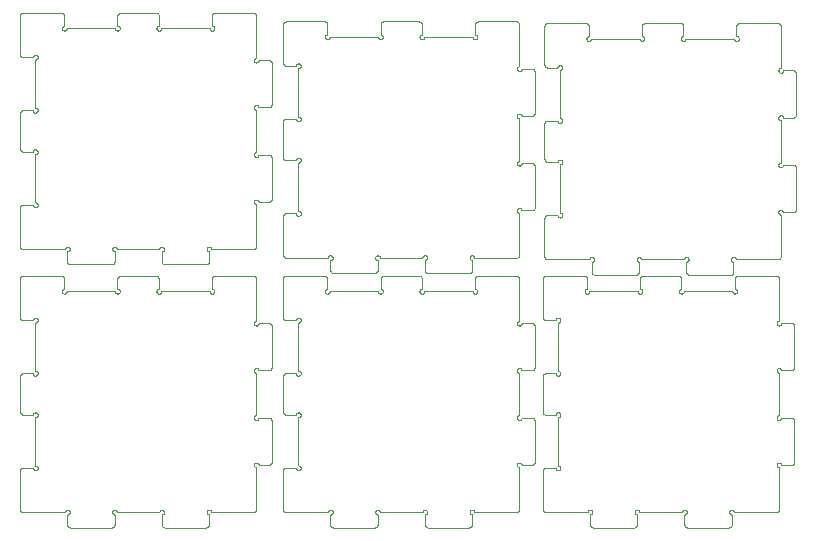
<source format=gbr>
%TF.GenerationSoftware,KiCad,Pcbnew,(6.0.8)*%
%TF.CreationDate,2022-10-30T22:02:34-07:00*%
%TF.ProjectId,kicad,6b696361-642e-46b6-9963-61645f706362,rev?*%
%TF.SameCoordinates,Original*%
%TF.FileFunction,Profile,NP*%
%FSLAX46Y46*%
G04 Gerber Fmt 4.6, Leading zero omitted, Abs format (unit mm)*
G04 Created by KiCad (PCBNEW (6.0.8)) date 2022-10-30 22:02:34*
%MOMM*%
%LPD*%
G01*
G04 APERTURE LIST*
%TA.AperFunction,Profile*%
%ADD10C,0.100000*%
%TD*%
G04 APERTURE END LIST*
D10*
X-83020195Y-64769813D02*
X-83011660Y-64769668D01*
X-83028720Y-64770251D02*
X-83020195Y-64769813D01*
X-83037226Y-64770978D02*
X-83028720Y-64770251D01*
X-83045701Y-64771996D02*
X-83037226Y-64770978D01*
X-83054137Y-64773303D02*
X-83045701Y-64771996D01*
X-83062524Y-64774897D02*
X-83054137Y-64773303D01*
X-83070851Y-64776776D02*
X-83062524Y-64774897D01*
X-83079109Y-64778938D02*
X-83070851Y-64776776D01*
X-83087288Y-64781382D02*
X-83079109Y-64778938D01*
X-83095380Y-64784102D02*
X-83087288Y-64781382D01*
X-83103373Y-64787098D02*
X-83095380Y-64784102D01*
X-83111260Y-64790365D02*
X-83103373Y-64787098D01*
X-83119031Y-64793899D02*
X-83111260Y-64790365D01*
X-83126676Y-64797696D02*
X-83119031Y-64793899D01*
X-83134187Y-64801753D02*
X-83126676Y-64797696D01*
X-83141556Y-64806063D02*
X-83134187Y-64801753D01*
X-83148773Y-64810622D02*
X-83141556Y-64806063D01*
X-83155830Y-64815425D02*
X-83148773Y-64810622D01*
X-83162719Y-64820466D02*
X-83155830Y-64815425D01*
X-83169432Y-64825740D02*
X-83162719Y-64820466D01*
X-83175961Y-64831239D02*
X-83169432Y-64825740D01*
X-83182298Y-64836959D02*
X-83175961Y-64831239D01*
X-83188436Y-64842891D02*
X-83182298Y-64836959D01*
X-83194369Y-64849029D02*
X-83188436Y-64842891D01*
X-83200088Y-64855367D02*
X-83194369Y-64849029D01*
X-83205588Y-64861896D02*
X-83200088Y-64855367D01*
X-83210861Y-64868609D02*
X-83205588Y-64861896D01*
X-83215902Y-64875498D02*
X-83210861Y-64868609D01*
X-83220705Y-64882555D02*
X-83215902Y-64875498D01*
X-83225265Y-64889772D02*
X-83220705Y-64882555D01*
X-83229575Y-64897140D02*
X-83225265Y-64889772D01*
X-83233631Y-64904651D02*
X-83229575Y-64897140D01*
X-83237428Y-64912297D02*
X-83233631Y-64904651D01*
X-83240963Y-64920067D02*
X-83237428Y-64912297D01*
X-83244229Y-64927954D02*
X-83240963Y-64920067D01*
X-83247225Y-64935948D02*
X-83244229Y-64927954D01*
X-83249946Y-64944039D02*
X-83247225Y-64935948D01*
X-83252389Y-64952219D02*
X-83249946Y-64944039D01*
X-83254552Y-64960477D02*
X-83252389Y-64952219D01*
X-83256431Y-64968804D02*
X-83254552Y-64960477D01*
X-83258025Y-64977190D02*
X-83256431Y-64968804D01*
X-83259331Y-64985626D02*
X-83258025Y-64977190D01*
X-83260349Y-64994102D02*
X-83259331Y-64985626D01*
X-83261077Y-65002607D02*
X-83260349Y-64994102D01*
X-83261514Y-65011132D02*
X-83261077Y-65002607D01*
X-83261660Y-65019668D02*
X-83261514Y-65011132D01*
X-83261660Y-68269668D02*
X-83261660Y-65019668D01*
X-83261514Y-68278203D02*
X-83261660Y-68269668D01*
X-83261077Y-68286728D02*
X-83261514Y-68278203D01*
X-83260349Y-68295234D02*
X-83261077Y-68286728D01*
X-83259331Y-68303709D02*
X-83260349Y-68295234D01*
X-83258025Y-68312145D02*
X-83259331Y-68303709D01*
X-83256431Y-68320532D02*
X-83258025Y-68312145D01*
X-83254552Y-68328859D02*
X-83256431Y-68320532D01*
X-83252389Y-68337117D02*
X-83254552Y-68328859D01*
X-83249946Y-68345296D02*
X-83252389Y-68337117D01*
X-83247225Y-68353388D02*
X-83249946Y-68345296D01*
X-83244229Y-68361381D02*
X-83247225Y-68353388D01*
X-83240963Y-68369268D02*
X-83244229Y-68361381D01*
X-83237428Y-68377039D02*
X-83240963Y-68369268D01*
X-83233631Y-68384684D02*
X-83237428Y-68377039D01*
X-83229575Y-68392195D02*
X-83233631Y-68384684D01*
X-83225265Y-68399564D02*
X-83229575Y-68392195D01*
X-83220705Y-68406781D02*
X-83225265Y-68399564D01*
X-83215902Y-68413838D02*
X-83220705Y-68406781D01*
X-83210861Y-68420727D02*
X-83215902Y-68413838D01*
X-83205588Y-68427440D02*
X-83210861Y-68420727D01*
X-83200088Y-68433969D02*
X-83205588Y-68427440D01*
X-83194369Y-68440306D02*
X-83200088Y-68433969D01*
X-83188436Y-68446444D02*
X-83194369Y-68440306D01*
X-83182298Y-68452377D02*
X-83188436Y-68446444D01*
X-83175961Y-68458096D02*
X-83182298Y-68452377D01*
X-83169432Y-68463596D02*
X-83175961Y-68458096D01*
X-83162719Y-68468869D02*
X-83169432Y-68463596D01*
X-83155830Y-68473910D02*
X-83162719Y-68468869D01*
X-83148773Y-68478713D02*
X-83155830Y-68473910D01*
X-83141556Y-68483273D02*
X-83148773Y-68478713D01*
X-83134187Y-68487583D02*
X-83141556Y-68483273D01*
X-83126676Y-68491639D02*
X-83134187Y-68487583D01*
X-83119031Y-68495436D02*
X-83126676Y-68491639D01*
X-83111260Y-68498971D02*
X-83119031Y-68495436D01*
X-83103373Y-68502237D02*
X-83111260Y-68498971D01*
X-83095380Y-68505233D02*
X-83103373Y-68502237D01*
X-83087288Y-68507954D02*
X-83095380Y-68505233D01*
X-83079109Y-68510397D02*
X-83087288Y-68507954D01*
X-83070851Y-68512559D02*
X-83079109Y-68510397D01*
X-83062524Y-68514439D02*
X-83070851Y-68512559D01*
X-83054137Y-68516033D02*
X-83062524Y-68514439D01*
X-83045701Y-68517339D02*
X-83054137Y-68516033D01*
X-83037226Y-68518357D02*
X-83045701Y-68517339D01*
X-83028720Y-68519085D02*
X-83037226Y-68518357D01*
X-83020195Y-68519522D02*
X-83028720Y-68519085D01*
X-83011660Y-68519668D02*
X-83020195Y-68519522D01*
X-82161660Y-68519668D02*
X-83011660Y-68519668D01*
X-82161541Y-68512764D02*
X-82161660Y-68519668D01*
X-82161183Y-68505869D02*
X-82161541Y-68512764D01*
X-82160588Y-68498991D02*
X-82161183Y-68505869D01*
X-82159756Y-68492137D02*
X-82160588Y-68498991D01*
X-82158688Y-68485316D02*
X-82159756Y-68492137D01*
X-82157384Y-68478536D02*
X-82158688Y-68485316D01*
X-82155848Y-68471805D02*
X-82157384Y-68478536D01*
X-82154080Y-68465130D02*
X-82155848Y-68471805D01*
X-82152083Y-68458521D02*
X-82154080Y-68465130D01*
X-82149859Y-68451985D02*
X-82152083Y-68458521D01*
X-82147411Y-68445530D02*
X-82149859Y-68451985D01*
X-82144741Y-68439162D02*
X-82147411Y-68445530D01*
X-82141854Y-68432891D02*
X-82144741Y-68439162D01*
X-82138751Y-68426723D02*
X-82141854Y-68432891D01*
X-82135437Y-68420666D02*
X-82138751Y-68426723D01*
X-82131917Y-68414727D02*
X-82135437Y-68420666D01*
X-82128193Y-68408913D02*
X-82131917Y-68414727D01*
X-82124271Y-68403231D02*
X-82128193Y-68408913D01*
X-82120155Y-68397687D02*
X-82124271Y-68403231D01*
X-82115850Y-68392289D02*
X-82120155Y-68397687D01*
X-82111362Y-68387043D02*
X-82115850Y-68392289D01*
X-82106695Y-68381955D02*
X-82111362Y-68387043D01*
X-82101855Y-68377031D02*
X-82106695Y-68381955D01*
X-82096848Y-68372277D02*
X-82101855Y-68377031D01*
X-82091681Y-68367699D02*
X-82096848Y-68372277D01*
X-82086358Y-68363301D02*
X-82091681Y-68367699D01*
X-82080886Y-68359091D02*
X-82086358Y-68363301D01*
X-82075273Y-68355071D02*
X-82080886Y-68359091D01*
X-82069524Y-68351248D02*
X-82075273Y-68355071D01*
X-82063646Y-68347625D02*
X-82069524Y-68351248D01*
X-82057647Y-68344207D02*
X-82063646Y-68347625D01*
X-82051534Y-68340999D02*
X-82057647Y-68344207D01*
X-82045313Y-68338003D02*
X-82051534Y-68340999D01*
X-82038993Y-68335224D02*
X-82045313Y-68338003D01*
X-82032581Y-68332664D02*
X-82038993Y-68335224D01*
X-82026084Y-68330328D02*
X-82032581Y-68332664D01*
X-82019510Y-68328217D02*
X-82026084Y-68330328D01*
X-82012868Y-68326334D02*
X-82019510Y-68328217D01*
X-82006164Y-68324682D02*
X-82012868Y-68326334D01*
X-81999407Y-68323262D02*
X-82006164Y-68324682D01*
X-81992606Y-68322076D02*
X-81999407Y-68323262D01*
X-81985767Y-68321126D02*
X-81992606Y-68322076D01*
X-81978900Y-68320412D02*
X-81985767Y-68321126D01*
X-81972012Y-68319936D02*
X-81978900Y-68320412D01*
X-81965112Y-68319698D02*
X-81972012Y-68319936D01*
X-81958208Y-68319698D02*
X-81965112Y-68319698D01*
X-81951307Y-68319936D02*
X-81958208Y-68319698D01*
X-81944420Y-68320412D02*
X-81951307Y-68319936D01*
X-81937552Y-68321126D02*
X-81944420Y-68320412D01*
X-81930714Y-68322076D02*
X-81937552Y-68321126D01*
X-81923912Y-68323262D02*
X-81930714Y-68322076D01*
X-81917156Y-68324682D02*
X-81923912Y-68323262D01*
X-81910452Y-68326334D02*
X-81917156Y-68324682D01*
X-81903809Y-68328217D02*
X-81910452Y-68326334D01*
X-81897236Y-68330328D02*
X-81903809Y-68328217D01*
X-81890739Y-68332664D02*
X-81897236Y-68330328D01*
X-81884326Y-68335224D02*
X-81890739Y-68332664D01*
X-81878006Y-68338003D02*
X-81884326Y-68335224D01*
X-81871786Y-68340999D02*
X-81878006Y-68338003D01*
X-81865672Y-68344207D02*
X-81871786Y-68340999D01*
X-81859673Y-68347625D02*
X-81865672Y-68344207D01*
X-81853796Y-68351248D02*
X-81859673Y-68347625D01*
X-81848047Y-68355071D02*
X-81853796Y-68351248D01*
X-81842433Y-68359091D02*
X-81848047Y-68355071D01*
X-81836962Y-68363301D02*
X-81842433Y-68359091D01*
X-81831639Y-68367699D02*
X-81836962Y-68363301D01*
X-81826471Y-68372277D02*
X-81831639Y-68367699D01*
X-81821464Y-68377031D02*
X-81826471Y-68372277D01*
X-81816624Y-68381955D02*
X-81821464Y-68377031D01*
X-81811958Y-68387043D02*
X-81816624Y-68381955D01*
X-81807469Y-68392289D02*
X-81811958Y-68387043D01*
X-81803164Y-68397687D02*
X-81807469Y-68392289D01*
X-81799049Y-68403231D02*
X-81803164Y-68397687D01*
X-81795126Y-68408913D02*
X-81799049Y-68403231D01*
X-81791403Y-68414727D02*
X-81795126Y-68408913D01*
X-81787882Y-68420666D02*
X-81791403Y-68414727D01*
X-81784569Y-68426723D02*
X-81787882Y-68420666D01*
X-81781466Y-68432891D02*
X-81784569Y-68426723D01*
X-81778578Y-68439162D02*
X-81781466Y-68432891D01*
X-81775908Y-68445530D02*
X-81778578Y-68439162D01*
X-81773460Y-68451985D02*
X-81775908Y-68445530D01*
X-81771236Y-68458521D02*
X-81773460Y-68451985D01*
X-81769239Y-68465130D02*
X-81771236Y-68458521D01*
X-81767471Y-68471805D02*
X-81769239Y-68465130D01*
X-81765935Y-68478536D02*
X-81767471Y-68471805D01*
X-81764632Y-68485316D02*
X-81765935Y-68478536D01*
X-81763564Y-68492137D02*
X-81764632Y-68485316D01*
X-81762731Y-68498991D02*
X-81763564Y-68492137D01*
X-81762136Y-68505869D02*
X-81762731Y-68498991D01*
X-81761779Y-68512764D02*
X-81762136Y-68505869D01*
X-81761660Y-68519668D02*
X-81761779Y-68512764D01*
X-81761776Y-68526496D02*
X-81761660Y-68519668D01*
X-81762126Y-68533316D02*
X-81761776Y-68526496D01*
X-81762708Y-68540121D02*
X-81762126Y-68533316D01*
X-81763523Y-68546901D02*
X-81762708Y-68540121D01*
X-81764568Y-68553650D02*
X-81763523Y-68546901D01*
X-81765843Y-68560359D02*
X-81764568Y-68553650D01*
X-81767346Y-68567021D02*
X-81765843Y-68560359D01*
X-81769076Y-68573627D02*
X-81767346Y-68567021D01*
X-81771031Y-68580171D02*
X-81769076Y-68573627D01*
X-81773208Y-68586644D02*
X-81771031Y-68580171D01*
X-81775604Y-68593039D02*
X-81773208Y-68586644D01*
X-81778217Y-68599348D02*
X-81775604Y-68593039D01*
X-81781045Y-68605564D02*
X-81778217Y-68599348D01*
X-81784083Y-68611681D02*
X-81781045Y-68605564D01*
X-81787328Y-68617690D02*
X-81784083Y-68611681D01*
X-81790776Y-68623585D02*
X-81787328Y-68617690D01*
X-81794423Y-68629358D02*
X-81790776Y-68623585D01*
X-81798266Y-68635004D02*
X-81794423Y-68629358D01*
X-81802299Y-68640515D02*
X-81798266Y-68635004D01*
X-81806517Y-68645885D02*
X-81802299Y-68640515D01*
X-81810917Y-68651108D02*
X-81806517Y-68645885D01*
X-81815493Y-68656178D02*
X-81810917Y-68651108D01*
X-81820238Y-68661089D02*
X-81815493Y-68656178D01*
X-81825149Y-68665835D02*
X-81820238Y-68661089D01*
X-81830219Y-68670410D02*
X-81825149Y-68665835D01*
X-81835442Y-68674810D02*
X-81830219Y-68670410D01*
X-81840812Y-68679029D02*
X-81835442Y-68674810D01*
X-81846324Y-68683062D02*
X-81840812Y-68679029D01*
X-81851969Y-68686904D02*
X-81846324Y-68683062D01*
X-81857743Y-68690552D02*
X-81851969Y-68686904D01*
X-81863638Y-68694000D02*
X-81857743Y-68690552D01*
X-81869647Y-68697245D02*
X-81863638Y-68694000D01*
X-81875763Y-68700283D02*
X-81869647Y-68697245D01*
X-81881980Y-68703110D02*
X-81875763Y-68700283D01*
X-81888289Y-68705723D02*
X-81881980Y-68703110D01*
X-81894684Y-68708120D02*
X-81888289Y-68705723D01*
X-81901157Y-68710297D02*
X-81894684Y-68708120D01*
X-81907700Y-68712251D02*
X-81901157Y-68710297D01*
X-81914307Y-68713981D02*
X-81907700Y-68712251D01*
X-81920969Y-68715485D02*
X-81914307Y-68713981D01*
X-81927678Y-68716760D02*
X-81920969Y-68715485D01*
X-81934426Y-68717805D02*
X-81927678Y-68716760D01*
X-81941207Y-68718619D02*
X-81934426Y-68717805D01*
X-81948011Y-68719201D02*
X-81941207Y-68718619D01*
X-81954832Y-68719551D02*
X-81948011Y-68719201D01*
X-81961660Y-68719668D02*
X-81954832Y-68719551D01*
X-81961660Y-72819668D02*
X-81961660Y-68719668D01*
X-81954832Y-72819784D02*
X-81961660Y-72819668D01*
X-81948011Y-72820134D02*
X-81954832Y-72819784D01*
X-81941207Y-72820716D02*
X-81948011Y-72820134D01*
X-81934426Y-72821531D02*
X-81941207Y-72820716D01*
X-81927678Y-72822576D02*
X-81934426Y-72821531D01*
X-81920969Y-72823851D02*
X-81927678Y-72822576D01*
X-81914307Y-72825354D02*
X-81920969Y-72823851D01*
X-81907700Y-72827084D02*
X-81914307Y-72825354D01*
X-81901157Y-72829039D02*
X-81907700Y-72827084D01*
X-81894684Y-72831216D02*
X-81901157Y-72829039D01*
X-81888289Y-72833612D02*
X-81894684Y-72831216D01*
X-81881980Y-72836225D02*
X-81888289Y-72833612D01*
X-81875763Y-72839053D02*
X-81881980Y-72836225D01*
X-81869647Y-72842091D02*
X-81875763Y-72839053D01*
X-81863638Y-72845336D02*
X-81869647Y-72842091D01*
X-81857743Y-72848784D02*
X-81863638Y-72845336D01*
X-81851969Y-72852431D02*
X-81857743Y-72848784D01*
X-81846324Y-72856274D02*
X-81851969Y-72852431D01*
X-81840812Y-72860307D02*
X-81846324Y-72856274D01*
X-81835442Y-72864525D02*
X-81840812Y-72860307D01*
X-81830219Y-72868925D02*
X-81835442Y-72864525D01*
X-81825149Y-72873501D02*
X-81830219Y-72868925D01*
X-81820238Y-72878246D02*
X-81825149Y-72873501D01*
X-81815493Y-72883157D02*
X-81820238Y-72878246D01*
X-81810917Y-72888227D02*
X-81815493Y-72883157D01*
X-81806517Y-72893450D02*
X-81810917Y-72888227D01*
X-81802299Y-72898820D02*
X-81806517Y-72893450D01*
X-81798266Y-72904332D02*
X-81802299Y-72898820D01*
X-81794423Y-72909977D02*
X-81798266Y-72904332D01*
X-81790776Y-72915751D02*
X-81794423Y-72909977D01*
X-81787328Y-72921646D02*
X-81790776Y-72915751D01*
X-81784083Y-72927655D02*
X-81787328Y-72921646D01*
X-81781045Y-72933771D02*
X-81784083Y-72927655D01*
X-81778217Y-72939988D02*
X-81781045Y-72933771D01*
X-81775604Y-72946297D02*
X-81778217Y-72939988D01*
X-81773208Y-72952692D02*
X-81775604Y-72946297D01*
X-81771031Y-72959165D02*
X-81773208Y-72952692D01*
X-81769076Y-72965708D02*
X-81771031Y-72959165D01*
X-81767346Y-72972315D02*
X-81769076Y-72965708D01*
X-81765843Y-72978977D02*
X-81767346Y-72972315D01*
X-81764568Y-72985686D02*
X-81765843Y-72978977D01*
X-81763523Y-72992434D02*
X-81764568Y-72985686D01*
X-81762708Y-72999215D02*
X-81763523Y-72992434D01*
X-81762126Y-73006019D02*
X-81762708Y-72999215D01*
X-81761776Y-73012840D02*
X-81762126Y-73006019D01*
X-81761660Y-73019668D02*
X-81761776Y-73012840D01*
X-81761779Y-73026571D02*
X-81761660Y-73019668D01*
X-81762136Y-73033466D02*
X-81761779Y-73026571D01*
X-81762731Y-73040345D02*
X-81762136Y-73033466D01*
X-81763564Y-73047198D02*
X-81762731Y-73040345D01*
X-81764632Y-73054020D02*
X-81763564Y-73047198D01*
X-81765935Y-73060800D02*
X-81764632Y-73054020D01*
X-81767471Y-73067531D02*
X-81765935Y-73060800D01*
X-81769239Y-73074205D02*
X-81767471Y-73067531D01*
X-81771236Y-73080814D02*
X-81769239Y-73074205D01*
X-81773460Y-73087350D02*
X-81771236Y-73080814D01*
X-81775908Y-73093806D02*
X-81773460Y-73087350D01*
X-81778578Y-73100173D02*
X-81775908Y-73093806D01*
X-81781466Y-73106444D02*
X-81778578Y-73100173D01*
X-81784569Y-73112612D02*
X-81781466Y-73106444D01*
X-81787882Y-73118669D02*
X-81784569Y-73112612D01*
X-81791403Y-73124609D02*
X-81787882Y-73118669D01*
X-81795126Y-73130423D02*
X-81791403Y-73124609D01*
X-81799049Y-73136105D02*
X-81795126Y-73130423D01*
X-81803164Y-73141648D02*
X-81799049Y-73136105D01*
X-81807469Y-73147046D02*
X-81803164Y-73141648D01*
X-81811958Y-73152292D02*
X-81807469Y-73147046D01*
X-81816624Y-73157380D02*
X-81811958Y-73152292D01*
X-81821464Y-73162304D02*
X-81816624Y-73157380D01*
X-81826471Y-73167058D02*
X-81821464Y-73162304D01*
X-81831639Y-73171637D02*
X-81826471Y-73167058D01*
X-81836962Y-73176034D02*
X-81831639Y-73171637D01*
X-81842433Y-73180245D02*
X-81836962Y-73176034D01*
X-81848047Y-73184264D02*
X-81842433Y-73180245D01*
X-81853796Y-73188088D02*
X-81848047Y-73184264D01*
X-81859673Y-73191711D02*
X-81853796Y-73188088D01*
X-81865672Y-73195128D02*
X-81859673Y-73191711D01*
X-81871786Y-73198337D02*
X-81865672Y-73195128D01*
X-81878006Y-73201332D02*
X-81871786Y-73198337D01*
X-81884326Y-73204112D02*
X-81878006Y-73201332D01*
X-81890739Y-73206671D02*
X-81884326Y-73204112D01*
X-81897236Y-73209007D02*
X-81890739Y-73206671D01*
X-81903809Y-73211118D02*
X-81897236Y-73209007D01*
X-81910452Y-73213001D02*
X-81903809Y-73211118D01*
X-81917156Y-73214653D02*
X-81910452Y-73213001D01*
X-81923912Y-73216073D02*
X-81917156Y-73214653D01*
X-81930714Y-73217259D02*
X-81923912Y-73216073D01*
X-81937552Y-73218210D02*
X-81930714Y-73217259D01*
X-81944420Y-73218923D02*
X-81937552Y-73218210D01*
X-81951307Y-73219400D02*
X-81944420Y-73218923D01*
X-81958208Y-73219638D02*
X-81951307Y-73219400D01*
X-81965112Y-73219638D02*
X-81958208Y-73219638D01*
X-81972012Y-73219400D02*
X-81965112Y-73219638D01*
X-81978900Y-73218923D02*
X-81972012Y-73219400D01*
X-81985767Y-73218210D02*
X-81978900Y-73218923D01*
X-81992606Y-73217259D02*
X-81985767Y-73218210D01*
X-81999407Y-73216073D02*
X-81992606Y-73217259D01*
X-82006164Y-73214653D02*
X-81999407Y-73216073D01*
X-82012868Y-73213001D02*
X-82006164Y-73214653D01*
X-82019510Y-73211118D02*
X-82012868Y-73213001D01*
X-82026084Y-73209007D02*
X-82019510Y-73211118D01*
X-82032581Y-73206671D02*
X-82026084Y-73209007D01*
X-82038993Y-73204112D02*
X-82032581Y-73206671D01*
X-82045313Y-73201332D02*
X-82038993Y-73204112D01*
X-82051534Y-73198337D02*
X-82045313Y-73201332D01*
X-82057647Y-73195128D02*
X-82051534Y-73198337D01*
X-82063646Y-73191711D02*
X-82057647Y-73195128D01*
X-82069524Y-73188088D02*
X-82063646Y-73191711D01*
X-82075273Y-73184264D02*
X-82069524Y-73188088D01*
X-82080886Y-73180245D02*
X-82075273Y-73184264D01*
X-82086358Y-73176034D02*
X-82080886Y-73180245D01*
X-82091681Y-73171637D02*
X-82086358Y-73176034D01*
X-82096848Y-73167058D02*
X-82091681Y-73171637D01*
X-82101855Y-73162304D02*
X-82096848Y-73167058D01*
X-82106695Y-73157380D02*
X-82101855Y-73162304D01*
X-82111362Y-73152292D02*
X-82106695Y-73157380D01*
X-82115850Y-73147046D02*
X-82111362Y-73152292D01*
X-82120155Y-73141648D02*
X-82115850Y-73147046D01*
X-82124271Y-73136105D02*
X-82120155Y-73141648D01*
X-82128193Y-73130423D02*
X-82124271Y-73136105D01*
X-82131917Y-73124609D02*
X-82128193Y-73130423D01*
X-82135437Y-73118669D02*
X-82131917Y-73124609D01*
X-82138751Y-73112612D02*
X-82135437Y-73118669D01*
X-82141854Y-73106444D02*
X-82138751Y-73112612D01*
X-82144741Y-73100173D02*
X-82141854Y-73106444D01*
X-82147411Y-73093806D02*
X-82144741Y-73100173D01*
X-82149859Y-73087350D02*
X-82147411Y-73093806D01*
X-82152083Y-73080814D02*
X-82149859Y-73087350D01*
X-82154080Y-73074205D02*
X-82152083Y-73080814D01*
X-82155848Y-73067531D02*
X-82154080Y-73074205D01*
X-82157384Y-73060800D02*
X-82155848Y-73067531D01*
X-82158688Y-73054020D02*
X-82157384Y-73060800D01*
X-82159756Y-73047198D02*
X-82158688Y-73054020D01*
X-82160588Y-73040345D02*
X-82159756Y-73047198D01*
X-82161183Y-73033466D02*
X-82160588Y-73040345D01*
X-82161541Y-73026571D02*
X-82161183Y-73033466D01*
X-82161660Y-73019668D02*
X-82161541Y-73026571D01*
X-83011660Y-73019668D02*
X-82161660Y-73019668D01*
X-83020195Y-73019813D02*
X-83011660Y-73019668D01*
X-83028720Y-73020251D02*
X-83020195Y-73019813D01*
X-83037226Y-73020978D02*
X-83028720Y-73020251D01*
X-83045701Y-73021996D02*
X-83037226Y-73020978D01*
X-83054137Y-73023303D02*
X-83045701Y-73021996D01*
X-83062524Y-73024897D02*
X-83054137Y-73023303D01*
X-83070851Y-73026776D02*
X-83062524Y-73024897D01*
X-83079109Y-73028938D02*
X-83070851Y-73026776D01*
X-83087288Y-73031382D02*
X-83079109Y-73028938D01*
X-83095380Y-73034102D02*
X-83087288Y-73031382D01*
X-83103373Y-73037098D02*
X-83095380Y-73034102D01*
X-83111260Y-73040365D02*
X-83103373Y-73037098D01*
X-83119031Y-73043899D02*
X-83111260Y-73040365D01*
X-83126676Y-73047696D02*
X-83119031Y-73043899D01*
X-83134187Y-73051753D02*
X-83126676Y-73047696D01*
X-83141556Y-73056063D02*
X-83134187Y-73051753D01*
X-83148773Y-73060622D02*
X-83141556Y-73056063D01*
X-83155830Y-73065425D02*
X-83148773Y-73060622D01*
X-83162719Y-73070466D02*
X-83155830Y-73065425D01*
X-83169432Y-73075740D02*
X-83162719Y-73070466D01*
X-83175961Y-73081239D02*
X-83169432Y-73075740D01*
X-83182298Y-73086959D02*
X-83175961Y-73081239D01*
X-83188436Y-73092891D02*
X-83182298Y-73086959D01*
X-83194369Y-73099029D02*
X-83188436Y-73092891D01*
X-83200088Y-73105367D02*
X-83194369Y-73099029D01*
X-83205588Y-73111896D02*
X-83200088Y-73105367D01*
X-83210861Y-73118609D02*
X-83205588Y-73111896D01*
X-83215902Y-73125498D02*
X-83210861Y-73118609D01*
X-83220705Y-73132555D02*
X-83215902Y-73125498D01*
X-83225265Y-73139772D02*
X-83220705Y-73132555D01*
X-83229575Y-73147140D02*
X-83225265Y-73139772D01*
X-83233631Y-73154651D02*
X-83229575Y-73147140D01*
X-83237428Y-73162297D02*
X-83233631Y-73154651D01*
X-83240963Y-73170067D02*
X-83237428Y-73162297D01*
X-83244229Y-73177954D02*
X-83240963Y-73170067D01*
X-83247225Y-73185948D02*
X-83244229Y-73177954D01*
X-83249946Y-73194039D02*
X-83247225Y-73185948D01*
X-83252389Y-73202219D02*
X-83249946Y-73194039D01*
X-83254552Y-73210477D02*
X-83252389Y-73202219D01*
X-83256431Y-73218804D02*
X-83254552Y-73210477D01*
X-83258025Y-73227190D02*
X-83256431Y-73218804D01*
X-83259331Y-73235626D02*
X-83258025Y-73227190D01*
X-83260349Y-73244102D02*
X-83259331Y-73235626D01*
X-83261077Y-73252607D02*
X-83260349Y-73244102D01*
X-83261514Y-73261132D02*
X-83261077Y-73252607D01*
X-83261660Y-73269668D02*
X-83261514Y-73261132D01*
X-83261660Y-76269668D02*
X-83261660Y-73269668D01*
X-83261514Y-76278203D02*
X-83261660Y-76269668D01*
X-83261077Y-76286728D02*
X-83261514Y-76278203D01*
X-83260349Y-76295234D02*
X-83261077Y-76286728D01*
X-83259331Y-76303709D02*
X-83260349Y-76295234D01*
X-83258025Y-76312145D02*
X-83259331Y-76303709D01*
X-83256431Y-76320532D02*
X-83258025Y-76312145D01*
X-83254552Y-76328859D02*
X-83256431Y-76320532D01*
X-83252389Y-76337117D02*
X-83254552Y-76328859D01*
X-83249946Y-76345296D02*
X-83252389Y-76337117D01*
X-83247225Y-76353388D02*
X-83249946Y-76345296D01*
X-83244229Y-76361381D02*
X-83247225Y-76353388D01*
X-83240963Y-76369268D02*
X-83244229Y-76361381D01*
X-83237428Y-76377039D02*
X-83240963Y-76369268D01*
X-83233631Y-76384684D02*
X-83237428Y-76377039D01*
X-83229575Y-76392195D02*
X-83233631Y-76384684D01*
X-83225265Y-76399564D02*
X-83229575Y-76392195D01*
X-83220705Y-76406781D02*
X-83225265Y-76399564D01*
X-83215902Y-76413838D02*
X-83220705Y-76406781D01*
X-83210861Y-76420727D02*
X-83215902Y-76413838D01*
X-83205588Y-76427440D02*
X-83210861Y-76420727D01*
X-83200088Y-76433969D02*
X-83205588Y-76427440D01*
X-83194369Y-76440306D02*
X-83200088Y-76433969D01*
X-83188436Y-76446444D02*
X-83194369Y-76440306D01*
X-83182298Y-76452377D02*
X-83188436Y-76446444D01*
X-83175961Y-76458096D02*
X-83182298Y-76452377D01*
X-83169432Y-76463596D02*
X-83175961Y-76458096D01*
X-83162719Y-76468869D02*
X-83169432Y-76463596D01*
X-83155830Y-76473910D02*
X-83162719Y-76468869D01*
X-83148773Y-76478713D02*
X-83155830Y-76473910D01*
X-83141556Y-76483273D02*
X-83148773Y-76478713D01*
X-83134187Y-76487583D02*
X-83141556Y-76483273D01*
X-83126676Y-76491639D02*
X-83134187Y-76487583D01*
X-83119031Y-76495436D02*
X-83126676Y-76491639D01*
X-83111260Y-76498971D02*
X-83119031Y-76495436D01*
X-83103373Y-76502237D02*
X-83111260Y-76498971D01*
X-83095380Y-76505233D02*
X-83103373Y-76502237D01*
X-83087288Y-76507954D02*
X-83095380Y-76505233D01*
X-83079109Y-76510397D02*
X-83087288Y-76507954D01*
X-83070851Y-76512559D02*
X-83079109Y-76510397D01*
X-83062524Y-76514439D02*
X-83070851Y-76512559D01*
X-83054137Y-76516033D02*
X-83062524Y-76514439D01*
X-83045701Y-76517339D02*
X-83054137Y-76516033D01*
X-83037226Y-76518357D02*
X-83045701Y-76517339D01*
X-83028720Y-76519085D02*
X-83037226Y-76518357D01*
X-83020195Y-76519522D02*
X-83028720Y-76519085D01*
X-83011660Y-76519668D02*
X-83020195Y-76519522D01*
X-82161660Y-76519668D02*
X-83011660Y-76519668D01*
X-82161541Y-76512764D02*
X-82161660Y-76519668D01*
X-82161183Y-76505869D02*
X-82161541Y-76512764D01*
X-82160588Y-76498991D02*
X-82161183Y-76505869D01*
X-82159756Y-76492137D02*
X-82160588Y-76498991D01*
X-82158688Y-76485316D02*
X-82159756Y-76492137D01*
X-82157384Y-76478536D02*
X-82158688Y-76485316D01*
X-82155848Y-76471805D02*
X-82157384Y-76478536D01*
X-82154080Y-76465130D02*
X-82155848Y-76471805D01*
X-82152083Y-76458521D02*
X-82154080Y-76465130D01*
X-82149859Y-76451985D02*
X-82152083Y-76458521D01*
X-82147411Y-76445530D02*
X-82149859Y-76451985D01*
X-82144741Y-76439162D02*
X-82147411Y-76445530D01*
X-82141854Y-76432891D02*
X-82144741Y-76439162D01*
X-82138751Y-76426723D02*
X-82141854Y-76432891D01*
X-82135437Y-76420666D02*
X-82138751Y-76426723D01*
X-82131917Y-76414727D02*
X-82135437Y-76420666D01*
X-82128193Y-76408913D02*
X-82131917Y-76414727D01*
X-82124271Y-76403231D02*
X-82128193Y-76408913D01*
X-82120155Y-76397687D02*
X-82124271Y-76403231D01*
X-82115850Y-76392289D02*
X-82120155Y-76397687D01*
X-82111362Y-76387043D02*
X-82115850Y-76392289D01*
X-82106695Y-76381955D02*
X-82111362Y-76387043D01*
X-82101855Y-76377031D02*
X-82106695Y-76381955D01*
X-82096848Y-76372277D02*
X-82101855Y-76377031D01*
X-82091681Y-76367699D02*
X-82096848Y-76372277D01*
X-82086358Y-76363301D02*
X-82091681Y-76367699D01*
X-82080886Y-76359091D02*
X-82086358Y-76363301D01*
X-82075273Y-76355071D02*
X-82080886Y-76359091D01*
X-82069524Y-76351248D02*
X-82075273Y-76355071D01*
X-82063646Y-76347625D02*
X-82069524Y-76351248D01*
X-82057647Y-76344207D02*
X-82063646Y-76347625D01*
X-82051534Y-76340999D02*
X-82057647Y-76344207D01*
X-82045313Y-76338003D02*
X-82051534Y-76340999D01*
X-82038993Y-76335224D02*
X-82045313Y-76338003D01*
X-82032581Y-76332664D02*
X-82038993Y-76335224D01*
X-82026084Y-76330328D02*
X-82032581Y-76332664D01*
X-82019510Y-76328217D02*
X-82026084Y-76330328D01*
X-82012868Y-76326334D02*
X-82019510Y-76328217D01*
X-82006164Y-76324682D02*
X-82012868Y-76326334D01*
X-81999407Y-76323262D02*
X-82006164Y-76324682D01*
X-81992606Y-76322076D02*
X-81999407Y-76323262D01*
X-81985767Y-76321126D02*
X-81992606Y-76322076D01*
X-81978900Y-76320412D02*
X-81985767Y-76321126D01*
X-81972012Y-76319936D02*
X-81978900Y-76320412D01*
X-81965112Y-76319698D02*
X-81972012Y-76319936D01*
X-81958208Y-76319698D02*
X-81965112Y-76319698D01*
X-81951307Y-76319936D02*
X-81958208Y-76319698D01*
X-81944420Y-76320412D02*
X-81951307Y-76319936D01*
X-81937552Y-76321126D02*
X-81944420Y-76320412D01*
X-81930714Y-76322076D02*
X-81937552Y-76321126D01*
X-81923912Y-76323262D02*
X-81930714Y-76322076D01*
X-81917156Y-76324682D02*
X-81923912Y-76323262D01*
X-81910452Y-76326334D02*
X-81917156Y-76324682D01*
X-81903809Y-76328217D02*
X-81910452Y-76326334D01*
X-81897236Y-76330328D02*
X-81903809Y-76328217D01*
X-81890739Y-76332664D02*
X-81897236Y-76330328D01*
X-81884326Y-76335224D02*
X-81890739Y-76332664D01*
X-81878006Y-76338003D02*
X-81884326Y-76335224D01*
X-81871786Y-76340999D02*
X-81878006Y-76338003D01*
X-81865672Y-76344207D02*
X-81871786Y-76340999D01*
X-81859673Y-76347625D02*
X-81865672Y-76344207D01*
X-81853796Y-76351248D02*
X-81859673Y-76347625D01*
X-81848047Y-76355071D02*
X-81853796Y-76351248D01*
X-81842433Y-76359091D02*
X-81848047Y-76355071D01*
X-81836962Y-76363301D02*
X-81842433Y-76359091D01*
X-81831639Y-76367699D02*
X-81836962Y-76363301D01*
X-81826471Y-76372277D02*
X-81831639Y-76367699D01*
X-81821464Y-76377031D02*
X-81826471Y-76372277D01*
X-81816624Y-76381955D02*
X-81821464Y-76377031D01*
X-81811958Y-76387043D02*
X-81816624Y-76381955D01*
X-81807469Y-76392289D02*
X-81811958Y-76387043D01*
X-81803164Y-76397687D02*
X-81807469Y-76392289D01*
X-81799049Y-76403231D02*
X-81803164Y-76397687D01*
X-81795126Y-76408913D02*
X-81799049Y-76403231D01*
X-81791403Y-76414727D02*
X-81795126Y-76408913D01*
X-81787882Y-76420666D02*
X-81791403Y-76414727D01*
X-81784569Y-76426723D02*
X-81787882Y-76420666D01*
X-81781466Y-76432891D02*
X-81784569Y-76426723D01*
X-81778578Y-76439162D02*
X-81781466Y-76432891D01*
X-81775908Y-76445530D02*
X-81778578Y-76439162D01*
X-81773460Y-76451985D02*
X-81775908Y-76445530D01*
X-81771236Y-76458521D02*
X-81773460Y-76451985D01*
X-81769239Y-76465130D02*
X-81771236Y-76458521D01*
X-81767471Y-76471805D02*
X-81769239Y-76465130D01*
X-81765935Y-76478536D02*
X-81767471Y-76471805D01*
X-81764632Y-76485316D02*
X-81765935Y-76478536D01*
X-81763564Y-76492137D02*
X-81764632Y-76485316D01*
X-81762731Y-76498991D02*
X-81763564Y-76492137D01*
X-81762136Y-76505869D02*
X-81762731Y-76498991D01*
X-81761779Y-76512764D02*
X-81762136Y-76505869D01*
X-81761660Y-76519668D02*
X-81761779Y-76512764D01*
X-81761776Y-76526496D02*
X-81761660Y-76519668D01*
X-81762126Y-76533316D02*
X-81761776Y-76526496D01*
X-81762708Y-76540121D02*
X-81762126Y-76533316D01*
X-81763523Y-76546901D02*
X-81762708Y-76540121D01*
X-81764568Y-76553650D02*
X-81763523Y-76546901D01*
X-81765843Y-76560359D02*
X-81764568Y-76553650D01*
X-81767346Y-76567021D02*
X-81765843Y-76560359D01*
X-81769076Y-76573627D02*
X-81767346Y-76567021D01*
X-81771031Y-76580171D02*
X-81769076Y-76573627D01*
X-81773208Y-76586644D02*
X-81771031Y-76580171D01*
X-81775604Y-76593039D02*
X-81773208Y-76586644D01*
X-81778217Y-76599348D02*
X-81775604Y-76593039D01*
X-81781045Y-76605564D02*
X-81778217Y-76599348D01*
X-81784083Y-76611681D02*
X-81781045Y-76605564D01*
X-81787328Y-76617690D02*
X-81784083Y-76611681D01*
X-81790776Y-76623585D02*
X-81787328Y-76617690D01*
X-81794423Y-76629358D02*
X-81790776Y-76623585D01*
X-81798266Y-76635004D02*
X-81794423Y-76629358D01*
X-81802299Y-76640515D02*
X-81798266Y-76635004D01*
X-81806517Y-76645885D02*
X-81802299Y-76640515D01*
X-81810917Y-76651108D02*
X-81806517Y-76645885D01*
X-81815493Y-76656178D02*
X-81810917Y-76651108D01*
X-81820238Y-76661089D02*
X-81815493Y-76656178D01*
X-81825149Y-76665835D02*
X-81820238Y-76661089D01*
X-81830219Y-76670410D02*
X-81825149Y-76665835D01*
X-81835442Y-76674810D02*
X-81830219Y-76670410D01*
X-81840812Y-76679029D02*
X-81835442Y-76674810D01*
X-81846324Y-76683062D02*
X-81840812Y-76679029D01*
X-81851969Y-76686904D02*
X-81846324Y-76683062D01*
X-81857743Y-76690552D02*
X-81851969Y-76686904D01*
X-81863638Y-76694000D02*
X-81857743Y-76690552D01*
X-81869647Y-76697245D02*
X-81863638Y-76694000D01*
X-81875763Y-76700283D02*
X-81869647Y-76697245D01*
X-81881980Y-76703110D02*
X-81875763Y-76700283D01*
X-81888289Y-76705723D02*
X-81881980Y-76703110D01*
X-81894684Y-76708120D02*
X-81888289Y-76705723D01*
X-81901157Y-76710297D02*
X-81894684Y-76708120D01*
X-81907700Y-76712251D02*
X-81901157Y-76710297D01*
X-81914307Y-76713981D02*
X-81907700Y-76712251D01*
X-81920969Y-76715485D02*
X-81914307Y-76713981D01*
X-81927678Y-76716760D02*
X-81920969Y-76715485D01*
X-81934426Y-76717805D02*
X-81927678Y-76716760D01*
X-81941207Y-76718619D02*
X-81934426Y-76717805D01*
X-81948011Y-76719201D02*
X-81941207Y-76718619D01*
X-81954832Y-76719551D02*
X-81948011Y-76719201D01*
X-81961660Y-76719668D02*
X-81954832Y-76719551D01*
X-81961660Y-80819668D02*
X-81961660Y-76719668D01*
X-81954832Y-80819784D02*
X-81961660Y-80819668D01*
X-81948011Y-80820134D02*
X-81954832Y-80819784D01*
X-81941207Y-80820716D02*
X-81948011Y-80820134D01*
X-81934426Y-80821531D02*
X-81941207Y-80820716D01*
X-81927678Y-80822576D02*
X-81934426Y-80821531D01*
X-81920969Y-80823851D02*
X-81927678Y-80822576D01*
X-81914307Y-80825354D02*
X-81920969Y-80823851D01*
X-81907700Y-80827084D02*
X-81914307Y-80825354D01*
X-81901157Y-80829039D02*
X-81907700Y-80827084D01*
X-81894684Y-80831216D02*
X-81901157Y-80829039D01*
X-81888289Y-80833612D02*
X-81894684Y-80831216D01*
X-81881980Y-80836225D02*
X-81888289Y-80833612D01*
X-81875763Y-80839053D02*
X-81881980Y-80836225D01*
X-81869647Y-80842091D02*
X-81875763Y-80839053D01*
X-81863638Y-80845336D02*
X-81869647Y-80842091D01*
X-81857743Y-80848784D02*
X-81863638Y-80845336D01*
X-81851969Y-80852431D02*
X-81857743Y-80848784D01*
X-81846324Y-80856274D02*
X-81851969Y-80852431D01*
X-81840812Y-80860307D02*
X-81846324Y-80856274D01*
X-81835442Y-80864525D02*
X-81840812Y-80860307D01*
X-81830219Y-80868925D02*
X-81835442Y-80864525D01*
X-81825149Y-80873501D02*
X-81830219Y-80868925D01*
X-81820238Y-80878246D02*
X-81825149Y-80873501D01*
X-81815493Y-80883157D02*
X-81820238Y-80878246D01*
X-81810917Y-80888227D02*
X-81815493Y-80883157D01*
X-81806517Y-80893450D02*
X-81810917Y-80888227D01*
X-81802299Y-80898820D02*
X-81806517Y-80893450D01*
X-81798266Y-80904332D02*
X-81802299Y-80898820D01*
X-81794423Y-80909977D02*
X-81798266Y-80904332D01*
X-81790776Y-80915751D02*
X-81794423Y-80909977D01*
X-81787328Y-80921646D02*
X-81790776Y-80915751D01*
X-81784083Y-80927655D02*
X-81787328Y-80921646D01*
X-81781045Y-80933771D02*
X-81784083Y-80927655D01*
X-81778217Y-80939988D02*
X-81781045Y-80933771D01*
X-81775604Y-80946297D02*
X-81778217Y-80939988D01*
X-81773208Y-80952692D02*
X-81775604Y-80946297D01*
X-81771031Y-80959165D02*
X-81773208Y-80952692D01*
X-81769076Y-80965708D02*
X-81771031Y-80959165D01*
X-81767346Y-80972315D02*
X-81769076Y-80965708D01*
X-81765843Y-80978977D02*
X-81767346Y-80972315D01*
X-81764568Y-80985686D02*
X-81765843Y-80978977D01*
X-81763523Y-80992434D02*
X-81764568Y-80985686D01*
X-81762708Y-80999215D02*
X-81763523Y-80992434D01*
X-81762126Y-81006019D02*
X-81762708Y-80999215D01*
X-81761776Y-81012840D02*
X-81762126Y-81006019D01*
X-81761660Y-81019668D02*
X-81761776Y-81012840D01*
X-81761779Y-81026571D02*
X-81761660Y-81019668D01*
X-81762136Y-81033466D02*
X-81761779Y-81026571D01*
X-81762731Y-81040345D02*
X-81762136Y-81033466D01*
X-81763564Y-81047198D02*
X-81762731Y-81040345D01*
X-81764632Y-81054020D02*
X-81763564Y-81047198D01*
X-81765935Y-81060800D02*
X-81764632Y-81054020D01*
X-81767471Y-81067531D02*
X-81765935Y-81060800D01*
X-81769239Y-81074205D02*
X-81767471Y-81067531D01*
X-81771236Y-81080814D02*
X-81769239Y-81074205D01*
X-81773460Y-81087350D02*
X-81771236Y-81080814D01*
X-81775908Y-81093806D02*
X-81773460Y-81087350D01*
X-81778578Y-81100173D02*
X-81775908Y-81093806D01*
X-81781466Y-81106444D02*
X-81778578Y-81100173D01*
X-81784569Y-81112612D02*
X-81781466Y-81106444D01*
X-81787882Y-81118669D02*
X-81784569Y-81112612D01*
X-81791403Y-81124609D02*
X-81787882Y-81118669D01*
X-81795126Y-81130423D02*
X-81791403Y-81124609D01*
X-81799049Y-81136105D02*
X-81795126Y-81130423D01*
X-81803164Y-81141648D02*
X-81799049Y-81136105D01*
X-81807469Y-81147046D02*
X-81803164Y-81141648D01*
X-81811958Y-81152292D02*
X-81807469Y-81147046D01*
X-81816624Y-81157380D02*
X-81811958Y-81152292D01*
X-81821464Y-81162304D02*
X-81816624Y-81157380D01*
X-81826471Y-81167058D02*
X-81821464Y-81162304D01*
X-81831639Y-81171637D02*
X-81826471Y-81167058D01*
X-81836962Y-81176034D02*
X-81831639Y-81171637D01*
X-81842433Y-81180245D02*
X-81836962Y-81176034D01*
X-81848047Y-81184264D02*
X-81842433Y-81180245D01*
X-81853796Y-81188088D02*
X-81848047Y-81184264D01*
X-81859673Y-81191711D02*
X-81853796Y-81188088D01*
X-81865672Y-81195128D02*
X-81859673Y-81191711D01*
X-81871786Y-81198337D02*
X-81865672Y-81195128D01*
X-81878006Y-81201332D02*
X-81871786Y-81198337D01*
X-81884326Y-81204112D02*
X-81878006Y-81201332D01*
X-81890739Y-81206671D02*
X-81884326Y-81204112D01*
X-81897236Y-81209007D02*
X-81890739Y-81206671D01*
X-81903809Y-81211118D02*
X-81897236Y-81209007D01*
X-81910452Y-81213001D02*
X-81903809Y-81211118D01*
X-81917156Y-81214653D02*
X-81910452Y-81213001D01*
X-81923912Y-81216073D02*
X-81917156Y-81214653D01*
X-81930714Y-81217259D02*
X-81923912Y-81216073D01*
X-81937552Y-81218210D02*
X-81930714Y-81217259D01*
X-81944420Y-81218923D02*
X-81937552Y-81218210D01*
X-81951307Y-81219400D02*
X-81944420Y-81218923D01*
X-81958208Y-81219638D02*
X-81951307Y-81219400D01*
X-81965112Y-81219638D02*
X-81958208Y-81219638D01*
X-81972012Y-81219400D02*
X-81965112Y-81219638D01*
X-81978900Y-81218923D02*
X-81972012Y-81219400D01*
X-81985767Y-81218210D02*
X-81978900Y-81218923D01*
X-81992606Y-81217259D02*
X-81985767Y-81218210D01*
X-81999407Y-81216073D02*
X-81992606Y-81217259D01*
X-82006164Y-81214653D02*
X-81999407Y-81216073D01*
X-82012868Y-81213001D02*
X-82006164Y-81214653D01*
X-82019510Y-81211118D02*
X-82012868Y-81213001D01*
X-82026084Y-81209007D02*
X-82019510Y-81211118D01*
X-82032581Y-81206671D02*
X-82026084Y-81209007D01*
X-82038993Y-81204112D02*
X-82032581Y-81206671D01*
X-82045313Y-81201332D02*
X-82038993Y-81204112D01*
X-82051534Y-81198337D02*
X-82045313Y-81201332D01*
X-82057647Y-81195128D02*
X-82051534Y-81198337D01*
X-82063646Y-81191711D02*
X-82057647Y-81195128D01*
X-82069524Y-81188088D02*
X-82063646Y-81191711D01*
X-82075273Y-81184264D02*
X-82069524Y-81188088D01*
X-82080886Y-81180245D02*
X-82075273Y-81184264D01*
X-82086358Y-81176034D02*
X-82080886Y-81180245D01*
X-82091681Y-81171637D02*
X-82086358Y-81176034D01*
X-82096848Y-81167058D02*
X-82091681Y-81171637D01*
X-82101855Y-81162304D02*
X-82096848Y-81167058D01*
X-82106695Y-81157380D02*
X-82101855Y-81162304D01*
X-82111362Y-81152292D02*
X-82106695Y-81157380D01*
X-82115850Y-81147046D02*
X-82111362Y-81152292D01*
X-82120155Y-81141648D02*
X-82115850Y-81147046D01*
X-82124271Y-81136105D02*
X-82120155Y-81141648D01*
X-82128193Y-81130423D02*
X-82124271Y-81136105D01*
X-82131917Y-81124609D02*
X-82128193Y-81130423D01*
X-82135437Y-81118669D02*
X-82131917Y-81124609D01*
X-82138751Y-81112612D02*
X-82135437Y-81118669D01*
X-82141854Y-81106444D02*
X-82138751Y-81112612D01*
X-82144741Y-81100173D02*
X-82141854Y-81106444D01*
X-82147411Y-81093806D02*
X-82144741Y-81100173D01*
X-82149859Y-81087350D02*
X-82147411Y-81093806D01*
X-82152083Y-81080814D02*
X-82149859Y-81087350D01*
X-82154080Y-81074205D02*
X-82152083Y-81080814D01*
X-82155848Y-81067531D02*
X-82154080Y-81074205D01*
X-82157384Y-81060800D02*
X-82155848Y-81067531D01*
X-82158688Y-81054020D02*
X-82157384Y-81060800D01*
X-82159756Y-81047198D02*
X-82158688Y-81054020D01*
X-82160588Y-81040345D02*
X-82159756Y-81047198D01*
X-82161183Y-81033466D02*
X-82160588Y-81040345D01*
X-82161541Y-81026571D02*
X-82161183Y-81033466D01*
X-82161660Y-81019668D02*
X-82161541Y-81026571D01*
X-83011660Y-81019668D02*
X-82161660Y-81019668D01*
X-83020195Y-81019813D02*
X-83011660Y-81019668D01*
X-83028720Y-81020251D02*
X-83020195Y-81019813D01*
X-83037226Y-81020978D02*
X-83028720Y-81020251D01*
X-83045701Y-81021996D02*
X-83037226Y-81020978D01*
X-83054137Y-81023303D02*
X-83045701Y-81021996D01*
X-83062524Y-81024897D02*
X-83054137Y-81023303D01*
X-83070851Y-81026776D02*
X-83062524Y-81024897D01*
X-83079109Y-81028938D02*
X-83070851Y-81026776D01*
X-83087288Y-81031382D02*
X-83079109Y-81028938D01*
X-83095380Y-81034102D02*
X-83087288Y-81031382D01*
X-83103373Y-81037098D02*
X-83095380Y-81034102D01*
X-83111260Y-81040365D02*
X-83103373Y-81037098D01*
X-83119031Y-81043899D02*
X-83111260Y-81040365D01*
X-83126676Y-81047696D02*
X-83119031Y-81043899D01*
X-83134187Y-81051753D02*
X-83126676Y-81047696D01*
X-83141556Y-81056063D02*
X-83134187Y-81051753D01*
X-83148773Y-81060622D02*
X-83141556Y-81056063D01*
X-83155830Y-81065425D02*
X-83148773Y-81060622D01*
X-83162719Y-81070466D02*
X-83155830Y-81065425D01*
X-83169432Y-81075740D02*
X-83162719Y-81070466D01*
X-83175961Y-81081239D02*
X-83169432Y-81075740D01*
X-83182298Y-81086959D02*
X-83175961Y-81081239D01*
X-83188436Y-81092891D02*
X-83182298Y-81086959D01*
X-83194369Y-81099029D02*
X-83188436Y-81092891D01*
X-83200088Y-81105367D02*
X-83194369Y-81099029D01*
X-83205588Y-81111896D02*
X-83200088Y-81105367D01*
X-83210861Y-81118609D02*
X-83205588Y-81111896D01*
X-83215902Y-81125498D02*
X-83210861Y-81118609D01*
X-83220705Y-81132555D02*
X-83215902Y-81125498D01*
X-83225265Y-81139772D02*
X-83220705Y-81132555D01*
X-83229575Y-81147140D02*
X-83225265Y-81139772D01*
X-83233631Y-81154651D02*
X-83229575Y-81147140D01*
X-83237428Y-81162297D02*
X-83233631Y-81154651D01*
X-83240963Y-81170067D02*
X-83237428Y-81162297D01*
X-83244229Y-81177954D02*
X-83240963Y-81170067D01*
X-83247225Y-81185948D02*
X-83244229Y-81177954D01*
X-83249946Y-81194039D02*
X-83247225Y-81185948D01*
X-83252389Y-81202219D02*
X-83249946Y-81194039D01*
X-83254552Y-81210477D02*
X-83252389Y-81202219D01*
X-83256431Y-81218804D02*
X-83254552Y-81210477D01*
X-83258025Y-81227190D02*
X-83256431Y-81218804D01*
X-83259331Y-81235626D02*
X-83258025Y-81227190D01*
X-83260349Y-81244102D02*
X-83259331Y-81235626D01*
X-83261077Y-81252607D02*
X-83260349Y-81244102D01*
X-83261514Y-81261132D02*
X-83261077Y-81252607D01*
X-83261660Y-81269668D02*
X-83261514Y-81261132D01*
X-83261660Y-84519668D02*
X-83261660Y-81269668D01*
X-83261514Y-84528203D02*
X-83261660Y-84519668D01*
X-83261077Y-84536728D02*
X-83261514Y-84528203D01*
X-83260349Y-84545234D02*
X-83261077Y-84536728D01*
X-83259331Y-84553709D02*
X-83260349Y-84545234D01*
X-83258025Y-84562145D02*
X-83259331Y-84553709D01*
X-83256431Y-84570532D02*
X-83258025Y-84562145D01*
X-83254552Y-84578859D02*
X-83256431Y-84570532D01*
X-83252389Y-84587117D02*
X-83254552Y-84578859D01*
X-83249946Y-84595296D02*
X-83252389Y-84587117D01*
X-83247225Y-84603388D02*
X-83249946Y-84595296D01*
X-83244229Y-84611381D02*
X-83247225Y-84603388D01*
X-83240963Y-84619268D02*
X-83244229Y-84611381D01*
X-83237428Y-84627039D02*
X-83240963Y-84619268D01*
X-83233631Y-84634684D02*
X-83237428Y-84627039D01*
X-83229575Y-84642195D02*
X-83233631Y-84634684D01*
X-83225265Y-84649564D02*
X-83229575Y-84642195D01*
X-83220705Y-84656781D02*
X-83225265Y-84649564D01*
X-83215902Y-84663838D02*
X-83220705Y-84656781D01*
X-83210861Y-84670727D02*
X-83215902Y-84663838D01*
X-83205588Y-84677440D02*
X-83210861Y-84670727D01*
X-83200088Y-84683969D02*
X-83205588Y-84677440D01*
X-83194369Y-84690306D02*
X-83200088Y-84683969D01*
X-83188436Y-84696444D02*
X-83194369Y-84690306D01*
X-83182298Y-84702377D02*
X-83188436Y-84696444D01*
X-83175961Y-84708096D02*
X-83182298Y-84702377D01*
X-83169432Y-84713596D02*
X-83175961Y-84708096D01*
X-83162719Y-84718869D02*
X-83169432Y-84713596D01*
X-83155830Y-84723910D02*
X-83162719Y-84718869D01*
X-83148773Y-84728713D02*
X-83155830Y-84723910D01*
X-83141556Y-84733273D02*
X-83148773Y-84728713D01*
X-83134187Y-84737583D02*
X-83141556Y-84733273D01*
X-83126676Y-84741639D02*
X-83134187Y-84737583D01*
X-83119031Y-84745436D02*
X-83126676Y-84741639D01*
X-83111260Y-84748971D02*
X-83119031Y-84745436D01*
X-83103373Y-84752237D02*
X-83111260Y-84748971D01*
X-83095380Y-84755233D02*
X-83103373Y-84752237D01*
X-83087288Y-84757954D02*
X-83095380Y-84755233D01*
X-83079109Y-84760397D02*
X-83087288Y-84757954D01*
X-83070851Y-84762559D02*
X-83079109Y-84760397D01*
X-83062524Y-84764439D02*
X-83070851Y-84762559D01*
X-83054137Y-84766033D02*
X-83062524Y-84764439D01*
X-83045701Y-84767339D02*
X-83054137Y-84766033D01*
X-83037226Y-84768357D02*
X-83045701Y-84767339D01*
X-83028720Y-84769085D02*
X-83037226Y-84768357D01*
X-83020195Y-84769522D02*
X-83028720Y-84769085D01*
X-83011660Y-84769668D02*
X-83020195Y-84769522D01*
X-79461660Y-84769668D02*
X-83011660Y-84769668D01*
X-79461540Y-84762739D02*
X-79461660Y-84769668D01*
X-79461180Y-84755819D02*
X-79461540Y-84762739D01*
X-79460580Y-84748915D02*
X-79461180Y-84755819D01*
X-79459742Y-84742036D02*
X-79460580Y-84748915D01*
X-79458666Y-84735191D02*
X-79459742Y-84742036D01*
X-79457353Y-84728387D02*
X-79458666Y-84735191D01*
X-79455806Y-84721632D02*
X-79457353Y-84728387D01*
X-79454025Y-84714935D02*
X-79455806Y-84721632D01*
X-79452013Y-84708304D02*
X-79454025Y-84714935D01*
X-79449773Y-84701746D02*
X-79452013Y-84708304D01*
X-79447307Y-84695270D02*
X-79449773Y-84701746D01*
X-79444619Y-84688884D02*
X-79447307Y-84695270D01*
X-79441710Y-84682594D02*
X-79444619Y-84688884D01*
X-79438586Y-84676409D02*
X-79441710Y-84682594D01*
X-79435249Y-84670335D02*
X-79438586Y-84676409D01*
X-79431703Y-84664381D02*
X-79435249Y-84670335D01*
X-79427954Y-84658554D02*
X-79431703Y-84664381D01*
X-79424005Y-84652859D02*
X-79427954Y-84658554D01*
X-79419860Y-84647305D02*
X-79424005Y-84652859D01*
X-79415527Y-84641898D02*
X-79419860Y-84647305D01*
X-79411008Y-84636645D02*
X-79415527Y-84641898D01*
X-79406310Y-84631551D02*
X-79411008Y-84636645D01*
X-79401438Y-84626622D02*
X-79406310Y-84631551D01*
X-79396399Y-84621866D02*
X-79401438Y-84626622D01*
X-79391198Y-84617287D02*
X-79396399Y-84621866D01*
X-79385841Y-84612891D02*
X-79391198Y-84617287D01*
X-79380335Y-84608683D02*
X-79385841Y-84612891D01*
X-79374687Y-84604668D02*
X-79380335Y-84608683D01*
X-79368903Y-84600852D02*
X-79374687Y-84604668D01*
X-79362990Y-84597238D02*
X-79368903Y-84600852D01*
X-79356956Y-84593831D02*
X-79362990Y-84597238D01*
X-79350807Y-84590635D02*
X-79356956Y-84593831D01*
X-79344552Y-84587654D02*
X-79350807Y-84590635D01*
X-79338196Y-84584892D02*
X-79344552Y-84587654D01*
X-79331749Y-84582351D02*
X-79338196Y-84584892D01*
X-79325218Y-84580036D02*
X-79331749Y-84582351D01*
X-79318610Y-84577948D02*
X-79325218Y-84580036D01*
X-79311935Y-84576090D02*
X-79318610Y-84577948D01*
X-79305198Y-84574464D02*
X-79311935Y-84576090D01*
X-79298410Y-84573073D02*
X-79305198Y-84574464D01*
X-79291577Y-84571918D02*
X-79298410Y-84573073D01*
X-79284708Y-84571000D02*
X-79291577Y-84571918D01*
X-79277812Y-84570321D02*
X-79284708Y-84571000D01*
X-79270896Y-84569881D02*
X-79277812Y-84570321D01*
X-79263970Y-84569681D02*
X-79270896Y-84569881D01*
X-79257040Y-84569721D02*
X-79263970Y-84569681D01*
X-79250116Y-84570001D02*
X-79257040Y-84569721D01*
X-79243206Y-84570521D02*
X-79250116Y-84570001D01*
X-79236318Y-84571280D02*
X-79243206Y-84570521D01*
X-79229461Y-84572277D02*
X-79236318Y-84571280D01*
X-79222642Y-84573511D02*
X-79229461Y-84572277D01*
X-79215870Y-84574980D02*
X-79222642Y-84573511D01*
X-79209153Y-84576683D02*
X-79215870Y-84574980D01*
X-79202499Y-84578618D02*
X-79209153Y-84576683D01*
X-79195916Y-84580782D02*
X-79202499Y-84578618D01*
X-79189411Y-84583173D02*
X-79195916Y-84580782D01*
X-79182994Y-84585788D02*
X-79189411Y-84583173D01*
X-79176671Y-84588624D02*
X-79182994Y-84585788D01*
X-79170450Y-84591677D02*
X-79176671Y-84588624D01*
X-79164339Y-84594943D02*
X-79170450Y-84591677D01*
X-79158344Y-84598420D02*
X-79164339Y-84594943D01*
X-79152474Y-84602102D02*
X-79158344Y-84598420D01*
X-79146734Y-84605985D02*
X-79152474Y-84602102D01*
X-79141133Y-84610064D02*
X-79146734Y-84605985D01*
X-79135676Y-84614335D02*
X-79141133Y-84610064D01*
X-79130370Y-84618793D02*
X-79135676Y-84614335D01*
X-79125223Y-84623432D02*
X-79130370Y-84618793D01*
X-79120238Y-84628246D02*
X-79125223Y-84623432D01*
X-79115424Y-84633231D02*
X-79120238Y-84628246D01*
X-79110785Y-84638378D02*
X-79115424Y-84633231D01*
X-79106328Y-84643684D02*
X-79110785Y-84638378D01*
X-79102056Y-84649141D02*
X-79106328Y-84643684D01*
X-79097977Y-84654742D02*
X-79102056Y-84649141D01*
X-79094094Y-84660482D02*
X-79097977Y-84654742D01*
X-79090412Y-84666352D02*
X-79094094Y-84660482D01*
X-79086935Y-84672347D02*
X-79090412Y-84666352D01*
X-79083669Y-84678458D02*
X-79086935Y-84672347D01*
X-79080616Y-84684679D02*
X-79083669Y-84678458D01*
X-79077780Y-84691002D02*
X-79080616Y-84684679D01*
X-79075165Y-84697419D02*
X-79077780Y-84691002D01*
X-79072774Y-84703923D02*
X-79075165Y-84697419D01*
X-79070610Y-84710507D02*
X-79072774Y-84703923D01*
X-79068675Y-84717161D02*
X-79070610Y-84710507D01*
X-79066972Y-84723878D02*
X-79068675Y-84717161D01*
X-79065503Y-84730650D02*
X-79066972Y-84723878D01*
X-79064269Y-84737469D02*
X-79065503Y-84730650D01*
X-79063272Y-84744326D02*
X-79064269Y-84737469D01*
X-79062513Y-84751214D02*
X-79063272Y-84744326D01*
X-79061993Y-84758124D02*
X-79062513Y-84751214D01*
X-79061713Y-84765048D02*
X-79061993Y-84758124D01*
X-79061673Y-84771978D02*
X-79061713Y-84765048D01*
X-79061873Y-84778904D02*
X-79061673Y-84771978D01*
X-79062313Y-84785820D02*
X-79061873Y-84778904D01*
X-79062992Y-84792716D02*
X-79062313Y-84785820D01*
X-79063910Y-84799585D02*
X-79062992Y-84792716D01*
X-79065065Y-84806418D02*
X-79063910Y-84799585D01*
X-79066456Y-84813206D02*
X-79065065Y-84806418D01*
X-79068082Y-84819942D02*
X-79066456Y-84813206D01*
X-79069940Y-84826618D02*
X-79068082Y-84819942D01*
X-79072028Y-84833226D02*
X-79069940Y-84826618D01*
X-79074343Y-84839757D02*
X-79072028Y-84833226D01*
X-79076884Y-84846204D02*
X-79074343Y-84839757D01*
X-79079646Y-84852560D02*
X-79076884Y-84846204D01*
X-79082627Y-84858815D02*
X-79079646Y-84852560D01*
X-79085823Y-84864964D02*
X-79082627Y-84858815D01*
X-79089230Y-84870998D02*
X-79085823Y-84864964D01*
X-79092844Y-84876911D02*
X-79089230Y-84870998D01*
X-79096660Y-84882695D02*
X-79092844Y-84876911D01*
X-79100675Y-84888343D02*
X-79096660Y-84882695D01*
X-79104883Y-84893849D02*
X-79100675Y-84888343D01*
X-79109279Y-84899206D02*
X-79104883Y-84893849D01*
X-79113858Y-84904407D02*
X-79109279Y-84899206D01*
X-79118614Y-84909446D02*
X-79113858Y-84904407D01*
X-79123543Y-84914318D02*
X-79118614Y-84909446D01*
X-79128637Y-84919016D02*
X-79123543Y-84914318D01*
X-79133890Y-84923535D02*
X-79128637Y-84919016D01*
X-79139297Y-84927868D02*
X-79133890Y-84923535D01*
X-79144851Y-84932013D02*
X-79139297Y-84927868D01*
X-79150546Y-84935962D02*
X-79144851Y-84932013D01*
X-79156373Y-84939711D02*
X-79150546Y-84935962D01*
X-79162327Y-84943257D02*
X-79156373Y-84939711D01*
X-79168401Y-84946593D02*
X-79162327Y-84943257D01*
X-79174586Y-84949718D02*
X-79168401Y-84946593D01*
X-79180876Y-84952627D02*
X-79174586Y-84949718D01*
X-79187262Y-84955315D02*
X-79180876Y-84952627D01*
X-79193738Y-84957781D02*
X-79187262Y-84955315D01*
X-79200296Y-84960021D02*
X-79193738Y-84957781D01*
X-79206927Y-84962033D02*
X-79200296Y-84960021D01*
X-79213624Y-84963813D02*
X-79206927Y-84962033D01*
X-79220379Y-84965361D02*
X-79213624Y-84963813D01*
X-79227183Y-84966674D02*
X-79220379Y-84965361D01*
X-79234028Y-84967750D02*
X-79227183Y-84966674D01*
X-79240907Y-84968588D02*
X-79234028Y-84967750D01*
X-79247811Y-84969188D02*
X-79240907Y-84968588D01*
X-79254731Y-84969548D02*
X-79247811Y-84969188D01*
X-79261660Y-84969668D02*
X-79254731Y-84969548D01*
X-79261660Y-85819668D02*
X-79261660Y-84969668D01*
X-79261514Y-85828203D02*
X-79261660Y-85819668D01*
X-79261077Y-85836728D02*
X-79261514Y-85828203D01*
X-79260349Y-85845234D02*
X-79261077Y-85836728D01*
X-79259331Y-85853709D02*
X-79260349Y-85845234D01*
X-79258025Y-85862145D02*
X-79259331Y-85853709D01*
X-79256431Y-85870532D02*
X-79258025Y-85862145D01*
X-79254552Y-85878859D02*
X-79256431Y-85870532D01*
X-79252389Y-85887117D02*
X-79254552Y-85878859D01*
X-79249946Y-85895296D02*
X-79252389Y-85887117D01*
X-79247225Y-85903388D02*
X-79249946Y-85895296D01*
X-79244229Y-85911381D02*
X-79247225Y-85903388D01*
X-79240963Y-85919268D02*
X-79244229Y-85911381D01*
X-79237428Y-85927039D02*
X-79240963Y-85919268D01*
X-79233631Y-85934684D02*
X-79237428Y-85927039D01*
X-79229575Y-85942195D02*
X-79233631Y-85934684D01*
X-79225265Y-85949564D02*
X-79229575Y-85942195D01*
X-79220705Y-85956781D02*
X-79225265Y-85949564D01*
X-79215902Y-85963838D02*
X-79220705Y-85956781D01*
X-79210861Y-85970727D02*
X-79215902Y-85963838D01*
X-79205588Y-85977440D02*
X-79210861Y-85970727D01*
X-79200088Y-85983969D02*
X-79205588Y-85977440D01*
X-79194369Y-85990306D02*
X-79200088Y-85983969D01*
X-79188436Y-85996444D02*
X-79194369Y-85990306D01*
X-79182298Y-86002377D02*
X-79188436Y-85996444D01*
X-79175961Y-86008096D02*
X-79182298Y-86002377D01*
X-79169432Y-86013596D02*
X-79175961Y-86008096D01*
X-79162719Y-86018869D02*
X-79169432Y-86013596D01*
X-79155830Y-86023910D02*
X-79162719Y-86018869D01*
X-79148773Y-86028713D02*
X-79155830Y-86023910D01*
X-79141556Y-86033273D02*
X-79148773Y-86028713D01*
X-79134187Y-86037583D02*
X-79141556Y-86033273D01*
X-79126676Y-86041639D02*
X-79134187Y-86037583D01*
X-79119031Y-86045436D02*
X-79126676Y-86041639D01*
X-79111260Y-86048971D02*
X-79119031Y-86045436D01*
X-79103373Y-86052237D02*
X-79111260Y-86048971D01*
X-79095380Y-86055233D02*
X-79103373Y-86052237D01*
X-79087288Y-86057954D02*
X-79095380Y-86055233D01*
X-79079109Y-86060397D02*
X-79087288Y-86057954D01*
X-79070851Y-86062559D02*
X-79079109Y-86060397D01*
X-79062524Y-86064439D02*
X-79070851Y-86062559D01*
X-79054137Y-86066033D02*
X-79062524Y-86064439D01*
X-79045701Y-86067339D02*
X-79054137Y-86066033D01*
X-79037226Y-86068357D02*
X-79045701Y-86067339D01*
X-79028720Y-86069085D02*
X-79037226Y-86068357D01*
X-79020195Y-86069522D02*
X-79028720Y-86069085D01*
X-79011660Y-86069668D02*
X-79020195Y-86069522D01*
X-75511660Y-86069668D02*
X-79011660Y-86069668D01*
X-75503124Y-86069522D02*
X-75511660Y-86069668D01*
X-75494599Y-86069085D02*
X-75503124Y-86069522D01*
X-75486094Y-86068357D02*
X-75494599Y-86069085D01*
X-75477618Y-86067339D02*
X-75486094Y-86068357D01*
X-75469182Y-86066033D02*
X-75477618Y-86067339D01*
X-75460796Y-86064439D02*
X-75469182Y-86066033D01*
X-75452469Y-86062559D02*
X-75460796Y-86064439D01*
X-75444211Y-86060397D02*
X-75452469Y-86062559D01*
X-75436031Y-86057954D02*
X-75444211Y-86060397D01*
X-75427940Y-86055233D02*
X-75436031Y-86057954D01*
X-75419946Y-86052237D02*
X-75427940Y-86055233D01*
X-75412059Y-86048971D02*
X-75419946Y-86052237D01*
X-75404289Y-86045436D02*
X-75412059Y-86048971D01*
X-75396643Y-86041639D02*
X-75404289Y-86045436D01*
X-75389132Y-86037583D02*
X-75396643Y-86041639D01*
X-75381764Y-86033273D02*
X-75389132Y-86037583D01*
X-75374547Y-86028713D02*
X-75381764Y-86033273D01*
X-75367490Y-86023910D02*
X-75374547Y-86028713D01*
X-75360601Y-86018869D02*
X-75367490Y-86023910D01*
X-75353888Y-86013596D02*
X-75360601Y-86018869D01*
X-75347359Y-86008096D02*
X-75353888Y-86013596D01*
X-75341021Y-86002377D02*
X-75347359Y-86008096D01*
X-75334883Y-85996444D02*
X-75341021Y-86002377D01*
X-75328951Y-85990306D02*
X-75334883Y-85996444D01*
X-75323231Y-85983969D02*
X-75328951Y-85990306D01*
X-75317732Y-85977440D02*
X-75323231Y-85983969D01*
X-75312458Y-85970727D02*
X-75317732Y-85977440D01*
X-75307417Y-85963838D02*
X-75312458Y-85970727D01*
X-75302614Y-85956781D02*
X-75307417Y-85963838D01*
X-75298055Y-85949564D02*
X-75302614Y-85956781D01*
X-75293745Y-85942195D02*
X-75298055Y-85949564D01*
X-75289688Y-85934684D02*
X-75293745Y-85942195D01*
X-75285891Y-85927039D02*
X-75289688Y-85934684D01*
X-75282357Y-85919268D02*
X-75285891Y-85927039D01*
X-75279090Y-85911381D02*
X-75282357Y-85919268D01*
X-75276095Y-85903388D02*
X-75279090Y-85911381D01*
X-75273374Y-85895296D02*
X-75276095Y-85903388D01*
X-75270930Y-85887117D02*
X-75273374Y-85895296D01*
X-75268768Y-85878859D02*
X-75270930Y-85887117D01*
X-75266889Y-85870532D02*
X-75268768Y-85878859D01*
X-75265295Y-85862145D02*
X-75266889Y-85870532D01*
X-75263988Y-85853709D02*
X-75265295Y-85862145D01*
X-75262970Y-85845234D02*
X-75263988Y-85853709D01*
X-75262243Y-85836728D02*
X-75262970Y-85845234D01*
X-75261805Y-85828203D02*
X-75262243Y-85836728D01*
X-75261660Y-85819668D02*
X-75261805Y-85828203D01*
X-75261660Y-84969668D02*
X-75261660Y-85819668D01*
X-75268588Y-84969548D02*
X-75261660Y-84969668D01*
X-75275509Y-84969188D02*
X-75268588Y-84969548D01*
X-75282412Y-84968588D02*
X-75275509Y-84969188D01*
X-75289291Y-84967750D02*
X-75282412Y-84968588D01*
X-75296137Y-84966674D02*
X-75289291Y-84967750D01*
X-75302941Y-84965361D02*
X-75296137Y-84966674D01*
X-75309695Y-84963813D02*
X-75302941Y-84965361D01*
X-75316392Y-84962033D02*
X-75309695Y-84963813D01*
X-75323024Y-84960021D02*
X-75316392Y-84962033D01*
X-75329581Y-84957781D02*
X-75323024Y-84960021D01*
X-75336057Y-84955315D02*
X-75329581Y-84957781D01*
X-75342444Y-84952627D02*
X-75336057Y-84955315D01*
X-75348734Y-84949718D02*
X-75342444Y-84952627D01*
X-75354919Y-84946593D02*
X-75348734Y-84949718D01*
X-75360992Y-84943257D02*
X-75354919Y-84946593D01*
X-75366946Y-84939711D02*
X-75360992Y-84943257D01*
X-75372774Y-84935962D02*
X-75366946Y-84939711D01*
X-75378468Y-84932013D02*
X-75372774Y-84935962D01*
X-75384022Y-84927868D02*
X-75378468Y-84932013D01*
X-75389429Y-84923535D02*
X-75384022Y-84927868D01*
X-75394683Y-84919016D02*
X-75389429Y-84923535D01*
X-75399777Y-84914318D02*
X-75394683Y-84919016D01*
X-75404705Y-84909446D02*
X-75399777Y-84914318D01*
X-75409462Y-84904407D02*
X-75404705Y-84909446D01*
X-75414041Y-84899206D02*
X-75409462Y-84904407D01*
X-75418437Y-84893849D02*
X-75414041Y-84899206D01*
X-75422645Y-84888343D02*
X-75418437Y-84893849D01*
X-75426659Y-84882695D02*
X-75422645Y-84888343D01*
X-75430476Y-84876911D02*
X-75426659Y-84882695D01*
X-75434090Y-84870998D02*
X-75430476Y-84876911D01*
X-75437497Y-84864964D02*
X-75434090Y-84870998D01*
X-75440692Y-84858815D02*
X-75437497Y-84864964D01*
X-75443673Y-84852560D02*
X-75440692Y-84858815D01*
X-75446436Y-84846204D02*
X-75443673Y-84852560D01*
X-75448976Y-84839757D02*
X-75446436Y-84846204D01*
X-75451292Y-84833226D02*
X-75448976Y-84839757D01*
X-75453380Y-84826618D02*
X-75451292Y-84833226D01*
X-75455238Y-84819942D02*
X-75453380Y-84826618D01*
X-75456863Y-84813206D02*
X-75455238Y-84819942D01*
X-75458254Y-84806418D02*
X-75456863Y-84813206D01*
X-75459409Y-84799585D02*
X-75458254Y-84806418D01*
X-75460327Y-84792716D02*
X-75459409Y-84799585D01*
X-75461006Y-84785820D02*
X-75460327Y-84792716D01*
X-75461446Y-84778904D02*
X-75461006Y-84785820D01*
X-75461646Y-84771978D02*
X-75461446Y-84778904D01*
X-75461606Y-84765048D02*
X-75461646Y-84771978D01*
X-75461326Y-84758124D02*
X-75461606Y-84765048D01*
X-75460807Y-84751214D02*
X-75461326Y-84758124D01*
X-75460048Y-84744326D02*
X-75460807Y-84751214D01*
X-75459051Y-84737469D02*
X-75460048Y-84744326D01*
X-75457817Y-84730650D02*
X-75459051Y-84737469D01*
X-75456347Y-84723878D02*
X-75457817Y-84730650D01*
X-75454644Y-84717161D02*
X-75456347Y-84723878D01*
X-75452709Y-84710507D02*
X-75454644Y-84717161D01*
X-75450545Y-84703923D02*
X-75452709Y-84710507D01*
X-75448154Y-84697419D02*
X-75450545Y-84703923D01*
X-75445539Y-84691002D02*
X-75448154Y-84697419D01*
X-75442704Y-84684679D02*
X-75445539Y-84691002D01*
X-75439651Y-84678458D02*
X-75442704Y-84684679D01*
X-75436384Y-84672347D02*
X-75439651Y-84678458D01*
X-75432908Y-84666352D02*
X-75436384Y-84672347D01*
X-75429226Y-84660482D02*
X-75432908Y-84666352D01*
X-75425343Y-84654742D02*
X-75429226Y-84660482D01*
X-75421263Y-84649141D02*
X-75425343Y-84654742D01*
X-75416992Y-84643684D02*
X-75421263Y-84649141D01*
X-75412534Y-84638378D02*
X-75416992Y-84643684D01*
X-75407895Y-84633231D02*
X-75412534Y-84638378D01*
X-75403081Y-84628246D02*
X-75407895Y-84633231D01*
X-75398097Y-84623432D02*
X-75403081Y-84628246D01*
X-75392949Y-84618793D02*
X-75398097Y-84623432D01*
X-75387643Y-84614335D02*
X-75392949Y-84618793D01*
X-75382187Y-84610064D02*
X-75387643Y-84614335D01*
X-75376585Y-84605985D02*
X-75382187Y-84610064D01*
X-75370846Y-84602102D02*
X-75376585Y-84605985D01*
X-75364975Y-84598420D02*
X-75370846Y-84602102D01*
X-75358981Y-84594943D02*
X-75364975Y-84598420D01*
X-75352869Y-84591677D02*
X-75358981Y-84594943D01*
X-75346648Y-84588624D02*
X-75352869Y-84591677D01*
X-75340325Y-84585788D02*
X-75346648Y-84588624D01*
X-75333908Y-84583173D02*
X-75340325Y-84585788D01*
X-75327404Y-84580782D02*
X-75333908Y-84583173D01*
X-75320821Y-84578618D02*
X-75327404Y-84580782D01*
X-75314167Y-84576683D02*
X-75320821Y-84578618D01*
X-75307450Y-84574980D02*
X-75314167Y-84576683D01*
X-75300678Y-84573511D02*
X-75307450Y-84574980D01*
X-75293859Y-84572277D02*
X-75300678Y-84573511D01*
X-75287001Y-84571280D02*
X-75293859Y-84572277D01*
X-75280113Y-84570521D02*
X-75287001Y-84571280D01*
X-75273203Y-84570001D02*
X-75280113Y-84570521D01*
X-75266279Y-84569721D02*
X-75273203Y-84570001D01*
X-75259350Y-84569681D02*
X-75266279Y-84569721D01*
X-75252423Y-84569881D02*
X-75259350Y-84569681D01*
X-75245507Y-84570321D02*
X-75252423Y-84569881D01*
X-75238611Y-84571000D02*
X-75245507Y-84570321D01*
X-75231743Y-84571918D02*
X-75238611Y-84571000D01*
X-75224910Y-84573073D02*
X-75231743Y-84571918D01*
X-75218121Y-84574464D02*
X-75224910Y-84573073D01*
X-75211385Y-84576090D02*
X-75218121Y-84574464D01*
X-75204709Y-84577948D02*
X-75211385Y-84576090D01*
X-75198101Y-84580036D02*
X-75204709Y-84577948D01*
X-75191570Y-84582351D02*
X-75198101Y-84580036D01*
X-75185123Y-84584892D02*
X-75191570Y-84582351D01*
X-75178768Y-84587654D02*
X-75185123Y-84584892D01*
X-75172512Y-84590635D02*
X-75178768Y-84587654D01*
X-75166363Y-84593831D02*
X-75172512Y-84590635D01*
X-75160329Y-84597238D02*
X-75166363Y-84593831D01*
X-75154416Y-84600852D02*
X-75160329Y-84597238D01*
X-75148632Y-84604668D02*
X-75154416Y-84600852D01*
X-75142984Y-84608683D02*
X-75148632Y-84604668D01*
X-75137478Y-84612891D02*
X-75142984Y-84608683D01*
X-75132122Y-84617287D02*
X-75137478Y-84612891D01*
X-75126921Y-84621866D02*
X-75132122Y-84617287D01*
X-75121881Y-84626622D02*
X-75126921Y-84621866D01*
X-75117010Y-84631551D02*
X-75121881Y-84626622D01*
X-75112312Y-84636645D02*
X-75117010Y-84631551D01*
X-75107793Y-84641898D02*
X-75112312Y-84636645D01*
X-75103459Y-84647305D02*
X-75107793Y-84641898D01*
X-75099315Y-84652859D02*
X-75103459Y-84647305D01*
X-75095366Y-84658554D02*
X-75099315Y-84652859D01*
X-75091616Y-84664381D02*
X-75095366Y-84658554D01*
X-75088071Y-84670335D02*
X-75091616Y-84664381D01*
X-75084734Y-84676409D02*
X-75088071Y-84670335D01*
X-75081609Y-84682594D02*
X-75084734Y-84676409D01*
X-75078701Y-84688884D02*
X-75081609Y-84682594D01*
X-75076012Y-84695270D02*
X-75078701Y-84688884D01*
X-75073546Y-84701746D02*
X-75076012Y-84695270D01*
X-75071306Y-84708304D02*
X-75073546Y-84701746D01*
X-75069295Y-84714935D02*
X-75071306Y-84708304D01*
X-75067514Y-84721632D02*
X-75069295Y-84714935D01*
X-75065966Y-84728387D02*
X-75067514Y-84721632D01*
X-75064654Y-84735191D02*
X-75065966Y-84728387D01*
X-75063578Y-84742036D02*
X-75064654Y-84735191D01*
X-75062739Y-84748915D02*
X-75063578Y-84742036D01*
X-75062140Y-84755819D02*
X-75062739Y-84748915D01*
X-75061780Y-84762739D02*
X-75062140Y-84755819D01*
X-75061660Y-84769668D02*
X-75061780Y-84762739D01*
X-71461660Y-84769668D02*
X-75061660Y-84769668D01*
X-71461540Y-84762739D02*
X-71461660Y-84769668D01*
X-71461180Y-84755819D02*
X-71461540Y-84762739D01*
X-71460580Y-84748915D02*
X-71461180Y-84755819D01*
X-71459742Y-84742036D02*
X-71460580Y-84748915D01*
X-71458666Y-84735191D02*
X-71459742Y-84742036D01*
X-71457353Y-84728387D02*
X-71458666Y-84735191D01*
X-71455806Y-84721632D02*
X-71457353Y-84728387D01*
X-71454025Y-84714935D02*
X-71455806Y-84721632D01*
X-71452013Y-84708304D02*
X-71454025Y-84714935D01*
X-71449773Y-84701746D02*
X-71452013Y-84708304D01*
X-71447307Y-84695270D02*
X-71449773Y-84701746D01*
X-71444619Y-84688884D02*
X-71447307Y-84695270D01*
X-71441710Y-84682594D02*
X-71444619Y-84688884D01*
X-71438586Y-84676409D02*
X-71441710Y-84682594D01*
X-71435249Y-84670335D02*
X-71438586Y-84676409D01*
X-71431703Y-84664381D02*
X-71435249Y-84670335D01*
X-71427954Y-84658554D02*
X-71431703Y-84664381D01*
X-71424005Y-84652859D02*
X-71427954Y-84658554D01*
X-71419860Y-84647305D02*
X-71424005Y-84652859D01*
X-71415527Y-84641898D02*
X-71419860Y-84647305D01*
X-71411008Y-84636645D02*
X-71415527Y-84641898D01*
X-71406310Y-84631551D02*
X-71411008Y-84636645D01*
X-71401438Y-84626622D02*
X-71406310Y-84631551D01*
X-71396399Y-84621866D02*
X-71401438Y-84626622D01*
X-71391198Y-84617287D02*
X-71396399Y-84621866D01*
X-71385841Y-84612891D02*
X-71391198Y-84617287D01*
X-71380335Y-84608683D02*
X-71385841Y-84612891D01*
X-71374687Y-84604668D02*
X-71380335Y-84608683D01*
X-71368903Y-84600852D02*
X-71374687Y-84604668D01*
X-71362990Y-84597238D02*
X-71368903Y-84600852D01*
X-71356956Y-84593831D02*
X-71362990Y-84597238D01*
X-71350807Y-84590635D02*
X-71356956Y-84593831D01*
X-71344552Y-84587654D02*
X-71350807Y-84590635D01*
X-71338196Y-84584892D02*
X-71344552Y-84587654D01*
X-71331749Y-84582351D02*
X-71338196Y-84584892D01*
X-71325218Y-84580036D02*
X-71331749Y-84582351D01*
X-71318610Y-84577948D02*
X-71325218Y-84580036D01*
X-71311935Y-84576090D02*
X-71318610Y-84577948D01*
X-71305198Y-84574464D02*
X-71311935Y-84576090D01*
X-71298410Y-84573073D02*
X-71305198Y-84574464D01*
X-71291577Y-84571918D02*
X-71298410Y-84573073D01*
X-71284708Y-84571000D02*
X-71291577Y-84571918D01*
X-71277812Y-84570321D02*
X-71284708Y-84571000D01*
X-71270896Y-84569881D02*
X-71277812Y-84570321D01*
X-71263970Y-84569681D02*
X-71270896Y-84569881D01*
X-71257040Y-84569721D02*
X-71263970Y-84569681D01*
X-71250116Y-84570001D02*
X-71257040Y-84569721D01*
X-71243206Y-84570521D02*
X-71250116Y-84570001D01*
X-71236318Y-84571280D02*
X-71243206Y-84570521D01*
X-71229461Y-84572277D02*
X-71236318Y-84571280D01*
X-71222642Y-84573511D02*
X-71229461Y-84572277D01*
X-71215870Y-84574980D02*
X-71222642Y-84573511D01*
X-71209153Y-84576683D02*
X-71215870Y-84574980D01*
X-71202499Y-84578618D02*
X-71209153Y-84576683D01*
X-71195916Y-84580782D02*
X-71202499Y-84578618D01*
X-71189411Y-84583173D02*
X-71195916Y-84580782D01*
X-71182994Y-84585788D02*
X-71189411Y-84583173D01*
X-71176671Y-84588624D02*
X-71182994Y-84585788D01*
X-71170450Y-84591677D02*
X-71176671Y-84588624D01*
X-71164339Y-84594943D02*
X-71170450Y-84591677D01*
X-71158344Y-84598420D02*
X-71164339Y-84594943D01*
X-71152474Y-84602102D02*
X-71158344Y-84598420D01*
X-71146734Y-84605985D02*
X-71152474Y-84602102D01*
X-71141133Y-84610064D02*
X-71146734Y-84605985D01*
X-71135676Y-84614335D02*
X-71141133Y-84610064D01*
X-71130370Y-84618793D02*
X-71135676Y-84614335D01*
X-71125223Y-84623432D02*
X-71130370Y-84618793D01*
X-71120238Y-84628246D02*
X-71125223Y-84623432D01*
X-71115424Y-84633231D02*
X-71120238Y-84628246D01*
X-71110785Y-84638378D02*
X-71115424Y-84633231D01*
X-71106328Y-84643684D02*
X-71110785Y-84638378D01*
X-71102056Y-84649141D02*
X-71106328Y-84643684D01*
X-71097977Y-84654742D02*
X-71102056Y-84649141D01*
X-71094094Y-84660482D02*
X-71097977Y-84654742D01*
X-71090412Y-84666352D02*
X-71094094Y-84660482D01*
X-71086935Y-84672347D02*
X-71090412Y-84666352D01*
X-71083669Y-84678458D02*
X-71086935Y-84672347D01*
X-71080616Y-84684679D02*
X-71083669Y-84678458D01*
X-71077780Y-84691002D02*
X-71080616Y-84684679D01*
X-71075165Y-84697419D02*
X-71077780Y-84691002D01*
X-71072774Y-84703923D02*
X-71075165Y-84697419D01*
X-71070610Y-84710507D02*
X-71072774Y-84703923D01*
X-71068675Y-84717161D02*
X-71070610Y-84710507D01*
X-71066972Y-84723878D02*
X-71068675Y-84717161D01*
X-71065503Y-84730650D02*
X-71066972Y-84723878D01*
X-71064269Y-84737469D02*
X-71065503Y-84730650D01*
X-71063272Y-84744326D02*
X-71064269Y-84737469D01*
X-71062513Y-84751214D02*
X-71063272Y-84744326D01*
X-71061993Y-84758124D02*
X-71062513Y-84751214D01*
X-71061713Y-84765048D02*
X-71061993Y-84758124D01*
X-71061673Y-84771978D02*
X-71061713Y-84765048D01*
X-71061873Y-84778904D02*
X-71061673Y-84771978D01*
X-71062313Y-84785820D02*
X-71061873Y-84778904D01*
X-71062992Y-84792716D02*
X-71062313Y-84785820D01*
X-71063910Y-84799585D02*
X-71062992Y-84792716D01*
X-71065065Y-84806418D02*
X-71063910Y-84799585D01*
X-71066456Y-84813206D02*
X-71065065Y-84806418D01*
X-71068082Y-84819942D02*
X-71066456Y-84813206D01*
X-71069940Y-84826618D02*
X-71068082Y-84819942D01*
X-71072028Y-84833226D02*
X-71069940Y-84826618D01*
X-71074343Y-84839757D02*
X-71072028Y-84833226D01*
X-71076884Y-84846204D02*
X-71074343Y-84839757D01*
X-71079646Y-84852560D02*
X-71076884Y-84846204D01*
X-71082627Y-84858815D02*
X-71079646Y-84852560D01*
X-71085823Y-84864964D02*
X-71082627Y-84858815D01*
X-71089230Y-84870998D02*
X-71085823Y-84864964D01*
X-71092844Y-84876911D02*
X-71089230Y-84870998D01*
X-71096660Y-84882695D02*
X-71092844Y-84876911D01*
X-71100675Y-84888343D02*
X-71096660Y-84882695D01*
X-71104883Y-84893849D02*
X-71100675Y-84888343D01*
X-71109279Y-84899206D02*
X-71104883Y-84893849D01*
X-71113858Y-84904407D02*
X-71109279Y-84899206D01*
X-71118614Y-84909446D02*
X-71113858Y-84904407D01*
X-71123543Y-84914318D02*
X-71118614Y-84909446D01*
X-71128637Y-84919016D02*
X-71123543Y-84914318D01*
X-71133890Y-84923535D02*
X-71128637Y-84919016D01*
X-71139297Y-84927868D02*
X-71133890Y-84923535D01*
X-71144851Y-84932013D02*
X-71139297Y-84927868D01*
X-71150546Y-84935962D02*
X-71144851Y-84932013D01*
X-71156373Y-84939711D02*
X-71150546Y-84935962D01*
X-71162327Y-84943257D02*
X-71156373Y-84939711D01*
X-71168401Y-84946593D02*
X-71162327Y-84943257D01*
X-71174586Y-84949718D02*
X-71168401Y-84946593D01*
X-71180876Y-84952627D02*
X-71174586Y-84949718D01*
X-71187262Y-84955315D02*
X-71180876Y-84952627D01*
X-71193738Y-84957781D02*
X-71187262Y-84955315D01*
X-71200296Y-84960021D02*
X-71193738Y-84957781D01*
X-71206927Y-84962033D02*
X-71200296Y-84960021D01*
X-71213624Y-84963813D02*
X-71206927Y-84962033D01*
X-71220379Y-84965361D02*
X-71213624Y-84963813D01*
X-71227183Y-84966674D02*
X-71220379Y-84965361D01*
X-71234028Y-84967750D02*
X-71227183Y-84966674D01*
X-71240907Y-84968588D02*
X-71234028Y-84967750D01*
X-71247811Y-84969188D02*
X-71240907Y-84968588D01*
X-71254731Y-84969548D02*
X-71247811Y-84969188D01*
X-71261660Y-84969668D02*
X-71254731Y-84969548D01*
X-71261660Y-85819668D02*
X-71261660Y-84969668D01*
X-71261514Y-85828203D02*
X-71261660Y-85819668D01*
X-71261077Y-85836728D02*
X-71261514Y-85828203D01*
X-71260349Y-85845234D02*
X-71261077Y-85836728D01*
X-71259331Y-85853709D02*
X-71260349Y-85845234D01*
X-71258025Y-85862145D02*
X-71259331Y-85853709D01*
X-71256431Y-85870532D02*
X-71258025Y-85862145D01*
X-71254552Y-85878859D02*
X-71256431Y-85870532D01*
X-71252389Y-85887117D02*
X-71254552Y-85878859D01*
X-71249946Y-85895296D02*
X-71252389Y-85887117D01*
X-71247225Y-85903388D02*
X-71249946Y-85895296D01*
X-71244229Y-85911381D02*
X-71247225Y-85903388D01*
X-71240963Y-85919268D02*
X-71244229Y-85911381D01*
X-71237428Y-85927039D02*
X-71240963Y-85919268D01*
X-71233631Y-85934684D02*
X-71237428Y-85927039D01*
X-71229575Y-85942195D02*
X-71233631Y-85934684D01*
X-71225265Y-85949564D02*
X-71229575Y-85942195D01*
X-71220705Y-85956781D02*
X-71225265Y-85949564D01*
X-71215902Y-85963838D02*
X-71220705Y-85956781D01*
X-71210861Y-85970727D02*
X-71215902Y-85963838D01*
X-71205588Y-85977440D02*
X-71210861Y-85970727D01*
X-71200088Y-85983969D02*
X-71205588Y-85977440D01*
X-71194369Y-85990306D02*
X-71200088Y-85983969D01*
X-71188436Y-85996444D02*
X-71194369Y-85990306D01*
X-71182298Y-86002377D02*
X-71188436Y-85996444D01*
X-71175961Y-86008096D02*
X-71182298Y-86002377D01*
X-71169432Y-86013596D02*
X-71175961Y-86008096D01*
X-71162719Y-86018869D02*
X-71169432Y-86013596D01*
X-71155830Y-86023910D02*
X-71162719Y-86018869D01*
X-71148773Y-86028713D02*
X-71155830Y-86023910D01*
X-71141556Y-86033273D02*
X-71148773Y-86028713D01*
X-71134187Y-86037583D02*
X-71141556Y-86033273D01*
X-71126676Y-86041639D02*
X-71134187Y-86037583D01*
X-71119031Y-86045436D02*
X-71126676Y-86041639D01*
X-71111260Y-86048971D02*
X-71119031Y-86045436D01*
X-71103373Y-86052237D02*
X-71111260Y-86048971D01*
X-71095380Y-86055233D02*
X-71103373Y-86052237D01*
X-71087288Y-86057954D02*
X-71095380Y-86055233D01*
X-71079109Y-86060397D02*
X-71087288Y-86057954D01*
X-71070851Y-86062559D02*
X-71079109Y-86060397D01*
X-71062524Y-86064439D02*
X-71070851Y-86062559D01*
X-71054137Y-86066033D02*
X-71062524Y-86064439D01*
X-71045701Y-86067339D02*
X-71054137Y-86066033D01*
X-71037226Y-86068357D02*
X-71045701Y-86067339D01*
X-71028720Y-86069085D02*
X-71037226Y-86068357D01*
X-71020195Y-86069522D02*
X-71028720Y-86069085D01*
X-71011660Y-86069668D02*
X-71020195Y-86069522D01*
X-67511660Y-86069668D02*
X-71011660Y-86069668D01*
X-67503124Y-86069522D02*
X-67511660Y-86069668D01*
X-67494599Y-86069085D02*
X-67503124Y-86069522D01*
X-67486094Y-86068357D02*
X-67494599Y-86069085D01*
X-67477618Y-86067339D02*
X-67486094Y-86068357D01*
X-67469182Y-86066033D02*
X-67477618Y-86067339D01*
X-67460796Y-86064439D02*
X-67469182Y-86066033D01*
X-67452469Y-86062559D02*
X-67460796Y-86064439D01*
X-67444211Y-86060397D02*
X-67452469Y-86062559D01*
X-67436031Y-86057954D02*
X-67444211Y-86060397D01*
X-67427940Y-86055233D02*
X-67436031Y-86057954D01*
X-67419946Y-86052237D02*
X-67427940Y-86055233D01*
X-67412059Y-86048971D02*
X-67419946Y-86052237D01*
X-67404289Y-86045436D02*
X-67412059Y-86048971D01*
X-67396643Y-86041639D02*
X-67404289Y-86045436D01*
X-67389132Y-86037583D02*
X-67396643Y-86041639D01*
X-67381764Y-86033273D02*
X-67389132Y-86037583D01*
X-67374547Y-86028713D02*
X-67381764Y-86033273D01*
X-67367490Y-86023910D02*
X-67374547Y-86028713D01*
X-67360601Y-86018869D02*
X-67367490Y-86023910D01*
X-67353888Y-86013596D02*
X-67360601Y-86018869D01*
X-67347359Y-86008096D02*
X-67353888Y-86013596D01*
X-67341021Y-86002377D02*
X-67347359Y-86008096D01*
X-67334883Y-85996444D02*
X-67341021Y-86002377D01*
X-67328951Y-85990306D02*
X-67334883Y-85996444D01*
X-67323231Y-85983969D02*
X-67328951Y-85990306D01*
X-67317732Y-85977440D02*
X-67323231Y-85983969D01*
X-67312458Y-85970727D02*
X-67317732Y-85977440D01*
X-67307417Y-85963838D02*
X-67312458Y-85970727D01*
X-67302614Y-85956781D02*
X-67307417Y-85963838D01*
X-67298055Y-85949564D02*
X-67302614Y-85956781D01*
X-67293745Y-85942195D02*
X-67298055Y-85949564D01*
X-67289688Y-85934684D02*
X-67293745Y-85942195D01*
X-67285891Y-85927039D02*
X-67289688Y-85934684D01*
X-67282357Y-85919268D02*
X-67285891Y-85927039D01*
X-67279090Y-85911381D02*
X-67282357Y-85919268D01*
X-67276095Y-85903388D02*
X-67279090Y-85911381D01*
X-67273374Y-85895296D02*
X-67276095Y-85903388D01*
X-67270930Y-85887117D02*
X-67273374Y-85895296D01*
X-67268768Y-85878859D02*
X-67270930Y-85887117D01*
X-67266889Y-85870532D02*
X-67268768Y-85878859D01*
X-67265295Y-85862145D02*
X-67266889Y-85870532D01*
X-67263988Y-85853709D02*
X-67265295Y-85862145D01*
X-67262970Y-85845234D02*
X-67263988Y-85853709D01*
X-67262243Y-85836728D02*
X-67262970Y-85845234D01*
X-67261805Y-85828203D02*
X-67262243Y-85836728D01*
X-67261660Y-85819668D02*
X-67261805Y-85828203D01*
X-67261660Y-84969668D02*
X-67261660Y-85819668D01*
X-67268588Y-84969548D02*
X-67261660Y-84969668D01*
X-67275509Y-84969188D02*
X-67268588Y-84969548D01*
X-67282412Y-84968588D02*
X-67275509Y-84969188D01*
X-67289291Y-84967750D02*
X-67282412Y-84968588D01*
X-67296137Y-84966674D02*
X-67289291Y-84967750D01*
X-67302941Y-84965361D02*
X-67296137Y-84966674D01*
X-67309695Y-84963813D02*
X-67302941Y-84965361D01*
X-67316392Y-84962033D02*
X-67309695Y-84963813D01*
X-67323024Y-84960021D02*
X-67316392Y-84962033D01*
X-67329581Y-84957781D02*
X-67323024Y-84960021D01*
X-67336057Y-84955315D02*
X-67329581Y-84957781D01*
X-67342444Y-84952627D02*
X-67336057Y-84955315D01*
X-67348734Y-84949718D02*
X-67342444Y-84952627D01*
X-67354919Y-84946593D02*
X-67348734Y-84949718D01*
X-67360992Y-84943257D02*
X-67354919Y-84946593D01*
X-67366946Y-84939711D02*
X-67360992Y-84943257D01*
X-67372774Y-84935962D02*
X-67366946Y-84939711D01*
X-67378468Y-84932013D02*
X-67372774Y-84935962D01*
X-67384022Y-84927868D02*
X-67378468Y-84932013D01*
X-67389429Y-84923535D02*
X-67384022Y-84927868D01*
X-67394683Y-84919016D02*
X-67389429Y-84923535D01*
X-67399777Y-84914318D02*
X-67394683Y-84919016D01*
X-67404705Y-84909446D02*
X-67399777Y-84914318D01*
X-67409462Y-84904407D02*
X-67404705Y-84909446D01*
X-67414041Y-84899206D02*
X-67409462Y-84904407D01*
X-67418437Y-84893849D02*
X-67414041Y-84899206D01*
X-67422645Y-84888343D02*
X-67418437Y-84893849D01*
X-67426659Y-84882695D02*
X-67422645Y-84888343D01*
X-67430476Y-84876911D02*
X-67426659Y-84882695D01*
X-67434090Y-84870998D02*
X-67430476Y-84876911D01*
X-67437497Y-84864964D02*
X-67434090Y-84870998D01*
X-67440692Y-84858815D02*
X-67437497Y-84864964D01*
X-67443673Y-84852560D02*
X-67440692Y-84858815D01*
X-67446436Y-84846204D02*
X-67443673Y-84852560D01*
X-67448976Y-84839757D02*
X-67446436Y-84846204D01*
X-67451292Y-84833226D02*
X-67448976Y-84839757D01*
X-67453380Y-84826618D02*
X-67451292Y-84833226D01*
X-67455238Y-84819942D02*
X-67453380Y-84826618D01*
X-67456863Y-84813206D02*
X-67455238Y-84819942D01*
X-67458254Y-84806418D02*
X-67456863Y-84813206D01*
X-67459409Y-84799585D02*
X-67458254Y-84806418D01*
X-67460327Y-84792716D02*
X-67459409Y-84799585D01*
X-67461006Y-84785820D02*
X-67460327Y-84792716D01*
X-67461446Y-84778904D02*
X-67461006Y-84785820D01*
X-67461646Y-84771978D02*
X-67461446Y-84778904D01*
X-67461606Y-84765048D02*
X-67461646Y-84771978D01*
X-67461326Y-84758124D02*
X-67461606Y-84765048D01*
X-67460807Y-84751214D02*
X-67461326Y-84758124D01*
X-67460048Y-84744326D02*
X-67460807Y-84751214D01*
X-67459051Y-84737469D02*
X-67460048Y-84744326D01*
X-67457817Y-84730650D02*
X-67459051Y-84737469D01*
X-67456347Y-84723878D02*
X-67457817Y-84730650D01*
X-67454644Y-84717161D02*
X-67456347Y-84723878D01*
X-67452709Y-84710507D02*
X-67454644Y-84717161D01*
X-67450545Y-84703923D02*
X-67452709Y-84710507D01*
X-67448154Y-84697419D02*
X-67450545Y-84703923D01*
X-67445539Y-84691002D02*
X-67448154Y-84697419D01*
X-67442704Y-84684679D02*
X-67445539Y-84691002D01*
X-67439651Y-84678458D02*
X-67442704Y-84684679D01*
X-67436384Y-84672347D02*
X-67439651Y-84678458D01*
X-67432908Y-84666352D02*
X-67436384Y-84672347D01*
X-67429226Y-84660482D02*
X-67432908Y-84666352D01*
X-67425343Y-84654742D02*
X-67429226Y-84660482D01*
X-67421263Y-84649141D02*
X-67425343Y-84654742D01*
X-67416992Y-84643684D02*
X-67421263Y-84649141D01*
X-67412534Y-84638378D02*
X-67416992Y-84643684D01*
X-67407895Y-84633231D02*
X-67412534Y-84638378D01*
X-67403081Y-84628246D02*
X-67407895Y-84633231D01*
X-67398097Y-84623432D02*
X-67403081Y-84628246D01*
X-67392949Y-84618793D02*
X-67398097Y-84623432D01*
X-67387643Y-84614335D02*
X-67392949Y-84618793D01*
X-67382187Y-84610064D02*
X-67387643Y-84614335D01*
X-67376585Y-84605985D02*
X-67382187Y-84610064D01*
X-67370846Y-84602102D02*
X-67376585Y-84605985D01*
X-67364975Y-84598420D02*
X-67370846Y-84602102D01*
X-67358981Y-84594943D02*
X-67364975Y-84598420D01*
X-67352869Y-84591677D02*
X-67358981Y-84594943D01*
X-67346648Y-84588624D02*
X-67352869Y-84591677D01*
X-67340325Y-84585788D02*
X-67346648Y-84588624D01*
X-67333908Y-84583173D02*
X-67340325Y-84585788D01*
X-67327404Y-84580782D02*
X-67333908Y-84583173D01*
X-67320821Y-84578618D02*
X-67327404Y-84580782D01*
X-67314167Y-84576683D02*
X-67320821Y-84578618D01*
X-67307450Y-84574980D02*
X-67314167Y-84576683D01*
X-67300678Y-84573511D02*
X-67307450Y-84574980D01*
X-67293859Y-84572277D02*
X-67300678Y-84573511D01*
X-67287001Y-84571280D02*
X-67293859Y-84572277D01*
X-67280113Y-84570521D02*
X-67287001Y-84571280D01*
X-67273203Y-84570001D02*
X-67280113Y-84570521D01*
X-67266279Y-84569721D02*
X-67273203Y-84570001D01*
X-67259350Y-84569681D02*
X-67266279Y-84569721D01*
X-67252423Y-84569881D02*
X-67259350Y-84569681D01*
X-67245507Y-84570321D02*
X-67252423Y-84569881D01*
X-67238611Y-84571000D02*
X-67245507Y-84570321D01*
X-67231743Y-84571918D02*
X-67238611Y-84571000D01*
X-67224910Y-84573073D02*
X-67231743Y-84571918D01*
X-67218121Y-84574464D02*
X-67224910Y-84573073D01*
X-67211385Y-84576090D02*
X-67218121Y-84574464D01*
X-67204709Y-84577948D02*
X-67211385Y-84576090D01*
X-67198101Y-84580036D02*
X-67204709Y-84577948D01*
X-67191570Y-84582351D02*
X-67198101Y-84580036D01*
X-67185123Y-84584892D02*
X-67191570Y-84582351D01*
X-67178768Y-84587654D02*
X-67185123Y-84584892D01*
X-67172512Y-84590635D02*
X-67178768Y-84587654D01*
X-67166363Y-84593831D02*
X-67172512Y-84590635D01*
X-67160329Y-84597238D02*
X-67166363Y-84593831D01*
X-67154416Y-84600852D02*
X-67160329Y-84597238D01*
X-67148632Y-84604668D02*
X-67154416Y-84600852D01*
X-67142984Y-84608683D02*
X-67148632Y-84604668D01*
X-67137478Y-84612891D02*
X-67142984Y-84608683D01*
X-67132122Y-84617287D02*
X-67137478Y-84612891D01*
X-67126921Y-84621866D02*
X-67132122Y-84617287D01*
X-67121881Y-84626622D02*
X-67126921Y-84621866D01*
X-67117010Y-84631551D02*
X-67121881Y-84626622D01*
X-67112312Y-84636645D02*
X-67117010Y-84631551D01*
X-67107793Y-84641898D02*
X-67112312Y-84636645D01*
X-67103459Y-84647305D02*
X-67107793Y-84641898D01*
X-67099315Y-84652859D02*
X-67103459Y-84647305D01*
X-67095366Y-84658554D02*
X-67099315Y-84652859D01*
X-67091616Y-84664381D02*
X-67095366Y-84658554D01*
X-67088071Y-84670335D02*
X-67091616Y-84664381D01*
X-67084734Y-84676409D02*
X-67088071Y-84670335D01*
X-67081609Y-84682594D02*
X-67084734Y-84676409D01*
X-67078701Y-84688884D02*
X-67081609Y-84682594D01*
X-67076012Y-84695270D02*
X-67078701Y-84688884D01*
X-67073546Y-84701746D02*
X-67076012Y-84695270D01*
X-67071306Y-84708304D02*
X-67073546Y-84701746D01*
X-67069295Y-84714935D02*
X-67071306Y-84708304D01*
X-67067514Y-84721632D02*
X-67069295Y-84714935D01*
X-67065966Y-84728387D02*
X-67067514Y-84721632D01*
X-67064654Y-84735191D02*
X-67065966Y-84728387D01*
X-67063578Y-84742036D02*
X-67064654Y-84735191D01*
X-67062739Y-84748915D02*
X-67063578Y-84742036D01*
X-67062140Y-84755819D02*
X-67062739Y-84748915D01*
X-67061780Y-84762739D02*
X-67062140Y-84755819D01*
X-67061660Y-84769668D02*
X-67061780Y-84762739D01*
X-63511660Y-84769668D02*
X-67061660Y-84769668D01*
X-63503124Y-84769522D02*
X-63511660Y-84769668D01*
X-63494599Y-84769085D02*
X-63503124Y-84769522D01*
X-63486094Y-84768357D02*
X-63494599Y-84769085D01*
X-63477618Y-84767339D02*
X-63486094Y-84768357D01*
X-63469182Y-84766033D02*
X-63477618Y-84767339D01*
X-63460796Y-84764439D02*
X-63469182Y-84766033D01*
X-63452469Y-84762559D02*
X-63460796Y-84764439D01*
X-63444211Y-84760397D02*
X-63452469Y-84762559D01*
X-63436031Y-84757954D02*
X-63444211Y-84760397D01*
X-63427940Y-84755233D02*
X-63436031Y-84757954D01*
X-63419946Y-84752237D02*
X-63427940Y-84755233D01*
X-63412059Y-84748971D02*
X-63419946Y-84752237D01*
X-63404289Y-84745436D02*
X-63412059Y-84748971D01*
X-63396643Y-84741639D02*
X-63404289Y-84745436D01*
X-63389132Y-84737583D02*
X-63396643Y-84741639D01*
X-63381764Y-84733273D02*
X-63389132Y-84737583D01*
X-63374547Y-84728713D02*
X-63381764Y-84733273D01*
X-63367490Y-84723910D02*
X-63374547Y-84728713D01*
X-63360601Y-84718869D02*
X-63367490Y-84723910D01*
X-63353888Y-84713596D02*
X-63360601Y-84718869D01*
X-63347359Y-84708096D02*
X-63353888Y-84713596D01*
X-63341021Y-84702377D02*
X-63347359Y-84708096D01*
X-63334883Y-84696444D02*
X-63341021Y-84702377D01*
X-63328951Y-84690306D02*
X-63334883Y-84696444D01*
X-63323231Y-84683969D02*
X-63328951Y-84690306D01*
X-63317732Y-84677440D02*
X-63323231Y-84683969D01*
X-63312458Y-84670727D02*
X-63317732Y-84677440D01*
X-63307417Y-84663838D02*
X-63312458Y-84670727D01*
X-63302614Y-84656781D02*
X-63307417Y-84663838D01*
X-63298055Y-84649564D02*
X-63302614Y-84656781D01*
X-63293745Y-84642195D02*
X-63298055Y-84649564D01*
X-63289688Y-84634684D02*
X-63293745Y-84642195D01*
X-63285891Y-84627039D02*
X-63289688Y-84634684D01*
X-63282357Y-84619268D02*
X-63285891Y-84627039D01*
X-63279090Y-84611381D02*
X-63282357Y-84619268D01*
X-63276095Y-84603388D02*
X-63279090Y-84611381D01*
X-63273374Y-84595296D02*
X-63276095Y-84603388D01*
X-63270930Y-84587117D02*
X-63273374Y-84595296D01*
X-63268768Y-84578859D02*
X-63270930Y-84587117D01*
X-63266889Y-84570532D02*
X-63268768Y-84578859D01*
X-63265295Y-84562145D02*
X-63266889Y-84570532D01*
X-63263988Y-84553709D02*
X-63265295Y-84562145D01*
X-63262970Y-84545234D02*
X-63263988Y-84553709D01*
X-63262243Y-84536728D02*
X-63262970Y-84545234D01*
X-63261805Y-84528203D02*
X-63262243Y-84536728D01*
X-63261660Y-84519668D02*
X-63261805Y-84528203D01*
X-63261660Y-80969668D02*
X-63261660Y-84519668D01*
X-63268588Y-80969548D02*
X-63261660Y-80969668D01*
X-63275509Y-80969188D02*
X-63268588Y-80969548D01*
X-63282412Y-80968588D02*
X-63275509Y-80969188D01*
X-63289291Y-80967750D02*
X-63282412Y-80968588D01*
X-63296137Y-80966674D02*
X-63289291Y-80967750D01*
X-63302941Y-80965361D02*
X-63296137Y-80966674D01*
X-63309695Y-80963813D02*
X-63302941Y-80965361D01*
X-63316392Y-80962033D02*
X-63309695Y-80963813D01*
X-63323024Y-80960021D02*
X-63316392Y-80962033D01*
X-63329581Y-80957781D02*
X-63323024Y-80960021D01*
X-63336057Y-80955315D02*
X-63329581Y-80957781D01*
X-63342444Y-80952627D02*
X-63336057Y-80955315D01*
X-63348734Y-80949718D02*
X-63342444Y-80952627D01*
X-63354919Y-80946593D02*
X-63348734Y-80949718D01*
X-63360992Y-80943257D02*
X-63354919Y-80946593D01*
X-63366946Y-80939711D02*
X-63360992Y-80943257D01*
X-63372774Y-80935962D02*
X-63366946Y-80939711D01*
X-63378468Y-80932013D02*
X-63372774Y-80935962D01*
X-63384022Y-80927868D02*
X-63378468Y-80932013D01*
X-63389429Y-80923535D02*
X-63384022Y-80927868D01*
X-63394683Y-80919016D02*
X-63389429Y-80923535D01*
X-63399777Y-80914318D02*
X-63394683Y-80919016D01*
X-63404705Y-80909446D02*
X-63399777Y-80914318D01*
X-63409462Y-80904407D02*
X-63404705Y-80909446D01*
X-63414041Y-80899206D02*
X-63409462Y-80904407D01*
X-63418437Y-80893849D02*
X-63414041Y-80899206D01*
X-63422645Y-80888343D02*
X-63418437Y-80893849D01*
X-63426659Y-80882695D02*
X-63422645Y-80888343D01*
X-63430476Y-80876911D02*
X-63426659Y-80882695D01*
X-63434090Y-80870998D02*
X-63430476Y-80876911D01*
X-63437497Y-80864964D02*
X-63434090Y-80870998D01*
X-63440692Y-80858815D02*
X-63437497Y-80864964D01*
X-63443673Y-80852560D02*
X-63440692Y-80858815D01*
X-63446436Y-80846204D02*
X-63443673Y-80852560D01*
X-63448976Y-80839757D02*
X-63446436Y-80846204D01*
X-63451292Y-80833226D02*
X-63448976Y-80839757D01*
X-63453380Y-80826618D02*
X-63451292Y-80833226D01*
X-63455238Y-80819942D02*
X-63453380Y-80826618D01*
X-63456863Y-80813206D02*
X-63455238Y-80819942D01*
X-63458254Y-80806418D02*
X-63456863Y-80813206D01*
X-63459409Y-80799585D02*
X-63458254Y-80806418D01*
X-63460327Y-80792716D02*
X-63459409Y-80799585D01*
X-63461006Y-80785820D02*
X-63460327Y-80792716D01*
X-63461446Y-80778904D02*
X-63461006Y-80785820D01*
X-63461646Y-80771978D02*
X-63461446Y-80778904D01*
X-63461606Y-80765048D02*
X-63461646Y-80771978D01*
X-63461326Y-80758124D02*
X-63461606Y-80765048D01*
X-63460807Y-80751214D02*
X-63461326Y-80758124D01*
X-63460048Y-80744326D02*
X-63460807Y-80751214D01*
X-63459051Y-80737469D02*
X-63460048Y-80744326D01*
X-63457817Y-80730650D02*
X-63459051Y-80737469D01*
X-63456347Y-80723878D02*
X-63457817Y-80730650D01*
X-63454644Y-80717161D02*
X-63456347Y-80723878D01*
X-63452709Y-80710507D02*
X-63454644Y-80717161D01*
X-63450545Y-80703923D02*
X-63452709Y-80710507D01*
X-63448154Y-80697419D02*
X-63450545Y-80703923D01*
X-63445539Y-80691002D02*
X-63448154Y-80697419D01*
X-63442704Y-80684679D02*
X-63445539Y-80691002D01*
X-63439651Y-80678458D02*
X-63442704Y-80684679D01*
X-63436384Y-80672347D02*
X-63439651Y-80678458D01*
X-63432908Y-80666352D02*
X-63436384Y-80672347D01*
X-63429226Y-80660482D02*
X-63432908Y-80666352D01*
X-63425343Y-80654742D02*
X-63429226Y-80660482D01*
X-63421263Y-80649141D02*
X-63425343Y-80654742D01*
X-63416992Y-80643684D02*
X-63421263Y-80649141D01*
X-63412534Y-80638378D02*
X-63416992Y-80643684D01*
X-63407895Y-80633231D02*
X-63412534Y-80638378D01*
X-63403081Y-80628246D02*
X-63407895Y-80633231D01*
X-63398097Y-80623432D02*
X-63403081Y-80628246D01*
X-63392949Y-80618793D02*
X-63398097Y-80623432D01*
X-63387643Y-80614335D02*
X-63392949Y-80618793D01*
X-63382187Y-80610064D02*
X-63387643Y-80614335D01*
X-63376585Y-80605985D02*
X-63382187Y-80610064D01*
X-63370846Y-80602102D02*
X-63376585Y-80605985D01*
X-63364975Y-80598420D02*
X-63370846Y-80602102D01*
X-63358981Y-80594943D02*
X-63364975Y-80598420D01*
X-63352869Y-80591677D02*
X-63358981Y-80594943D01*
X-63346648Y-80588624D02*
X-63352869Y-80591677D01*
X-63340325Y-80585788D02*
X-63346648Y-80588624D01*
X-63333908Y-80583173D02*
X-63340325Y-80585788D01*
X-63327404Y-80580782D02*
X-63333908Y-80583173D01*
X-63320821Y-80578618D02*
X-63327404Y-80580782D01*
X-63314167Y-80576683D02*
X-63320821Y-80578618D01*
X-63307450Y-80574980D02*
X-63314167Y-80576683D01*
X-63300678Y-80573511D02*
X-63307450Y-80574980D01*
X-63293859Y-80572277D02*
X-63300678Y-80573511D01*
X-63287001Y-80571280D02*
X-63293859Y-80572277D01*
X-63280113Y-80570521D02*
X-63287001Y-80571280D01*
X-63273203Y-80570001D02*
X-63280113Y-80570521D01*
X-63266279Y-80569721D02*
X-63273203Y-80570001D01*
X-63259350Y-80569681D02*
X-63266279Y-80569721D01*
X-63252423Y-80569881D02*
X-63259350Y-80569681D01*
X-63245507Y-80570321D02*
X-63252423Y-80569881D01*
X-63238611Y-80571000D02*
X-63245507Y-80570321D01*
X-63231743Y-80571918D02*
X-63238611Y-80571000D01*
X-63224910Y-80573073D02*
X-63231743Y-80571918D01*
X-63218121Y-80574464D02*
X-63224910Y-80573073D01*
X-63211385Y-80576090D02*
X-63218121Y-80574464D01*
X-63204709Y-80577948D02*
X-63211385Y-80576090D01*
X-63198101Y-80580036D02*
X-63204709Y-80577948D01*
X-63191570Y-80582351D02*
X-63198101Y-80580036D01*
X-63185123Y-80584892D02*
X-63191570Y-80582351D01*
X-63178768Y-80587654D02*
X-63185123Y-80584892D01*
X-63172512Y-80590635D02*
X-63178768Y-80587654D01*
X-63166363Y-80593831D02*
X-63172512Y-80590635D01*
X-63160329Y-80597238D02*
X-63166363Y-80593831D01*
X-63154416Y-80600852D02*
X-63160329Y-80597238D01*
X-63148632Y-80604668D02*
X-63154416Y-80600852D01*
X-63142984Y-80608683D02*
X-63148632Y-80604668D01*
X-63137478Y-80612891D02*
X-63142984Y-80608683D01*
X-63132122Y-80617287D02*
X-63137478Y-80612891D01*
X-63126921Y-80621866D02*
X-63132122Y-80617287D01*
X-63121881Y-80626622D02*
X-63126921Y-80621866D01*
X-63117010Y-80631551D02*
X-63121881Y-80626622D01*
X-63112312Y-80636645D02*
X-63117010Y-80631551D01*
X-63107793Y-80641898D02*
X-63112312Y-80636645D01*
X-63103459Y-80647305D02*
X-63107793Y-80641898D01*
X-63099315Y-80652859D02*
X-63103459Y-80647305D01*
X-63095366Y-80658554D02*
X-63099315Y-80652859D01*
X-63091616Y-80664381D02*
X-63095366Y-80658554D01*
X-63088071Y-80670335D02*
X-63091616Y-80664381D01*
X-63084734Y-80676409D02*
X-63088071Y-80670335D01*
X-63081609Y-80682594D02*
X-63084734Y-80676409D01*
X-63078701Y-80688884D02*
X-63081609Y-80682594D01*
X-63076012Y-80695270D02*
X-63078701Y-80688884D01*
X-63073546Y-80701746D02*
X-63076012Y-80695270D01*
X-63071306Y-80708304D02*
X-63073546Y-80701746D01*
X-63069295Y-80714935D02*
X-63071306Y-80708304D01*
X-63067514Y-80721632D02*
X-63069295Y-80714935D01*
X-63065966Y-80728387D02*
X-63067514Y-80721632D01*
X-63064654Y-80735191D02*
X-63065966Y-80728387D01*
X-63063578Y-80742036D02*
X-63064654Y-80735191D01*
X-63062739Y-80748915D02*
X-63063578Y-80742036D01*
X-63062140Y-80755819D02*
X-63062739Y-80748915D01*
X-63061780Y-80762739D02*
X-63062140Y-80755819D01*
X-63061660Y-80769668D02*
X-63061780Y-80762739D01*
X-62211660Y-80769668D02*
X-63061660Y-80769668D01*
X-62203124Y-80769522D02*
X-62211660Y-80769668D01*
X-62194599Y-80769085D02*
X-62203124Y-80769522D01*
X-62186094Y-80768357D02*
X-62194599Y-80769085D01*
X-62177618Y-80767339D02*
X-62186094Y-80768357D01*
X-62169182Y-80766033D02*
X-62177618Y-80767339D01*
X-62160796Y-80764439D02*
X-62169182Y-80766033D01*
X-62152469Y-80762559D02*
X-62160796Y-80764439D01*
X-62144211Y-80760397D02*
X-62152469Y-80762559D01*
X-62136031Y-80757954D02*
X-62144211Y-80760397D01*
X-62127940Y-80755233D02*
X-62136031Y-80757954D01*
X-62119946Y-80752237D02*
X-62127940Y-80755233D01*
X-62112059Y-80748971D02*
X-62119946Y-80752237D01*
X-62104289Y-80745436D02*
X-62112059Y-80748971D01*
X-62096643Y-80741639D02*
X-62104289Y-80745436D01*
X-62089132Y-80737583D02*
X-62096643Y-80741639D01*
X-62081764Y-80733273D02*
X-62089132Y-80737583D01*
X-62074547Y-80728713D02*
X-62081764Y-80733273D01*
X-62067490Y-80723910D02*
X-62074547Y-80728713D01*
X-62060601Y-80718869D02*
X-62067490Y-80723910D01*
X-62053888Y-80713596D02*
X-62060601Y-80718869D01*
X-62047359Y-80708096D02*
X-62053888Y-80713596D01*
X-62041021Y-80702377D02*
X-62047359Y-80708096D01*
X-62034883Y-80696444D02*
X-62041021Y-80702377D01*
X-62028951Y-80690306D02*
X-62034883Y-80696444D01*
X-62023231Y-80683969D02*
X-62028951Y-80690306D01*
X-62017732Y-80677440D02*
X-62023231Y-80683969D01*
X-62012458Y-80670727D02*
X-62017732Y-80677440D01*
X-62007417Y-80663838D02*
X-62012458Y-80670727D01*
X-62002614Y-80656781D02*
X-62007417Y-80663838D01*
X-61998055Y-80649564D02*
X-62002614Y-80656781D01*
X-61993745Y-80642195D02*
X-61998055Y-80649564D01*
X-61989688Y-80634684D02*
X-61993745Y-80642195D01*
X-61985891Y-80627039D02*
X-61989688Y-80634684D01*
X-61982357Y-80619268D02*
X-61985891Y-80627039D01*
X-61979090Y-80611381D02*
X-61982357Y-80619268D01*
X-61976095Y-80603388D02*
X-61979090Y-80611381D01*
X-61973374Y-80595296D02*
X-61976095Y-80603388D01*
X-61970930Y-80587117D02*
X-61973374Y-80595296D01*
X-61968768Y-80578859D02*
X-61970930Y-80587117D01*
X-61966889Y-80570532D02*
X-61968768Y-80578859D01*
X-61965295Y-80562145D02*
X-61966889Y-80570532D01*
X-61963988Y-80553709D02*
X-61965295Y-80562145D01*
X-61962970Y-80545234D02*
X-61963988Y-80553709D01*
X-61962243Y-80536728D02*
X-61962970Y-80545234D01*
X-61961805Y-80528203D02*
X-61962243Y-80536728D01*
X-61961660Y-80519668D02*
X-61961805Y-80528203D01*
X-61961660Y-77019668D02*
X-61961660Y-80519668D01*
X-61961805Y-77011132D02*
X-61961660Y-77019668D01*
X-61962243Y-77002607D02*
X-61961805Y-77011132D01*
X-61962970Y-76994102D02*
X-61962243Y-77002607D01*
X-61963988Y-76985626D02*
X-61962970Y-76994102D01*
X-61965295Y-76977190D02*
X-61963988Y-76985626D01*
X-61966889Y-76968804D02*
X-61965295Y-76977190D01*
X-61968768Y-76960477D02*
X-61966889Y-76968804D01*
X-61970930Y-76952219D02*
X-61968768Y-76960477D01*
X-61973374Y-76944039D02*
X-61970930Y-76952219D01*
X-61976095Y-76935948D02*
X-61973374Y-76944039D01*
X-61979090Y-76927954D02*
X-61976095Y-76935948D01*
X-61982357Y-76920067D02*
X-61979090Y-76927954D01*
X-61985891Y-76912297D02*
X-61982357Y-76920067D01*
X-61989688Y-76904651D02*
X-61985891Y-76912297D01*
X-61993745Y-76897140D02*
X-61989688Y-76904651D01*
X-61998055Y-76889772D02*
X-61993745Y-76897140D01*
X-62002614Y-76882555D02*
X-61998055Y-76889772D01*
X-62007417Y-76875498D02*
X-62002614Y-76882555D01*
X-62012458Y-76868609D02*
X-62007417Y-76875498D01*
X-62017732Y-76861896D02*
X-62012458Y-76868609D01*
X-62023231Y-76855367D02*
X-62017732Y-76861896D01*
X-62028951Y-76849029D02*
X-62023231Y-76855367D01*
X-62034883Y-76842891D02*
X-62028951Y-76849029D01*
X-62041021Y-76836959D02*
X-62034883Y-76842891D01*
X-62047359Y-76831239D02*
X-62041021Y-76836959D01*
X-62053888Y-76825740D02*
X-62047359Y-76831239D01*
X-62060601Y-76820466D02*
X-62053888Y-76825740D01*
X-62067490Y-76815425D02*
X-62060601Y-76820466D01*
X-62074547Y-76810622D02*
X-62067490Y-76815425D01*
X-62081764Y-76806063D02*
X-62074547Y-76810622D01*
X-62089132Y-76801753D02*
X-62081764Y-76806063D01*
X-62096643Y-76797696D02*
X-62089132Y-76801753D01*
X-62104289Y-76793899D02*
X-62096643Y-76797696D01*
X-62112059Y-76790365D02*
X-62104289Y-76793899D01*
X-62119946Y-76787098D02*
X-62112059Y-76790365D01*
X-62127940Y-76784102D02*
X-62119946Y-76787098D01*
X-62136031Y-76781382D02*
X-62127940Y-76784102D01*
X-62144211Y-76778938D02*
X-62136031Y-76781382D01*
X-62152469Y-76776776D02*
X-62144211Y-76778938D01*
X-62160796Y-76774897D02*
X-62152469Y-76776776D01*
X-62169182Y-76773303D02*
X-62160796Y-76774897D01*
X-62177618Y-76771996D02*
X-62169182Y-76773303D01*
X-62186094Y-76770978D02*
X-62177618Y-76771996D01*
X-62194599Y-76770251D02*
X-62186094Y-76770978D01*
X-62203124Y-76769813D02*
X-62194599Y-76770251D01*
X-62211660Y-76769668D02*
X-62203124Y-76769813D01*
X-63061660Y-76769668D02*
X-62211660Y-76769668D01*
X-63061780Y-76776596D02*
X-63061660Y-76769668D01*
X-63062140Y-76783517D02*
X-63061780Y-76776596D01*
X-63062739Y-76790420D02*
X-63062140Y-76783517D01*
X-63063578Y-76797299D02*
X-63062739Y-76790420D01*
X-63064654Y-76804145D02*
X-63063578Y-76797299D01*
X-63065966Y-76810949D02*
X-63064654Y-76804145D01*
X-63067514Y-76817703D02*
X-63065966Y-76810949D01*
X-63069295Y-76824400D02*
X-63067514Y-76817703D01*
X-63071306Y-76831032D02*
X-63069295Y-76824400D01*
X-63073546Y-76837589D02*
X-63071306Y-76831032D01*
X-63076012Y-76844065D02*
X-63073546Y-76837589D01*
X-63078701Y-76850452D02*
X-63076012Y-76844065D01*
X-63081609Y-76856742D02*
X-63078701Y-76850452D01*
X-63084734Y-76862927D02*
X-63081609Y-76856742D01*
X-63088071Y-76869000D02*
X-63084734Y-76862927D01*
X-63091616Y-76874954D02*
X-63088071Y-76869000D01*
X-63095366Y-76880782D02*
X-63091616Y-76874954D01*
X-63099315Y-76886476D02*
X-63095366Y-76880782D01*
X-63103459Y-76892030D02*
X-63099315Y-76886476D01*
X-63107793Y-76897437D02*
X-63103459Y-76892030D01*
X-63112312Y-76902691D02*
X-63107793Y-76897437D01*
X-63117010Y-76907785D02*
X-63112312Y-76902691D01*
X-63121881Y-76912713D02*
X-63117010Y-76907785D01*
X-63126921Y-76917470D02*
X-63121881Y-76912713D01*
X-63132122Y-76922049D02*
X-63126921Y-76917470D01*
X-63137478Y-76926445D02*
X-63132122Y-76922049D01*
X-63142984Y-76930653D02*
X-63137478Y-76926445D01*
X-63148632Y-76934667D02*
X-63142984Y-76930653D01*
X-63154416Y-76938484D02*
X-63148632Y-76934667D01*
X-63160329Y-76942098D02*
X-63154416Y-76938484D01*
X-63166363Y-76945505D02*
X-63160329Y-76942098D01*
X-63172512Y-76948700D02*
X-63166363Y-76945505D01*
X-63178768Y-76951681D02*
X-63172512Y-76948700D01*
X-63185123Y-76954444D02*
X-63178768Y-76951681D01*
X-63191570Y-76956984D02*
X-63185123Y-76954444D01*
X-63198101Y-76959300D02*
X-63191570Y-76956984D01*
X-63204709Y-76961388D02*
X-63198101Y-76959300D01*
X-63211385Y-76963246D02*
X-63204709Y-76961388D01*
X-63218121Y-76964871D02*
X-63211385Y-76963246D01*
X-63224910Y-76966262D02*
X-63218121Y-76964871D01*
X-63231743Y-76967417D02*
X-63224910Y-76966262D01*
X-63238611Y-76968335D02*
X-63231743Y-76967417D01*
X-63245507Y-76969014D02*
X-63238611Y-76968335D01*
X-63252423Y-76969454D02*
X-63245507Y-76969014D01*
X-63259350Y-76969654D02*
X-63252423Y-76969454D01*
X-63266279Y-76969614D02*
X-63259350Y-76969654D01*
X-63273203Y-76969334D02*
X-63266279Y-76969614D01*
X-63280113Y-76968815D02*
X-63273203Y-76969334D01*
X-63287001Y-76968056D02*
X-63280113Y-76968815D01*
X-63293859Y-76967059D02*
X-63287001Y-76968056D01*
X-63300678Y-76965825D02*
X-63293859Y-76967059D01*
X-63307450Y-76964355D02*
X-63300678Y-76965825D01*
X-63314167Y-76962652D02*
X-63307450Y-76964355D01*
X-63320821Y-76960717D02*
X-63314167Y-76962652D01*
X-63327404Y-76958553D02*
X-63320821Y-76960717D01*
X-63333908Y-76956162D02*
X-63327404Y-76958553D01*
X-63340325Y-76953547D02*
X-63333908Y-76956162D01*
X-63346648Y-76950712D02*
X-63340325Y-76953547D01*
X-63352869Y-76947659D02*
X-63346648Y-76950712D01*
X-63358981Y-76944392D02*
X-63352869Y-76947659D01*
X-63364975Y-76940916D02*
X-63358981Y-76944392D01*
X-63370846Y-76937234D02*
X-63364975Y-76940916D01*
X-63376585Y-76933351D02*
X-63370846Y-76937234D01*
X-63382187Y-76929271D02*
X-63376585Y-76933351D01*
X-63387643Y-76925000D02*
X-63382187Y-76929271D01*
X-63392949Y-76920542D02*
X-63387643Y-76925000D01*
X-63398097Y-76915903D02*
X-63392949Y-76920542D01*
X-63403081Y-76911089D02*
X-63398097Y-76915903D01*
X-63407895Y-76906105D02*
X-63403081Y-76911089D01*
X-63412534Y-76900957D02*
X-63407895Y-76906105D01*
X-63416992Y-76895651D02*
X-63412534Y-76900957D01*
X-63421263Y-76890195D02*
X-63416992Y-76895651D01*
X-63425343Y-76884593D02*
X-63421263Y-76890195D01*
X-63429226Y-76878854D02*
X-63425343Y-76884593D01*
X-63432908Y-76872983D02*
X-63429226Y-76878854D01*
X-63436384Y-76866989D02*
X-63432908Y-76872983D01*
X-63439651Y-76860877D02*
X-63436384Y-76866989D01*
X-63442704Y-76854656D02*
X-63439651Y-76860877D01*
X-63445539Y-76848333D02*
X-63442704Y-76854656D01*
X-63448154Y-76841916D02*
X-63445539Y-76848333D01*
X-63450545Y-76835412D02*
X-63448154Y-76841916D01*
X-63452709Y-76828829D02*
X-63450545Y-76835412D01*
X-63454644Y-76822175D02*
X-63452709Y-76828829D01*
X-63456347Y-76815458D02*
X-63454644Y-76822175D01*
X-63457817Y-76808686D02*
X-63456347Y-76815458D01*
X-63459051Y-76801867D02*
X-63457817Y-76808686D01*
X-63460048Y-76795009D02*
X-63459051Y-76801867D01*
X-63460807Y-76788121D02*
X-63460048Y-76795009D01*
X-63461326Y-76781211D02*
X-63460807Y-76788121D01*
X-63461606Y-76774287D02*
X-63461326Y-76781211D01*
X-63461646Y-76767358D02*
X-63461606Y-76774287D01*
X-63461446Y-76760431D02*
X-63461646Y-76767358D01*
X-63461006Y-76753515D02*
X-63461446Y-76760431D01*
X-63460327Y-76746619D02*
X-63461006Y-76753515D01*
X-63459409Y-76739751D02*
X-63460327Y-76746619D01*
X-63458254Y-76732918D02*
X-63459409Y-76739751D01*
X-63456863Y-76726129D02*
X-63458254Y-76732918D01*
X-63455238Y-76719393D02*
X-63456863Y-76726129D01*
X-63453380Y-76712717D02*
X-63455238Y-76719393D01*
X-63451292Y-76706109D02*
X-63453380Y-76712717D01*
X-63448976Y-76699578D02*
X-63451292Y-76706109D01*
X-63446436Y-76693131D02*
X-63448976Y-76699578D01*
X-63443673Y-76686776D02*
X-63446436Y-76693131D01*
X-63440692Y-76680520D02*
X-63443673Y-76686776D01*
X-63437497Y-76674371D02*
X-63440692Y-76680520D01*
X-63434090Y-76668337D02*
X-63437497Y-76674371D01*
X-63430476Y-76662424D02*
X-63434090Y-76668337D01*
X-63426659Y-76656640D02*
X-63430476Y-76662424D01*
X-63422645Y-76650992D02*
X-63426659Y-76656640D01*
X-63418437Y-76645486D02*
X-63422645Y-76650992D01*
X-63414041Y-76640130D02*
X-63418437Y-76645486D01*
X-63409462Y-76634929D02*
X-63414041Y-76640130D01*
X-63404705Y-76629889D02*
X-63409462Y-76634929D01*
X-63399777Y-76625018D02*
X-63404705Y-76629889D01*
X-63394683Y-76620320D02*
X-63399777Y-76625018D01*
X-63389429Y-76615801D02*
X-63394683Y-76620320D01*
X-63384022Y-76611467D02*
X-63389429Y-76615801D01*
X-63378468Y-76607323D02*
X-63384022Y-76611467D01*
X-63372774Y-76603374D02*
X-63378468Y-76607323D01*
X-63366946Y-76599624D02*
X-63372774Y-76603374D01*
X-63360992Y-76596079D02*
X-63366946Y-76599624D01*
X-63354919Y-76592742D02*
X-63360992Y-76596079D01*
X-63348734Y-76589617D02*
X-63354919Y-76592742D01*
X-63342444Y-76586709D02*
X-63348734Y-76589617D01*
X-63336057Y-76584020D02*
X-63342444Y-76586709D01*
X-63329581Y-76581554D02*
X-63336057Y-76584020D01*
X-63323024Y-76579314D02*
X-63329581Y-76581554D01*
X-63316392Y-76577303D02*
X-63323024Y-76579314D01*
X-63309695Y-76575522D02*
X-63316392Y-76577303D01*
X-63302941Y-76573974D02*
X-63309695Y-76575522D01*
X-63296137Y-76572662D02*
X-63302941Y-76573974D01*
X-63289291Y-76571586D02*
X-63296137Y-76572662D01*
X-63282412Y-76570747D02*
X-63289291Y-76571586D01*
X-63275509Y-76570148D02*
X-63282412Y-76570747D01*
X-63268588Y-76569788D02*
X-63275509Y-76570148D01*
X-63261660Y-76569668D02*
X-63268588Y-76569788D01*
X-63261660Y-72969668D02*
X-63261660Y-76569668D01*
X-63268588Y-72969548D02*
X-63261660Y-72969668D01*
X-63275509Y-72969188D02*
X-63268588Y-72969548D01*
X-63282412Y-72968588D02*
X-63275509Y-72969188D01*
X-63289291Y-72967750D02*
X-63282412Y-72968588D01*
X-63296137Y-72966674D02*
X-63289291Y-72967750D01*
X-63302941Y-72965361D02*
X-63296137Y-72966674D01*
X-63309695Y-72963813D02*
X-63302941Y-72965361D01*
X-63316392Y-72962033D02*
X-63309695Y-72963813D01*
X-63323024Y-72960021D02*
X-63316392Y-72962033D01*
X-63329581Y-72957781D02*
X-63323024Y-72960021D01*
X-63336057Y-72955315D02*
X-63329581Y-72957781D01*
X-63342444Y-72952627D02*
X-63336057Y-72955315D01*
X-63348734Y-72949718D02*
X-63342444Y-72952627D01*
X-63354919Y-72946593D02*
X-63348734Y-72949718D01*
X-63360992Y-72943257D02*
X-63354919Y-72946593D01*
X-63366946Y-72939711D02*
X-63360992Y-72943257D01*
X-63372774Y-72935962D02*
X-63366946Y-72939711D01*
X-63378468Y-72932013D02*
X-63372774Y-72935962D01*
X-63384022Y-72927868D02*
X-63378468Y-72932013D01*
X-63389429Y-72923535D02*
X-63384022Y-72927868D01*
X-63394683Y-72919016D02*
X-63389429Y-72923535D01*
X-63399777Y-72914318D02*
X-63394683Y-72919016D01*
X-63404705Y-72909446D02*
X-63399777Y-72914318D01*
X-63409462Y-72904407D02*
X-63404705Y-72909446D01*
X-63414041Y-72899206D02*
X-63409462Y-72904407D01*
X-63418437Y-72893849D02*
X-63414041Y-72899206D01*
X-63422645Y-72888343D02*
X-63418437Y-72893849D01*
X-63426659Y-72882695D02*
X-63422645Y-72888343D01*
X-63430476Y-72876911D02*
X-63426659Y-72882695D01*
X-63434090Y-72870998D02*
X-63430476Y-72876911D01*
X-63437497Y-72864964D02*
X-63434090Y-72870998D01*
X-63440692Y-72858815D02*
X-63437497Y-72864964D01*
X-63443673Y-72852560D02*
X-63440692Y-72858815D01*
X-63446436Y-72846204D02*
X-63443673Y-72852560D01*
X-63448976Y-72839757D02*
X-63446436Y-72846204D01*
X-63451292Y-72833226D02*
X-63448976Y-72839757D01*
X-63453380Y-72826618D02*
X-63451292Y-72833226D01*
X-63455238Y-72819942D02*
X-63453380Y-72826618D01*
X-63456863Y-72813206D02*
X-63455238Y-72819942D01*
X-63458254Y-72806418D02*
X-63456863Y-72813206D01*
X-63459409Y-72799585D02*
X-63458254Y-72806418D01*
X-63460327Y-72792716D02*
X-63459409Y-72799585D01*
X-63461006Y-72785820D02*
X-63460327Y-72792716D01*
X-63461446Y-72778904D02*
X-63461006Y-72785820D01*
X-63461646Y-72771978D02*
X-63461446Y-72778904D01*
X-63461606Y-72765048D02*
X-63461646Y-72771978D01*
X-63461326Y-72758124D02*
X-63461606Y-72765048D01*
X-63460807Y-72751214D02*
X-63461326Y-72758124D01*
X-63460048Y-72744326D02*
X-63460807Y-72751214D01*
X-63459051Y-72737469D02*
X-63460048Y-72744326D01*
X-63457817Y-72730650D02*
X-63459051Y-72737469D01*
X-63456347Y-72723878D02*
X-63457817Y-72730650D01*
X-63454644Y-72717161D02*
X-63456347Y-72723878D01*
X-63452709Y-72710507D02*
X-63454644Y-72717161D01*
X-63450545Y-72703923D02*
X-63452709Y-72710507D01*
X-63448154Y-72697419D02*
X-63450545Y-72703923D01*
X-63445539Y-72691002D02*
X-63448154Y-72697419D01*
X-63442704Y-72684679D02*
X-63445539Y-72691002D01*
X-63439651Y-72678458D02*
X-63442704Y-72684679D01*
X-63436384Y-72672347D02*
X-63439651Y-72678458D01*
X-63432908Y-72666352D02*
X-63436384Y-72672347D01*
X-63429226Y-72660482D02*
X-63432908Y-72666352D01*
X-63425343Y-72654742D02*
X-63429226Y-72660482D01*
X-63421263Y-72649141D02*
X-63425343Y-72654742D01*
X-63416992Y-72643684D02*
X-63421263Y-72649141D01*
X-63412534Y-72638378D02*
X-63416992Y-72643684D01*
X-63407895Y-72633231D02*
X-63412534Y-72638378D01*
X-63403081Y-72628246D02*
X-63407895Y-72633231D01*
X-63398097Y-72623432D02*
X-63403081Y-72628246D01*
X-63392949Y-72618793D02*
X-63398097Y-72623432D01*
X-63387643Y-72614335D02*
X-63392949Y-72618793D01*
X-63382187Y-72610064D02*
X-63387643Y-72614335D01*
X-63376585Y-72605985D02*
X-63382187Y-72610064D01*
X-63370846Y-72602102D02*
X-63376585Y-72605985D01*
X-63364975Y-72598420D02*
X-63370846Y-72602102D01*
X-63358981Y-72594943D02*
X-63364975Y-72598420D01*
X-63352869Y-72591677D02*
X-63358981Y-72594943D01*
X-63346648Y-72588624D02*
X-63352869Y-72591677D01*
X-63340325Y-72585788D02*
X-63346648Y-72588624D01*
X-63333908Y-72583173D02*
X-63340325Y-72585788D01*
X-63327404Y-72580782D02*
X-63333908Y-72583173D01*
X-63320821Y-72578618D02*
X-63327404Y-72580782D01*
X-63314167Y-72576683D02*
X-63320821Y-72578618D01*
X-63307450Y-72574980D02*
X-63314167Y-72576683D01*
X-63300678Y-72573511D02*
X-63307450Y-72574980D01*
X-63293859Y-72572277D02*
X-63300678Y-72573511D01*
X-63287001Y-72571280D02*
X-63293859Y-72572277D01*
X-63280113Y-72570521D02*
X-63287001Y-72571280D01*
X-63273203Y-72570001D02*
X-63280113Y-72570521D01*
X-63266279Y-72569721D02*
X-63273203Y-72570001D01*
X-63259350Y-72569681D02*
X-63266279Y-72569721D01*
X-63252423Y-72569881D02*
X-63259350Y-72569681D01*
X-63245507Y-72570321D02*
X-63252423Y-72569881D01*
X-63238611Y-72571000D02*
X-63245507Y-72570321D01*
X-63231743Y-72571918D02*
X-63238611Y-72571000D01*
X-63224910Y-72573073D02*
X-63231743Y-72571918D01*
X-63218121Y-72574464D02*
X-63224910Y-72573073D01*
X-63211385Y-72576090D02*
X-63218121Y-72574464D01*
X-63204709Y-72577948D02*
X-63211385Y-72576090D01*
X-63198101Y-72580036D02*
X-63204709Y-72577948D01*
X-63191570Y-72582351D02*
X-63198101Y-72580036D01*
X-63185123Y-72584892D02*
X-63191570Y-72582351D01*
X-63178768Y-72587654D02*
X-63185123Y-72584892D01*
X-63172512Y-72590635D02*
X-63178768Y-72587654D01*
X-63166363Y-72593831D02*
X-63172512Y-72590635D01*
X-63160329Y-72597238D02*
X-63166363Y-72593831D01*
X-63154416Y-72600852D02*
X-63160329Y-72597238D01*
X-63148632Y-72604668D02*
X-63154416Y-72600852D01*
X-63142984Y-72608683D02*
X-63148632Y-72604668D01*
X-63137478Y-72612891D02*
X-63142984Y-72608683D01*
X-63132122Y-72617287D02*
X-63137478Y-72612891D01*
X-63126921Y-72621866D02*
X-63132122Y-72617287D01*
X-63121881Y-72626622D02*
X-63126921Y-72621866D01*
X-63117010Y-72631551D02*
X-63121881Y-72626622D01*
X-63112312Y-72636645D02*
X-63117010Y-72631551D01*
X-63107793Y-72641898D02*
X-63112312Y-72636645D01*
X-63103459Y-72647305D02*
X-63107793Y-72641898D01*
X-63099315Y-72652859D02*
X-63103459Y-72647305D01*
X-63095366Y-72658554D02*
X-63099315Y-72652859D01*
X-63091616Y-72664381D02*
X-63095366Y-72658554D01*
X-63088071Y-72670335D02*
X-63091616Y-72664381D01*
X-63084734Y-72676409D02*
X-63088071Y-72670335D01*
X-63081609Y-72682594D02*
X-63084734Y-72676409D01*
X-63078701Y-72688884D02*
X-63081609Y-72682594D01*
X-63076012Y-72695270D02*
X-63078701Y-72688884D01*
X-63073546Y-72701746D02*
X-63076012Y-72695270D01*
X-63071306Y-72708304D02*
X-63073546Y-72701746D01*
X-63069295Y-72714935D02*
X-63071306Y-72708304D01*
X-63067514Y-72721632D02*
X-63069295Y-72714935D01*
X-63065966Y-72728387D02*
X-63067514Y-72721632D01*
X-63064654Y-72735191D02*
X-63065966Y-72728387D01*
X-63063578Y-72742036D02*
X-63064654Y-72735191D01*
X-63062739Y-72748915D02*
X-63063578Y-72742036D01*
X-63062140Y-72755819D02*
X-63062739Y-72748915D01*
X-63061780Y-72762739D02*
X-63062140Y-72755819D01*
X-63061660Y-72769668D02*
X-63061780Y-72762739D01*
X-62211660Y-72769668D02*
X-63061660Y-72769668D01*
X-62203124Y-72769522D02*
X-62211660Y-72769668D01*
X-62194599Y-72769085D02*
X-62203124Y-72769522D01*
X-62186094Y-72768357D02*
X-62194599Y-72769085D01*
X-62177618Y-72767339D02*
X-62186094Y-72768357D01*
X-62169182Y-72766033D02*
X-62177618Y-72767339D01*
X-62160796Y-72764439D02*
X-62169182Y-72766033D01*
X-62152469Y-72762559D02*
X-62160796Y-72764439D01*
X-62144211Y-72760397D02*
X-62152469Y-72762559D01*
X-62136031Y-72757954D02*
X-62144211Y-72760397D01*
X-62127940Y-72755233D02*
X-62136031Y-72757954D01*
X-62119946Y-72752237D02*
X-62127940Y-72755233D01*
X-62112059Y-72748971D02*
X-62119946Y-72752237D01*
X-62104289Y-72745436D02*
X-62112059Y-72748971D01*
X-62096643Y-72741639D02*
X-62104289Y-72745436D01*
X-62089132Y-72737583D02*
X-62096643Y-72741639D01*
X-62081764Y-72733273D02*
X-62089132Y-72737583D01*
X-62074547Y-72728713D02*
X-62081764Y-72733273D01*
X-62067490Y-72723910D02*
X-62074547Y-72728713D01*
X-62060601Y-72718869D02*
X-62067490Y-72723910D01*
X-62053888Y-72713596D02*
X-62060601Y-72718869D01*
X-62047359Y-72708096D02*
X-62053888Y-72713596D01*
X-62041021Y-72702377D02*
X-62047359Y-72708096D01*
X-62034883Y-72696444D02*
X-62041021Y-72702377D01*
X-62028951Y-72690306D02*
X-62034883Y-72696444D01*
X-62023231Y-72683969D02*
X-62028951Y-72690306D01*
X-62017732Y-72677440D02*
X-62023231Y-72683969D01*
X-62012458Y-72670727D02*
X-62017732Y-72677440D01*
X-62007417Y-72663838D02*
X-62012458Y-72670727D01*
X-62002614Y-72656781D02*
X-62007417Y-72663838D01*
X-61998055Y-72649564D02*
X-62002614Y-72656781D01*
X-61993745Y-72642195D02*
X-61998055Y-72649564D01*
X-61989688Y-72634684D02*
X-61993745Y-72642195D01*
X-61985891Y-72627039D02*
X-61989688Y-72634684D01*
X-61982357Y-72619268D02*
X-61985891Y-72627039D01*
X-61979090Y-72611381D02*
X-61982357Y-72619268D01*
X-61976095Y-72603388D02*
X-61979090Y-72611381D01*
X-61973374Y-72595296D02*
X-61976095Y-72603388D01*
X-61970930Y-72587117D02*
X-61973374Y-72595296D01*
X-61968768Y-72578859D02*
X-61970930Y-72587117D01*
X-61966889Y-72570532D02*
X-61968768Y-72578859D01*
X-61965295Y-72562145D02*
X-61966889Y-72570532D01*
X-61963988Y-72553709D02*
X-61965295Y-72562145D01*
X-61962970Y-72545234D02*
X-61963988Y-72553709D01*
X-61962243Y-72536728D02*
X-61962970Y-72545234D01*
X-61961805Y-72528203D02*
X-61962243Y-72536728D01*
X-61961660Y-72519668D02*
X-61961805Y-72528203D01*
X-61961660Y-69019668D02*
X-61961660Y-72519668D01*
X-61961805Y-69011132D02*
X-61961660Y-69019668D01*
X-61962243Y-69002607D02*
X-61961805Y-69011132D01*
X-61962970Y-68994102D02*
X-61962243Y-69002607D01*
X-61963988Y-68985626D02*
X-61962970Y-68994102D01*
X-61965295Y-68977190D02*
X-61963988Y-68985626D01*
X-61966889Y-68968804D02*
X-61965295Y-68977190D01*
X-61968768Y-68960477D02*
X-61966889Y-68968804D01*
X-61970930Y-68952219D02*
X-61968768Y-68960477D01*
X-61973374Y-68944039D02*
X-61970930Y-68952219D01*
X-61976095Y-68935948D02*
X-61973374Y-68944039D01*
X-61979090Y-68927954D02*
X-61976095Y-68935948D01*
X-61982357Y-68920067D02*
X-61979090Y-68927954D01*
X-61985891Y-68912297D02*
X-61982357Y-68920067D01*
X-61989688Y-68904651D02*
X-61985891Y-68912297D01*
X-61993745Y-68897140D02*
X-61989688Y-68904651D01*
X-61998055Y-68889772D02*
X-61993745Y-68897140D01*
X-62002614Y-68882555D02*
X-61998055Y-68889772D01*
X-62007417Y-68875498D02*
X-62002614Y-68882555D01*
X-62012458Y-68868609D02*
X-62007417Y-68875498D01*
X-62017732Y-68861896D02*
X-62012458Y-68868609D01*
X-62023231Y-68855367D02*
X-62017732Y-68861896D01*
X-62028951Y-68849029D02*
X-62023231Y-68855367D01*
X-62034883Y-68842891D02*
X-62028951Y-68849029D01*
X-62041021Y-68836959D02*
X-62034883Y-68842891D01*
X-62047359Y-68831239D02*
X-62041021Y-68836959D01*
X-62053888Y-68825740D02*
X-62047359Y-68831239D01*
X-62060601Y-68820466D02*
X-62053888Y-68825740D01*
X-62067490Y-68815425D02*
X-62060601Y-68820466D01*
X-62074547Y-68810622D02*
X-62067490Y-68815425D01*
X-62081764Y-68806063D02*
X-62074547Y-68810622D01*
X-62089132Y-68801753D02*
X-62081764Y-68806063D01*
X-62096643Y-68797696D02*
X-62089132Y-68801753D01*
X-62104289Y-68793899D02*
X-62096643Y-68797696D01*
X-62112059Y-68790365D02*
X-62104289Y-68793899D01*
X-62119946Y-68787098D02*
X-62112059Y-68790365D01*
X-62127940Y-68784102D02*
X-62119946Y-68787098D01*
X-62136031Y-68781382D02*
X-62127940Y-68784102D01*
X-62144211Y-68778938D02*
X-62136031Y-68781382D01*
X-62152469Y-68776776D02*
X-62144211Y-68778938D01*
X-62160796Y-68774897D02*
X-62152469Y-68776776D01*
X-62169182Y-68773303D02*
X-62160796Y-68774897D01*
X-62177618Y-68771996D02*
X-62169182Y-68773303D01*
X-62186094Y-68770978D02*
X-62177618Y-68771996D01*
X-62194599Y-68770251D02*
X-62186094Y-68770978D01*
X-62203124Y-68769813D02*
X-62194599Y-68770251D01*
X-62211660Y-68769668D02*
X-62203124Y-68769813D01*
X-63061660Y-68769668D02*
X-62211660Y-68769668D01*
X-63061780Y-68776596D02*
X-63061660Y-68769668D01*
X-63062140Y-68783517D02*
X-63061780Y-68776596D01*
X-63062739Y-68790420D02*
X-63062140Y-68783517D01*
X-63063578Y-68797299D02*
X-63062739Y-68790420D01*
X-63064654Y-68804145D02*
X-63063578Y-68797299D01*
X-63065966Y-68810949D02*
X-63064654Y-68804145D01*
X-63067514Y-68817703D02*
X-63065966Y-68810949D01*
X-63069295Y-68824400D02*
X-63067514Y-68817703D01*
X-63071306Y-68831032D02*
X-63069295Y-68824400D01*
X-63073546Y-68837589D02*
X-63071306Y-68831032D01*
X-63076012Y-68844065D02*
X-63073546Y-68837589D01*
X-63078701Y-68850452D02*
X-63076012Y-68844065D01*
X-63081609Y-68856742D02*
X-63078701Y-68850452D01*
X-63084734Y-68862927D02*
X-63081609Y-68856742D01*
X-63088071Y-68869000D02*
X-63084734Y-68862927D01*
X-63091616Y-68874954D02*
X-63088071Y-68869000D01*
X-63095366Y-68880782D02*
X-63091616Y-68874954D01*
X-63099315Y-68886476D02*
X-63095366Y-68880782D01*
X-63103459Y-68892030D02*
X-63099315Y-68886476D01*
X-63107793Y-68897437D02*
X-63103459Y-68892030D01*
X-63112312Y-68902691D02*
X-63107793Y-68897437D01*
X-63117010Y-68907785D02*
X-63112312Y-68902691D01*
X-63121881Y-68912713D02*
X-63117010Y-68907785D01*
X-63126921Y-68917470D02*
X-63121881Y-68912713D01*
X-63132122Y-68922049D02*
X-63126921Y-68917470D01*
X-63137478Y-68926445D02*
X-63132122Y-68922049D01*
X-63142984Y-68930653D02*
X-63137478Y-68926445D01*
X-63148632Y-68934667D02*
X-63142984Y-68930653D01*
X-63154416Y-68938484D02*
X-63148632Y-68934667D01*
X-63160329Y-68942098D02*
X-63154416Y-68938484D01*
X-63166363Y-68945505D02*
X-63160329Y-68942098D01*
X-63172512Y-68948700D02*
X-63166363Y-68945505D01*
X-63178768Y-68951681D02*
X-63172512Y-68948700D01*
X-63185123Y-68954444D02*
X-63178768Y-68951681D01*
X-63191570Y-68956984D02*
X-63185123Y-68954444D01*
X-63198101Y-68959300D02*
X-63191570Y-68956984D01*
X-63204709Y-68961388D02*
X-63198101Y-68959300D01*
X-63211385Y-68963246D02*
X-63204709Y-68961388D01*
X-63218121Y-68964871D02*
X-63211385Y-68963246D01*
X-63224910Y-68966262D02*
X-63218121Y-68964871D01*
X-63231743Y-68967417D02*
X-63224910Y-68966262D01*
X-63238611Y-68968335D02*
X-63231743Y-68967417D01*
X-63245507Y-68969014D02*
X-63238611Y-68968335D01*
X-63252423Y-68969454D02*
X-63245507Y-68969014D01*
X-63259350Y-68969654D02*
X-63252423Y-68969454D01*
X-63266279Y-68969614D02*
X-63259350Y-68969654D01*
X-63273203Y-68969334D02*
X-63266279Y-68969614D01*
X-63280113Y-68968815D02*
X-63273203Y-68969334D01*
X-63287001Y-68968056D02*
X-63280113Y-68968815D01*
X-63293859Y-68967059D02*
X-63287001Y-68968056D01*
X-63300678Y-68965825D02*
X-63293859Y-68967059D01*
X-63307450Y-68964355D02*
X-63300678Y-68965825D01*
X-63314167Y-68962652D02*
X-63307450Y-68964355D01*
X-63320821Y-68960717D02*
X-63314167Y-68962652D01*
X-63327404Y-68958553D02*
X-63320821Y-68960717D01*
X-63333908Y-68956162D02*
X-63327404Y-68958553D01*
X-63340325Y-68953547D02*
X-63333908Y-68956162D01*
X-63346648Y-68950712D02*
X-63340325Y-68953547D01*
X-63352869Y-68947659D02*
X-63346648Y-68950712D01*
X-63358981Y-68944392D02*
X-63352869Y-68947659D01*
X-63364975Y-68940916D02*
X-63358981Y-68944392D01*
X-63370846Y-68937234D02*
X-63364975Y-68940916D01*
X-63376585Y-68933351D02*
X-63370846Y-68937234D01*
X-63382187Y-68929271D02*
X-63376585Y-68933351D01*
X-63387643Y-68925000D02*
X-63382187Y-68929271D01*
X-63392949Y-68920542D02*
X-63387643Y-68925000D01*
X-63398097Y-68915903D02*
X-63392949Y-68920542D01*
X-63403081Y-68911089D02*
X-63398097Y-68915903D01*
X-63407895Y-68906105D02*
X-63403081Y-68911089D01*
X-63412534Y-68900957D02*
X-63407895Y-68906105D01*
X-63416992Y-68895651D02*
X-63412534Y-68900957D01*
X-63421263Y-68890195D02*
X-63416992Y-68895651D01*
X-63425343Y-68884593D02*
X-63421263Y-68890195D01*
X-63429226Y-68878854D02*
X-63425343Y-68884593D01*
X-63432908Y-68872983D02*
X-63429226Y-68878854D01*
X-63436384Y-68866989D02*
X-63432908Y-68872983D01*
X-63439651Y-68860877D02*
X-63436384Y-68866989D01*
X-63442704Y-68854656D02*
X-63439651Y-68860877D01*
X-63445539Y-68848333D02*
X-63442704Y-68854656D01*
X-63448154Y-68841916D02*
X-63445539Y-68848333D01*
X-63450545Y-68835412D02*
X-63448154Y-68841916D01*
X-63452709Y-68828829D02*
X-63450545Y-68835412D01*
X-63454644Y-68822175D02*
X-63452709Y-68828829D01*
X-63456347Y-68815458D02*
X-63454644Y-68822175D01*
X-63457817Y-68808686D02*
X-63456347Y-68815458D01*
X-63459051Y-68801867D02*
X-63457817Y-68808686D01*
X-63460048Y-68795009D02*
X-63459051Y-68801867D01*
X-63460807Y-68788121D02*
X-63460048Y-68795009D01*
X-63461326Y-68781211D02*
X-63460807Y-68788121D01*
X-63461606Y-68774287D02*
X-63461326Y-68781211D01*
X-63461646Y-68767358D02*
X-63461606Y-68774287D01*
X-63461446Y-68760431D02*
X-63461646Y-68767358D01*
X-63461006Y-68753515D02*
X-63461446Y-68760431D01*
X-63460327Y-68746619D02*
X-63461006Y-68753515D01*
X-63459409Y-68739751D02*
X-63460327Y-68746619D01*
X-63458254Y-68732918D02*
X-63459409Y-68739751D01*
X-63456863Y-68726129D02*
X-63458254Y-68732918D01*
X-63455238Y-68719393D02*
X-63456863Y-68726129D01*
X-63453380Y-68712717D02*
X-63455238Y-68719393D01*
X-63451292Y-68706109D02*
X-63453380Y-68712717D01*
X-63448976Y-68699578D02*
X-63451292Y-68706109D01*
X-63446436Y-68693131D02*
X-63448976Y-68699578D01*
X-63443673Y-68686776D02*
X-63446436Y-68693131D01*
X-63440692Y-68680520D02*
X-63443673Y-68686776D01*
X-63437497Y-68674371D02*
X-63440692Y-68680520D01*
X-63434090Y-68668337D02*
X-63437497Y-68674371D01*
X-63430476Y-68662424D02*
X-63434090Y-68668337D01*
X-63426659Y-68656640D02*
X-63430476Y-68662424D01*
X-63422645Y-68650992D02*
X-63426659Y-68656640D01*
X-63418437Y-68645486D02*
X-63422645Y-68650992D01*
X-63414041Y-68640130D02*
X-63418437Y-68645486D01*
X-63409462Y-68634929D02*
X-63414041Y-68640130D01*
X-63404705Y-68629889D02*
X-63409462Y-68634929D01*
X-63399777Y-68625018D02*
X-63404705Y-68629889D01*
X-63394683Y-68620320D02*
X-63399777Y-68625018D01*
X-63389429Y-68615801D02*
X-63394683Y-68620320D01*
X-63384022Y-68611467D02*
X-63389429Y-68615801D01*
X-63378468Y-68607323D02*
X-63384022Y-68611467D01*
X-63372774Y-68603374D02*
X-63378468Y-68607323D01*
X-63366946Y-68599624D02*
X-63372774Y-68603374D01*
X-63360992Y-68596079D02*
X-63366946Y-68599624D01*
X-63354919Y-68592742D02*
X-63360992Y-68596079D01*
X-63348734Y-68589617D02*
X-63354919Y-68592742D01*
X-63342444Y-68586709D02*
X-63348734Y-68589617D01*
X-63336057Y-68584020D02*
X-63342444Y-68586709D01*
X-63329581Y-68581554D02*
X-63336057Y-68584020D01*
X-63323024Y-68579314D02*
X-63329581Y-68581554D01*
X-63316392Y-68577303D02*
X-63323024Y-68579314D01*
X-63309695Y-68575522D02*
X-63316392Y-68577303D01*
X-63302941Y-68573974D02*
X-63309695Y-68575522D01*
X-63296137Y-68572662D02*
X-63302941Y-68573974D01*
X-63289291Y-68571586D02*
X-63296137Y-68572662D01*
X-63282412Y-68570747D02*
X-63289291Y-68571586D01*
X-63275509Y-68570148D02*
X-63282412Y-68570747D01*
X-63268588Y-68569788D02*
X-63275509Y-68570148D01*
X-63261660Y-68569668D02*
X-63268588Y-68569788D01*
X-63261660Y-65019668D02*
X-63261660Y-68569668D01*
X-63261805Y-65011132D02*
X-63261660Y-65019668D01*
X-63262243Y-65002607D02*
X-63261805Y-65011132D01*
X-63262970Y-64994102D02*
X-63262243Y-65002607D01*
X-63263988Y-64985626D02*
X-63262970Y-64994102D01*
X-63265295Y-64977190D02*
X-63263988Y-64985626D01*
X-63266889Y-64968804D02*
X-63265295Y-64977190D01*
X-63268768Y-64960477D02*
X-63266889Y-64968804D01*
X-63270930Y-64952219D02*
X-63268768Y-64960477D01*
X-63273374Y-64944039D02*
X-63270930Y-64952219D01*
X-63276095Y-64935948D02*
X-63273374Y-64944039D01*
X-63279090Y-64927954D02*
X-63276095Y-64935948D01*
X-63282357Y-64920067D02*
X-63279090Y-64927954D01*
X-63285891Y-64912297D02*
X-63282357Y-64920067D01*
X-63289688Y-64904651D02*
X-63285891Y-64912297D01*
X-63293745Y-64897140D02*
X-63289688Y-64904651D01*
X-63298055Y-64889772D02*
X-63293745Y-64897140D01*
X-63302614Y-64882555D02*
X-63298055Y-64889772D01*
X-63307417Y-64875498D02*
X-63302614Y-64882555D01*
X-63312458Y-64868609D02*
X-63307417Y-64875498D01*
X-63317732Y-64861896D02*
X-63312458Y-64868609D01*
X-63323231Y-64855367D02*
X-63317732Y-64861896D01*
X-63328951Y-64849029D02*
X-63323231Y-64855367D01*
X-63334883Y-64842891D02*
X-63328951Y-64849029D01*
X-63341021Y-64836959D02*
X-63334883Y-64842891D01*
X-63347359Y-64831239D02*
X-63341021Y-64836959D01*
X-63353888Y-64825740D02*
X-63347359Y-64831239D01*
X-63360601Y-64820466D02*
X-63353888Y-64825740D01*
X-63367490Y-64815425D02*
X-63360601Y-64820466D01*
X-63374547Y-64810622D02*
X-63367490Y-64815425D01*
X-63381764Y-64806063D02*
X-63374547Y-64810622D01*
X-63389132Y-64801753D02*
X-63381764Y-64806063D01*
X-63396643Y-64797696D02*
X-63389132Y-64801753D01*
X-63404289Y-64793899D02*
X-63396643Y-64797696D01*
X-63412059Y-64790365D02*
X-63404289Y-64793899D01*
X-63419946Y-64787098D02*
X-63412059Y-64790365D01*
X-63427940Y-64784102D02*
X-63419946Y-64787098D01*
X-63436031Y-64781382D02*
X-63427940Y-64784102D01*
X-63444211Y-64778938D02*
X-63436031Y-64781382D01*
X-63452469Y-64776776D02*
X-63444211Y-64778938D01*
X-63460796Y-64774897D02*
X-63452469Y-64776776D01*
X-63469182Y-64773303D02*
X-63460796Y-64774897D01*
X-63477618Y-64771996D02*
X-63469182Y-64773303D01*
X-63486094Y-64770978D02*
X-63477618Y-64771996D01*
X-63494599Y-64770251D02*
X-63486094Y-64770978D01*
X-63503124Y-64769813D02*
X-63494599Y-64770251D01*
X-63511660Y-64769668D02*
X-63503124Y-64769813D01*
X-66761660Y-64769668D02*
X-63511660Y-64769668D01*
X-66770195Y-64769813D02*
X-66761660Y-64769668D01*
X-66778720Y-64770251D02*
X-66770195Y-64769813D01*
X-66787226Y-64770978D02*
X-66778720Y-64770251D01*
X-66795701Y-64771996D02*
X-66787226Y-64770978D01*
X-66804137Y-64773303D02*
X-66795701Y-64771996D01*
X-66812524Y-64774897D02*
X-66804137Y-64773303D01*
X-66820851Y-64776776D02*
X-66812524Y-64774897D01*
X-66829109Y-64778938D02*
X-66820851Y-64776776D01*
X-66837288Y-64781382D02*
X-66829109Y-64778938D01*
X-66845380Y-64784102D02*
X-66837288Y-64781382D01*
X-66853373Y-64787098D02*
X-66845380Y-64784102D01*
X-66861260Y-64790365D02*
X-66853373Y-64787098D01*
X-66869031Y-64793899D02*
X-66861260Y-64790365D01*
X-66876676Y-64797696D02*
X-66869031Y-64793899D01*
X-66884187Y-64801753D02*
X-66876676Y-64797696D01*
X-66891556Y-64806063D02*
X-66884187Y-64801753D01*
X-66898773Y-64810622D02*
X-66891556Y-64806063D01*
X-66905830Y-64815425D02*
X-66898773Y-64810622D01*
X-66912719Y-64820466D02*
X-66905830Y-64815425D01*
X-66919432Y-64825740D02*
X-66912719Y-64820466D01*
X-66925961Y-64831239D02*
X-66919432Y-64825740D01*
X-66932298Y-64836959D02*
X-66925961Y-64831239D01*
X-66938436Y-64842891D02*
X-66932298Y-64836959D01*
X-66944369Y-64849029D02*
X-66938436Y-64842891D01*
X-66950088Y-64855367D02*
X-66944369Y-64849029D01*
X-66955588Y-64861896D02*
X-66950088Y-64855367D01*
X-66960861Y-64868609D02*
X-66955588Y-64861896D01*
X-66965902Y-64875498D02*
X-66960861Y-64868609D01*
X-66970705Y-64882555D02*
X-66965902Y-64875498D01*
X-66975265Y-64889772D02*
X-66970705Y-64882555D01*
X-66979575Y-64897140D02*
X-66975265Y-64889772D01*
X-66983631Y-64904651D02*
X-66979575Y-64897140D01*
X-66987428Y-64912297D02*
X-66983631Y-64904651D01*
X-66990963Y-64920067D02*
X-66987428Y-64912297D01*
X-66994229Y-64927954D02*
X-66990963Y-64920067D01*
X-66997225Y-64935948D02*
X-66994229Y-64927954D01*
X-66999946Y-64944039D02*
X-66997225Y-64935948D01*
X-67002389Y-64952219D02*
X-66999946Y-64944039D01*
X-67004552Y-64960477D02*
X-67002389Y-64952219D01*
X-67006431Y-64968804D02*
X-67004552Y-64960477D01*
X-67008025Y-64977190D02*
X-67006431Y-64968804D01*
X-67009331Y-64985626D02*
X-67008025Y-64977190D01*
X-67010349Y-64994102D02*
X-67009331Y-64985626D01*
X-67011077Y-65002607D02*
X-67010349Y-64994102D01*
X-67011514Y-65011132D02*
X-67011077Y-65002607D01*
X-67011660Y-65019668D02*
X-67011514Y-65011132D01*
X-67011660Y-65869668D02*
X-67011660Y-65019668D01*
X-67004757Y-65869787D02*
X-67011660Y-65869668D01*
X-66997862Y-65870144D02*
X-67004757Y-65869787D01*
X-66990983Y-65870739D02*
X-66997862Y-65870144D01*
X-66984129Y-65871572D02*
X-66990983Y-65870739D01*
X-66977308Y-65872640D02*
X-66984129Y-65871572D01*
X-66970528Y-65873943D02*
X-66977308Y-65872640D01*
X-66963797Y-65875479D02*
X-66970528Y-65873943D01*
X-66957122Y-65877247D02*
X-66963797Y-65875479D01*
X-66950513Y-65879244D02*
X-66957122Y-65877247D01*
X-66943977Y-65881468D02*
X-66950513Y-65879244D01*
X-66937522Y-65883916D02*
X-66943977Y-65881468D01*
X-66931154Y-65886586D02*
X-66937522Y-65883916D01*
X-66924883Y-65889474D02*
X-66931154Y-65886586D01*
X-66918715Y-65892577D02*
X-66924883Y-65889474D01*
X-66912658Y-65895890D02*
X-66918715Y-65892577D01*
X-66906719Y-65899411D02*
X-66912658Y-65895890D01*
X-66900905Y-65903134D02*
X-66906719Y-65899411D01*
X-66895223Y-65907057D02*
X-66900905Y-65903134D01*
X-66889679Y-65911172D02*
X-66895223Y-65907057D01*
X-66884281Y-65915477D02*
X-66889679Y-65911172D01*
X-66879035Y-65919966D02*
X-66884281Y-65915477D01*
X-66873947Y-65924632D02*
X-66879035Y-65919966D01*
X-66869023Y-65929472D02*
X-66873947Y-65924632D01*
X-66864269Y-65934479D02*
X-66869023Y-65929472D01*
X-66859691Y-65939647D02*
X-66864269Y-65934479D01*
X-66855293Y-65944970D02*
X-66859691Y-65939647D01*
X-66851083Y-65950441D02*
X-66855293Y-65944970D01*
X-66847063Y-65956055D02*
X-66851083Y-65950441D01*
X-66843240Y-65961804D02*
X-66847063Y-65956055D01*
X-66839617Y-65967681D02*
X-66843240Y-65961804D01*
X-66836199Y-65973680D02*
X-66839617Y-65967681D01*
X-66832991Y-65979794D02*
X-66836199Y-65973680D01*
X-66829995Y-65986014D02*
X-66832991Y-65979794D01*
X-66827216Y-65992334D02*
X-66829995Y-65986014D01*
X-66824656Y-65998747D02*
X-66827216Y-65992334D01*
X-66822320Y-66005244D02*
X-66824656Y-65998747D01*
X-66820209Y-66011817D02*
X-66822320Y-66005244D01*
X-66818326Y-66018460D02*
X-66820209Y-66011817D01*
X-66816674Y-66025164D02*
X-66818326Y-66018460D01*
X-66815254Y-66031920D02*
X-66816674Y-66025164D01*
X-66814068Y-66038722D02*
X-66815254Y-66031920D01*
X-66813118Y-66045560D02*
X-66814068Y-66038722D01*
X-66812404Y-66052428D02*
X-66813118Y-66045560D01*
X-66811928Y-66059315D02*
X-66812404Y-66052428D01*
X-66811690Y-66066216D02*
X-66811928Y-66059315D01*
X-66811690Y-66073120D02*
X-66811690Y-66066216D01*
X-66811928Y-66080020D02*
X-66811690Y-66073120D01*
X-66812404Y-66086908D02*
X-66811928Y-66080020D01*
X-66813118Y-66093775D02*
X-66812404Y-66086908D01*
X-66814068Y-66100614D02*
X-66813118Y-66093775D01*
X-66815254Y-66107415D02*
X-66814068Y-66100614D01*
X-66816674Y-66114172D02*
X-66815254Y-66107415D01*
X-66818326Y-66120876D02*
X-66816674Y-66114172D01*
X-66820209Y-66127518D02*
X-66818326Y-66120876D01*
X-66822320Y-66134092D02*
X-66820209Y-66127518D01*
X-66824656Y-66140589D02*
X-66822320Y-66134092D01*
X-66827216Y-66147001D02*
X-66824656Y-66140589D01*
X-66829995Y-66153321D02*
X-66827216Y-66147001D01*
X-66832991Y-66159542D02*
X-66829995Y-66153321D01*
X-66836199Y-66165655D02*
X-66832991Y-66159542D01*
X-66839617Y-66171654D02*
X-66836199Y-66165655D01*
X-66843240Y-66177532D02*
X-66839617Y-66171654D01*
X-66847063Y-66183281D02*
X-66843240Y-66177532D01*
X-66851083Y-66188894D02*
X-66847063Y-66183281D01*
X-66855293Y-66194366D02*
X-66851083Y-66188894D01*
X-66859691Y-66199689D02*
X-66855293Y-66194366D01*
X-66864269Y-66204856D02*
X-66859691Y-66199689D01*
X-66869023Y-66209863D02*
X-66864269Y-66204856D01*
X-66873947Y-66214703D02*
X-66869023Y-66209863D01*
X-66879035Y-66219370D02*
X-66873947Y-66214703D01*
X-66884281Y-66223858D02*
X-66879035Y-66219370D01*
X-66889679Y-66228163D02*
X-66884281Y-66223858D01*
X-66895223Y-66232279D02*
X-66889679Y-66228163D01*
X-66900905Y-66236201D02*
X-66895223Y-66232279D01*
X-66906719Y-66239925D02*
X-66900905Y-66236201D01*
X-66912658Y-66243445D02*
X-66906719Y-66239925D01*
X-66918715Y-66246759D02*
X-66912658Y-66243445D01*
X-66924883Y-66249862D02*
X-66918715Y-66246759D01*
X-66931154Y-66252749D02*
X-66924883Y-66249862D01*
X-66937522Y-66255419D02*
X-66931154Y-66252749D01*
X-66943977Y-66257867D02*
X-66937522Y-66255419D01*
X-66950513Y-66260091D02*
X-66943977Y-66257867D01*
X-66957122Y-66262088D02*
X-66950513Y-66260091D01*
X-66963797Y-66263856D02*
X-66957122Y-66262088D01*
X-66970528Y-66265392D02*
X-66963797Y-66263856D01*
X-66977308Y-66266696D02*
X-66970528Y-66265392D01*
X-66984129Y-66267764D02*
X-66977308Y-66266696D01*
X-66990983Y-66268596D02*
X-66984129Y-66267764D01*
X-66997862Y-66269191D02*
X-66990983Y-66268596D01*
X-67004757Y-66269549D02*
X-66997862Y-66269191D01*
X-67011660Y-66269668D02*
X-67004757Y-66269549D01*
X-67018488Y-66269551D02*
X-67011660Y-66269668D01*
X-67025308Y-66269201D02*
X-67018488Y-66269551D01*
X-67032113Y-66268619D02*
X-67025308Y-66269201D01*
X-67038893Y-66267805D02*
X-67032113Y-66268619D01*
X-67045642Y-66266760D02*
X-67038893Y-66267805D01*
X-67052351Y-66265485D02*
X-67045642Y-66266760D01*
X-67059013Y-66263981D02*
X-67052351Y-66265485D01*
X-67065619Y-66262251D02*
X-67059013Y-66263981D01*
X-67072163Y-66260297D02*
X-67065619Y-66262251D01*
X-67078636Y-66258120D02*
X-67072163Y-66260297D01*
X-67085031Y-66255723D02*
X-67078636Y-66258120D01*
X-67091340Y-66253110D02*
X-67085031Y-66255723D01*
X-67097556Y-66250283D02*
X-67091340Y-66253110D01*
X-67103673Y-66247245D02*
X-67097556Y-66250283D01*
X-67109682Y-66244000D02*
X-67103673Y-66247245D01*
X-67115577Y-66240552D02*
X-67109682Y-66244000D01*
X-67121350Y-66236904D02*
X-67115577Y-66240552D01*
X-67126996Y-66233062D02*
X-67121350Y-66236904D01*
X-67132507Y-66229029D02*
X-67126996Y-66233062D01*
X-67137877Y-66224810D02*
X-67132507Y-66229029D01*
X-67143100Y-66220410D02*
X-67137877Y-66224810D01*
X-67148170Y-66215835D02*
X-67143100Y-66220410D01*
X-67153081Y-66211089D02*
X-67148170Y-66215835D01*
X-67157827Y-66206178D02*
X-67153081Y-66211089D01*
X-67162402Y-66201108D02*
X-67157827Y-66206178D01*
X-67166802Y-66195885D02*
X-67162402Y-66201108D01*
X-67171021Y-66190515D02*
X-67166802Y-66195885D01*
X-67175054Y-66185004D02*
X-67171021Y-66190515D01*
X-67178896Y-66179358D02*
X-67175054Y-66185004D01*
X-67182544Y-66173585D02*
X-67178896Y-66179358D01*
X-67185992Y-66167690D02*
X-67182544Y-66173585D01*
X-67189237Y-66161681D02*
X-67185992Y-66167690D01*
X-67192275Y-66155564D02*
X-67189237Y-66161681D01*
X-67195102Y-66149348D02*
X-67192275Y-66155564D01*
X-67197715Y-66143039D02*
X-67195102Y-66149348D01*
X-67200112Y-66136644D02*
X-67197715Y-66143039D01*
X-67202289Y-66130171D02*
X-67200112Y-66136644D01*
X-67204243Y-66123627D02*
X-67202289Y-66130171D01*
X-67205973Y-66117021D02*
X-67204243Y-66123627D01*
X-67207477Y-66110359D02*
X-67205973Y-66117021D01*
X-67208752Y-66103650D02*
X-67207477Y-66110359D01*
X-67209797Y-66096901D02*
X-67208752Y-66103650D01*
X-67210611Y-66090121D02*
X-67209797Y-66096901D01*
X-67211193Y-66083316D02*
X-67210611Y-66090121D01*
X-67211543Y-66076496D02*
X-67211193Y-66083316D01*
X-67211660Y-66069668D02*
X-67211543Y-66076496D01*
X-71311660Y-66069668D02*
X-67211660Y-66069668D01*
X-71311776Y-66076496D02*
X-71311660Y-66069668D01*
X-71312126Y-66083316D02*
X-71311776Y-66076496D01*
X-71312708Y-66090121D02*
X-71312126Y-66083316D01*
X-71313523Y-66096901D02*
X-71312708Y-66090121D01*
X-71314568Y-66103650D02*
X-71313523Y-66096901D01*
X-71315843Y-66110359D02*
X-71314568Y-66103650D01*
X-71317346Y-66117021D02*
X-71315843Y-66110359D01*
X-71319076Y-66123627D02*
X-71317346Y-66117021D01*
X-71321031Y-66130171D02*
X-71319076Y-66123627D01*
X-71323208Y-66136644D02*
X-71321031Y-66130171D01*
X-71325604Y-66143039D02*
X-71323208Y-66136644D01*
X-71328217Y-66149348D02*
X-71325604Y-66143039D01*
X-71331045Y-66155564D02*
X-71328217Y-66149348D01*
X-71334083Y-66161681D02*
X-71331045Y-66155564D01*
X-71337328Y-66167690D02*
X-71334083Y-66161681D01*
X-71340776Y-66173585D02*
X-71337328Y-66167690D01*
X-71344423Y-66179358D02*
X-71340776Y-66173585D01*
X-71348266Y-66185004D02*
X-71344423Y-66179358D01*
X-71352299Y-66190515D02*
X-71348266Y-66185004D01*
X-71356517Y-66195885D02*
X-71352299Y-66190515D01*
X-71360917Y-66201108D02*
X-71356517Y-66195885D01*
X-71365493Y-66206178D02*
X-71360917Y-66201108D01*
X-71370238Y-66211089D02*
X-71365493Y-66206178D01*
X-71375149Y-66215835D02*
X-71370238Y-66211089D01*
X-71380219Y-66220410D02*
X-71375149Y-66215835D01*
X-71385442Y-66224810D02*
X-71380219Y-66220410D01*
X-71390812Y-66229029D02*
X-71385442Y-66224810D01*
X-71396324Y-66233062D02*
X-71390812Y-66229029D01*
X-71401969Y-66236904D02*
X-71396324Y-66233062D01*
X-71407743Y-66240552D02*
X-71401969Y-66236904D01*
X-71413638Y-66244000D02*
X-71407743Y-66240552D01*
X-71419647Y-66247245D02*
X-71413638Y-66244000D01*
X-71425763Y-66250283D02*
X-71419647Y-66247245D01*
X-71431980Y-66253110D02*
X-71425763Y-66250283D01*
X-71438289Y-66255723D02*
X-71431980Y-66253110D01*
X-71444684Y-66258120D02*
X-71438289Y-66255723D01*
X-71451157Y-66260297D02*
X-71444684Y-66258120D01*
X-71457700Y-66262251D02*
X-71451157Y-66260297D01*
X-71464307Y-66263981D02*
X-71457700Y-66262251D01*
X-71470969Y-66265485D02*
X-71464307Y-66263981D01*
X-71477678Y-66266760D02*
X-71470969Y-66265485D01*
X-71484426Y-66267805D02*
X-71477678Y-66266760D01*
X-71491207Y-66268619D02*
X-71484426Y-66267805D01*
X-71498011Y-66269201D02*
X-71491207Y-66268619D01*
X-71504832Y-66269551D02*
X-71498011Y-66269201D01*
X-71511660Y-66269668D02*
X-71504832Y-66269551D01*
X-71518563Y-66269549D02*
X-71511660Y-66269668D01*
X-71525458Y-66269191D02*
X-71518563Y-66269549D01*
X-71532337Y-66268596D02*
X-71525458Y-66269191D01*
X-71539190Y-66267764D02*
X-71532337Y-66268596D01*
X-71546012Y-66266696D02*
X-71539190Y-66267764D01*
X-71552792Y-66265392D02*
X-71546012Y-66266696D01*
X-71559523Y-66263856D02*
X-71552792Y-66265392D01*
X-71566197Y-66262088D02*
X-71559523Y-66263856D01*
X-71572806Y-66260091D02*
X-71566197Y-66262088D01*
X-71579342Y-66257867D02*
X-71572806Y-66260091D01*
X-71585798Y-66255419D02*
X-71579342Y-66257867D01*
X-71592165Y-66252749D02*
X-71585798Y-66255419D01*
X-71598436Y-66249862D02*
X-71592165Y-66252749D01*
X-71604604Y-66246759D02*
X-71598436Y-66249862D01*
X-71610662Y-66243445D02*
X-71604604Y-66246759D01*
X-71616601Y-66239925D02*
X-71610662Y-66243445D01*
X-71622415Y-66236201D02*
X-71616601Y-66239925D01*
X-71628097Y-66232279D02*
X-71622415Y-66236201D01*
X-71633640Y-66228163D02*
X-71628097Y-66232279D01*
X-71639038Y-66223858D02*
X-71633640Y-66228163D01*
X-71644284Y-66219370D02*
X-71639038Y-66223858D01*
X-71649372Y-66214703D02*
X-71644284Y-66219370D01*
X-71654296Y-66209863D02*
X-71649372Y-66214703D01*
X-71659050Y-66204856D02*
X-71654296Y-66209863D01*
X-71663629Y-66199689D02*
X-71659050Y-66204856D01*
X-71668026Y-66194366D02*
X-71663629Y-66199689D01*
X-71672237Y-66188894D02*
X-71668026Y-66194366D01*
X-71676257Y-66183281D02*
X-71672237Y-66188894D01*
X-71680080Y-66177532D02*
X-71676257Y-66183281D01*
X-71683703Y-66171654D02*
X-71680080Y-66177532D01*
X-71687120Y-66165655D02*
X-71683703Y-66171654D01*
X-71690329Y-66159542D02*
X-71687120Y-66165655D01*
X-71693324Y-66153321D02*
X-71690329Y-66159542D01*
X-71696104Y-66147001D02*
X-71693324Y-66153321D01*
X-71698663Y-66140589D02*
X-71696104Y-66147001D01*
X-71700999Y-66134092D02*
X-71698663Y-66140589D01*
X-71703110Y-66127518D02*
X-71700999Y-66134092D01*
X-71704993Y-66120876D02*
X-71703110Y-66127518D01*
X-71706645Y-66114172D02*
X-71704993Y-66120876D01*
X-71708065Y-66107415D02*
X-71706645Y-66114172D01*
X-71709251Y-66100614D02*
X-71708065Y-66107415D01*
X-71710202Y-66093775D02*
X-71709251Y-66100614D01*
X-71710915Y-66086908D02*
X-71710202Y-66093775D01*
X-71711392Y-66080020D02*
X-71710915Y-66086908D01*
X-71711630Y-66073120D02*
X-71711392Y-66080020D01*
X-71711630Y-66066216D02*
X-71711630Y-66073120D01*
X-71711392Y-66059315D02*
X-71711630Y-66066216D01*
X-71710915Y-66052428D02*
X-71711392Y-66059315D01*
X-71710202Y-66045560D02*
X-71710915Y-66052428D01*
X-71709251Y-66038722D02*
X-71710202Y-66045560D01*
X-71708065Y-66031920D02*
X-71709251Y-66038722D01*
X-71706645Y-66025164D02*
X-71708065Y-66031920D01*
X-71704993Y-66018460D02*
X-71706645Y-66025164D01*
X-71703110Y-66011817D02*
X-71704993Y-66018460D01*
X-71700999Y-66005244D02*
X-71703110Y-66011817D01*
X-71698663Y-65998747D02*
X-71700999Y-66005244D01*
X-71696104Y-65992334D02*
X-71698663Y-65998747D01*
X-71693324Y-65986014D02*
X-71696104Y-65992334D01*
X-71690329Y-65979794D02*
X-71693324Y-65986014D01*
X-71687120Y-65973680D02*
X-71690329Y-65979794D01*
X-71683703Y-65967681D02*
X-71687120Y-65973680D01*
X-71680080Y-65961804D02*
X-71683703Y-65967681D01*
X-71676257Y-65956055D02*
X-71680080Y-65961804D01*
X-71672237Y-65950441D02*
X-71676257Y-65956055D01*
X-71668026Y-65944970D02*
X-71672237Y-65950441D01*
X-71663629Y-65939647D02*
X-71668026Y-65944970D01*
X-71659050Y-65934479D02*
X-71663629Y-65939647D01*
X-71654296Y-65929472D02*
X-71659050Y-65934479D01*
X-71649372Y-65924632D02*
X-71654296Y-65929472D01*
X-71644284Y-65919966D02*
X-71649372Y-65924632D01*
X-71639038Y-65915477D02*
X-71644284Y-65919966D01*
X-71633640Y-65911172D02*
X-71639038Y-65915477D01*
X-71628097Y-65907057D02*
X-71633640Y-65911172D01*
X-71622415Y-65903134D02*
X-71628097Y-65907057D01*
X-71616601Y-65899411D02*
X-71622415Y-65903134D01*
X-71610662Y-65895890D02*
X-71616601Y-65899411D01*
X-71604604Y-65892577D02*
X-71610662Y-65895890D01*
X-71598436Y-65889474D02*
X-71604604Y-65892577D01*
X-71592165Y-65886586D02*
X-71598436Y-65889474D01*
X-71585798Y-65883916D02*
X-71592165Y-65886586D01*
X-71579342Y-65881468D02*
X-71585798Y-65883916D01*
X-71572806Y-65879244D02*
X-71579342Y-65881468D01*
X-71566197Y-65877247D02*
X-71572806Y-65879244D01*
X-71559523Y-65875479D02*
X-71566197Y-65877247D01*
X-71552792Y-65873943D02*
X-71559523Y-65875479D01*
X-71546012Y-65872640D02*
X-71552792Y-65873943D01*
X-71539190Y-65871572D02*
X-71546012Y-65872640D01*
X-71532337Y-65870739D02*
X-71539190Y-65871572D01*
X-71525458Y-65870144D02*
X-71532337Y-65870739D01*
X-71518563Y-65869787D02*
X-71525458Y-65870144D01*
X-71511660Y-65869668D02*
X-71518563Y-65869787D01*
X-71511660Y-65019668D02*
X-71511660Y-65869668D01*
X-71511805Y-65011132D02*
X-71511660Y-65019668D01*
X-71512243Y-65002607D02*
X-71511805Y-65011132D01*
X-71512970Y-64994102D02*
X-71512243Y-65002607D01*
X-71513988Y-64985626D02*
X-71512970Y-64994102D01*
X-71515295Y-64977190D02*
X-71513988Y-64985626D01*
X-71516889Y-64968804D02*
X-71515295Y-64977190D01*
X-71518768Y-64960477D02*
X-71516889Y-64968804D01*
X-71520930Y-64952219D02*
X-71518768Y-64960477D01*
X-71523374Y-64944039D02*
X-71520930Y-64952219D01*
X-71526095Y-64935948D02*
X-71523374Y-64944039D01*
X-71529090Y-64927954D02*
X-71526095Y-64935948D01*
X-71532357Y-64920067D02*
X-71529090Y-64927954D01*
X-71535891Y-64912297D02*
X-71532357Y-64920067D01*
X-71539688Y-64904651D02*
X-71535891Y-64912297D01*
X-71543745Y-64897140D02*
X-71539688Y-64904651D01*
X-71548055Y-64889772D02*
X-71543745Y-64897140D01*
X-71552614Y-64882555D02*
X-71548055Y-64889772D01*
X-71557417Y-64875498D02*
X-71552614Y-64882555D01*
X-71562458Y-64868609D02*
X-71557417Y-64875498D01*
X-71567732Y-64861896D02*
X-71562458Y-64868609D01*
X-71573231Y-64855367D02*
X-71567732Y-64861896D01*
X-71578951Y-64849029D02*
X-71573231Y-64855367D01*
X-71584883Y-64842891D02*
X-71578951Y-64849029D01*
X-71591021Y-64836959D02*
X-71584883Y-64842891D01*
X-71597359Y-64831239D02*
X-71591021Y-64836959D01*
X-71603888Y-64825740D02*
X-71597359Y-64831239D01*
X-71610601Y-64820466D02*
X-71603888Y-64825740D01*
X-71617490Y-64815425D02*
X-71610601Y-64820466D01*
X-71624547Y-64810622D02*
X-71617490Y-64815425D01*
X-71631764Y-64806063D02*
X-71624547Y-64810622D01*
X-71639132Y-64801753D02*
X-71631764Y-64806063D01*
X-71646643Y-64797696D02*
X-71639132Y-64801753D01*
X-71654289Y-64793899D02*
X-71646643Y-64797696D01*
X-71662059Y-64790365D02*
X-71654289Y-64793899D01*
X-71669946Y-64787098D02*
X-71662059Y-64790365D01*
X-71677940Y-64784102D02*
X-71669946Y-64787098D01*
X-71686031Y-64781382D02*
X-71677940Y-64784102D01*
X-71694211Y-64778938D02*
X-71686031Y-64781382D01*
X-71702469Y-64776776D02*
X-71694211Y-64778938D01*
X-71710796Y-64774897D02*
X-71702469Y-64776776D01*
X-71719182Y-64773303D02*
X-71710796Y-64774897D01*
X-71727618Y-64771996D02*
X-71719182Y-64773303D01*
X-71736094Y-64770978D02*
X-71727618Y-64771996D01*
X-71744599Y-64770251D02*
X-71736094Y-64770978D01*
X-71753124Y-64769813D02*
X-71744599Y-64770251D01*
X-71761660Y-64769668D02*
X-71753124Y-64769813D01*
X-74761660Y-64769668D02*
X-71761660Y-64769668D01*
X-74770195Y-64769813D02*
X-74761660Y-64769668D01*
X-74778720Y-64770251D02*
X-74770195Y-64769813D01*
X-74787226Y-64770978D02*
X-74778720Y-64770251D01*
X-74795701Y-64771996D02*
X-74787226Y-64770978D01*
X-74804137Y-64773303D02*
X-74795701Y-64771996D01*
X-74812524Y-64774897D02*
X-74804137Y-64773303D01*
X-74820851Y-64776776D02*
X-74812524Y-64774897D01*
X-74829109Y-64778938D02*
X-74820851Y-64776776D01*
X-74837288Y-64781382D02*
X-74829109Y-64778938D01*
X-74845380Y-64784102D02*
X-74837288Y-64781382D01*
X-74853373Y-64787098D02*
X-74845380Y-64784102D01*
X-74861260Y-64790365D02*
X-74853373Y-64787098D01*
X-74869031Y-64793899D02*
X-74861260Y-64790365D01*
X-74876676Y-64797696D02*
X-74869031Y-64793899D01*
X-74884187Y-64801753D02*
X-74876676Y-64797696D01*
X-74891556Y-64806063D02*
X-74884187Y-64801753D01*
X-74898773Y-64810622D02*
X-74891556Y-64806063D01*
X-74905830Y-64815425D02*
X-74898773Y-64810622D01*
X-74912719Y-64820466D02*
X-74905830Y-64815425D01*
X-74919432Y-64825740D02*
X-74912719Y-64820466D01*
X-74925961Y-64831239D02*
X-74919432Y-64825740D01*
X-74932298Y-64836959D02*
X-74925961Y-64831239D01*
X-74938436Y-64842891D02*
X-74932298Y-64836959D01*
X-74944369Y-64849029D02*
X-74938436Y-64842891D01*
X-74950088Y-64855367D02*
X-74944369Y-64849029D01*
X-74955588Y-64861896D02*
X-74950088Y-64855367D01*
X-74960861Y-64868609D02*
X-74955588Y-64861896D01*
X-74965902Y-64875498D02*
X-74960861Y-64868609D01*
X-74970705Y-64882555D02*
X-74965902Y-64875498D01*
X-74975265Y-64889772D02*
X-74970705Y-64882555D01*
X-74979575Y-64897140D02*
X-74975265Y-64889772D01*
X-74983631Y-64904651D02*
X-74979575Y-64897140D01*
X-74987428Y-64912297D02*
X-74983631Y-64904651D01*
X-74990963Y-64920067D02*
X-74987428Y-64912297D01*
X-74994229Y-64927954D02*
X-74990963Y-64920067D01*
X-74997225Y-64935948D02*
X-74994229Y-64927954D01*
X-74999946Y-64944039D02*
X-74997225Y-64935948D01*
X-75002389Y-64952219D02*
X-74999946Y-64944039D01*
X-75004552Y-64960477D02*
X-75002389Y-64952219D01*
X-75006431Y-64968804D02*
X-75004552Y-64960477D01*
X-75008025Y-64977190D02*
X-75006431Y-64968804D01*
X-75009331Y-64985626D02*
X-75008025Y-64977190D01*
X-75010349Y-64994102D02*
X-75009331Y-64985626D01*
X-75011077Y-65002607D02*
X-75010349Y-64994102D01*
X-75011514Y-65011132D02*
X-75011077Y-65002607D01*
X-75011660Y-65019668D02*
X-75011514Y-65011132D01*
X-75011660Y-65869668D02*
X-75011660Y-65019668D01*
X-75004757Y-65869787D02*
X-75011660Y-65869668D01*
X-74997862Y-65870144D02*
X-75004757Y-65869787D01*
X-74990983Y-65870739D02*
X-74997862Y-65870144D01*
X-74984129Y-65871572D02*
X-74990983Y-65870739D01*
X-74977308Y-65872640D02*
X-74984129Y-65871572D01*
X-74970528Y-65873943D02*
X-74977308Y-65872640D01*
X-74963797Y-65875479D02*
X-74970528Y-65873943D01*
X-74957122Y-65877247D02*
X-74963797Y-65875479D01*
X-74950513Y-65879244D02*
X-74957122Y-65877247D01*
X-74943977Y-65881468D02*
X-74950513Y-65879244D01*
X-74937522Y-65883916D02*
X-74943977Y-65881468D01*
X-74931154Y-65886586D02*
X-74937522Y-65883916D01*
X-74924883Y-65889474D02*
X-74931154Y-65886586D01*
X-74918715Y-65892577D02*
X-74924883Y-65889474D01*
X-74912658Y-65895890D02*
X-74918715Y-65892577D01*
X-74906719Y-65899411D02*
X-74912658Y-65895890D01*
X-74900905Y-65903134D02*
X-74906719Y-65899411D01*
X-74895223Y-65907057D02*
X-74900905Y-65903134D01*
X-74889679Y-65911172D02*
X-74895223Y-65907057D01*
X-74884281Y-65915477D02*
X-74889679Y-65911172D01*
X-74879035Y-65919966D02*
X-74884281Y-65915477D01*
X-74873947Y-65924632D02*
X-74879035Y-65919966D01*
X-74869023Y-65929472D02*
X-74873947Y-65924632D01*
X-74864269Y-65934479D02*
X-74869023Y-65929472D01*
X-74859691Y-65939647D02*
X-74864269Y-65934479D01*
X-74855293Y-65944970D02*
X-74859691Y-65939647D01*
X-74851083Y-65950441D02*
X-74855293Y-65944970D01*
X-74847063Y-65956055D02*
X-74851083Y-65950441D01*
X-74843240Y-65961804D02*
X-74847063Y-65956055D01*
X-74839617Y-65967681D02*
X-74843240Y-65961804D01*
X-74836199Y-65973680D02*
X-74839617Y-65967681D01*
X-74832991Y-65979794D02*
X-74836199Y-65973680D01*
X-74829995Y-65986014D02*
X-74832991Y-65979794D01*
X-74827216Y-65992334D02*
X-74829995Y-65986014D01*
X-74824656Y-65998747D02*
X-74827216Y-65992334D01*
X-74822320Y-66005244D02*
X-74824656Y-65998747D01*
X-74820209Y-66011817D02*
X-74822320Y-66005244D01*
X-74818326Y-66018460D02*
X-74820209Y-66011817D01*
X-74816674Y-66025164D02*
X-74818326Y-66018460D01*
X-74815254Y-66031920D02*
X-74816674Y-66025164D01*
X-74814068Y-66038722D02*
X-74815254Y-66031920D01*
X-74813118Y-66045560D02*
X-74814068Y-66038722D01*
X-74812404Y-66052428D02*
X-74813118Y-66045560D01*
X-74811928Y-66059315D02*
X-74812404Y-66052428D01*
X-74811690Y-66066216D02*
X-74811928Y-66059315D01*
X-74811690Y-66073120D02*
X-74811690Y-66066216D01*
X-74811928Y-66080020D02*
X-74811690Y-66073120D01*
X-74812404Y-66086908D02*
X-74811928Y-66080020D01*
X-74813118Y-66093775D02*
X-74812404Y-66086908D01*
X-74814068Y-66100614D02*
X-74813118Y-66093775D01*
X-74815254Y-66107415D02*
X-74814068Y-66100614D01*
X-74816674Y-66114172D02*
X-74815254Y-66107415D01*
X-74818326Y-66120876D02*
X-74816674Y-66114172D01*
X-74820209Y-66127518D02*
X-74818326Y-66120876D01*
X-74822320Y-66134092D02*
X-74820209Y-66127518D01*
X-74824656Y-66140589D02*
X-74822320Y-66134092D01*
X-74827216Y-66147001D02*
X-74824656Y-66140589D01*
X-74829995Y-66153321D02*
X-74827216Y-66147001D01*
X-74832991Y-66159542D02*
X-74829995Y-66153321D01*
X-74836199Y-66165655D02*
X-74832991Y-66159542D01*
X-74839617Y-66171654D02*
X-74836199Y-66165655D01*
X-74843240Y-66177532D02*
X-74839617Y-66171654D01*
X-74847063Y-66183281D02*
X-74843240Y-66177532D01*
X-74851083Y-66188894D02*
X-74847063Y-66183281D01*
X-74855293Y-66194366D02*
X-74851083Y-66188894D01*
X-74859691Y-66199689D02*
X-74855293Y-66194366D01*
X-74864269Y-66204856D02*
X-74859691Y-66199689D01*
X-74869023Y-66209863D02*
X-74864269Y-66204856D01*
X-74873947Y-66214703D02*
X-74869023Y-66209863D01*
X-74879035Y-66219370D02*
X-74873947Y-66214703D01*
X-74884281Y-66223858D02*
X-74879035Y-66219370D01*
X-74889679Y-66228163D02*
X-74884281Y-66223858D01*
X-74895223Y-66232279D02*
X-74889679Y-66228163D01*
X-74900905Y-66236201D02*
X-74895223Y-66232279D01*
X-74906719Y-66239925D02*
X-74900905Y-66236201D01*
X-74912658Y-66243445D02*
X-74906719Y-66239925D01*
X-74918715Y-66246759D02*
X-74912658Y-66243445D01*
X-74924883Y-66249862D02*
X-74918715Y-66246759D01*
X-74931154Y-66252749D02*
X-74924883Y-66249862D01*
X-74937522Y-66255419D02*
X-74931154Y-66252749D01*
X-74943977Y-66257867D02*
X-74937522Y-66255419D01*
X-74950513Y-66260091D02*
X-74943977Y-66257867D01*
X-74957122Y-66262088D02*
X-74950513Y-66260091D01*
X-74963797Y-66263856D02*
X-74957122Y-66262088D01*
X-74970528Y-66265392D02*
X-74963797Y-66263856D01*
X-74977308Y-66266696D02*
X-74970528Y-66265392D01*
X-74984129Y-66267764D02*
X-74977308Y-66266696D01*
X-74990983Y-66268596D02*
X-74984129Y-66267764D01*
X-74997862Y-66269191D02*
X-74990983Y-66268596D01*
X-75004757Y-66269549D02*
X-74997862Y-66269191D01*
X-75011660Y-66269668D02*
X-75004757Y-66269549D01*
X-75018488Y-66269551D02*
X-75011660Y-66269668D01*
X-75025308Y-66269201D02*
X-75018488Y-66269551D01*
X-75032113Y-66268619D02*
X-75025308Y-66269201D01*
X-75038893Y-66267805D02*
X-75032113Y-66268619D01*
X-75045642Y-66266760D02*
X-75038893Y-66267805D01*
X-75052351Y-66265485D02*
X-75045642Y-66266760D01*
X-75059013Y-66263981D02*
X-75052351Y-66265485D01*
X-75065619Y-66262251D02*
X-75059013Y-66263981D01*
X-75072163Y-66260297D02*
X-75065619Y-66262251D01*
X-75078636Y-66258120D02*
X-75072163Y-66260297D01*
X-75085031Y-66255723D02*
X-75078636Y-66258120D01*
X-75091340Y-66253110D02*
X-75085031Y-66255723D01*
X-75097556Y-66250283D02*
X-75091340Y-66253110D01*
X-75103673Y-66247245D02*
X-75097556Y-66250283D01*
X-75109682Y-66244000D02*
X-75103673Y-66247245D01*
X-75115577Y-66240552D02*
X-75109682Y-66244000D01*
X-75121350Y-66236904D02*
X-75115577Y-66240552D01*
X-75126996Y-66233062D02*
X-75121350Y-66236904D01*
X-75132507Y-66229029D02*
X-75126996Y-66233062D01*
X-75137877Y-66224810D02*
X-75132507Y-66229029D01*
X-75143100Y-66220410D02*
X-75137877Y-66224810D01*
X-75148170Y-66215835D02*
X-75143100Y-66220410D01*
X-75153081Y-66211089D02*
X-75148170Y-66215835D01*
X-75157827Y-66206178D02*
X-75153081Y-66211089D01*
X-75162402Y-66201108D02*
X-75157827Y-66206178D01*
X-75166802Y-66195885D02*
X-75162402Y-66201108D01*
X-75171021Y-66190515D02*
X-75166802Y-66195885D01*
X-75175054Y-66185004D02*
X-75171021Y-66190515D01*
X-75178896Y-66179358D02*
X-75175054Y-66185004D01*
X-75182544Y-66173585D02*
X-75178896Y-66179358D01*
X-75185992Y-66167690D02*
X-75182544Y-66173585D01*
X-75189237Y-66161681D02*
X-75185992Y-66167690D01*
X-75192275Y-66155564D02*
X-75189237Y-66161681D01*
X-75195102Y-66149348D02*
X-75192275Y-66155564D01*
X-75197715Y-66143039D02*
X-75195102Y-66149348D01*
X-75200112Y-66136644D02*
X-75197715Y-66143039D01*
X-75202289Y-66130171D02*
X-75200112Y-66136644D01*
X-75204243Y-66123627D02*
X-75202289Y-66130171D01*
X-75205973Y-66117021D02*
X-75204243Y-66123627D01*
X-75207477Y-66110359D02*
X-75205973Y-66117021D01*
X-75208752Y-66103650D02*
X-75207477Y-66110359D01*
X-75209797Y-66096901D02*
X-75208752Y-66103650D01*
X-75210611Y-66090121D02*
X-75209797Y-66096901D01*
X-75211193Y-66083316D02*
X-75210611Y-66090121D01*
X-75211543Y-66076496D02*
X-75211193Y-66083316D01*
X-75211660Y-66069668D02*
X-75211543Y-66076496D01*
X-79311660Y-66069668D02*
X-75211660Y-66069668D01*
X-79311776Y-66076496D02*
X-79311660Y-66069668D01*
X-79312126Y-66083316D02*
X-79311776Y-66076496D01*
X-79312708Y-66090121D02*
X-79312126Y-66083316D01*
X-79313523Y-66096901D02*
X-79312708Y-66090121D01*
X-79314568Y-66103650D02*
X-79313523Y-66096901D01*
X-79315843Y-66110359D02*
X-79314568Y-66103650D01*
X-79317346Y-66117021D02*
X-79315843Y-66110359D01*
X-79319076Y-66123627D02*
X-79317346Y-66117021D01*
X-79321031Y-66130171D02*
X-79319076Y-66123627D01*
X-79323208Y-66136644D02*
X-79321031Y-66130171D01*
X-79325604Y-66143039D02*
X-79323208Y-66136644D01*
X-79328217Y-66149348D02*
X-79325604Y-66143039D01*
X-79331045Y-66155564D02*
X-79328217Y-66149348D01*
X-79334083Y-66161681D02*
X-79331045Y-66155564D01*
X-79337328Y-66167690D02*
X-79334083Y-66161681D01*
X-79340776Y-66173585D02*
X-79337328Y-66167690D01*
X-79344423Y-66179358D02*
X-79340776Y-66173585D01*
X-79348266Y-66185004D02*
X-79344423Y-66179358D01*
X-79352299Y-66190515D02*
X-79348266Y-66185004D01*
X-79356517Y-66195885D02*
X-79352299Y-66190515D01*
X-79360917Y-66201108D02*
X-79356517Y-66195885D01*
X-79365493Y-66206178D02*
X-79360917Y-66201108D01*
X-79370238Y-66211089D02*
X-79365493Y-66206178D01*
X-79375149Y-66215835D02*
X-79370238Y-66211089D01*
X-79380219Y-66220410D02*
X-79375149Y-66215835D01*
X-79385442Y-66224810D02*
X-79380219Y-66220410D01*
X-79390812Y-66229029D02*
X-79385442Y-66224810D01*
X-79396324Y-66233062D02*
X-79390812Y-66229029D01*
X-79401969Y-66236904D02*
X-79396324Y-66233062D01*
X-79407743Y-66240552D02*
X-79401969Y-66236904D01*
X-79413638Y-66244000D02*
X-79407743Y-66240552D01*
X-79419647Y-66247245D02*
X-79413638Y-66244000D01*
X-79425763Y-66250283D02*
X-79419647Y-66247245D01*
X-79431980Y-66253110D02*
X-79425763Y-66250283D01*
X-79438289Y-66255723D02*
X-79431980Y-66253110D01*
X-79444684Y-66258120D02*
X-79438289Y-66255723D01*
X-79451157Y-66260297D02*
X-79444684Y-66258120D01*
X-79457700Y-66262251D02*
X-79451157Y-66260297D01*
X-79464307Y-66263981D02*
X-79457700Y-66262251D01*
X-79470969Y-66265485D02*
X-79464307Y-66263981D01*
X-79477678Y-66266760D02*
X-79470969Y-66265485D01*
X-79484426Y-66267805D02*
X-79477678Y-66266760D01*
X-79491207Y-66268619D02*
X-79484426Y-66267805D01*
X-79498011Y-66269201D02*
X-79491207Y-66268619D01*
X-79504832Y-66269551D02*
X-79498011Y-66269201D01*
X-79511660Y-66269668D02*
X-79504832Y-66269551D01*
X-79518563Y-66269549D02*
X-79511660Y-66269668D01*
X-79525458Y-66269191D02*
X-79518563Y-66269549D01*
X-79532337Y-66268596D02*
X-79525458Y-66269191D01*
X-79539190Y-66267764D02*
X-79532337Y-66268596D01*
X-79546012Y-66266696D02*
X-79539190Y-66267764D01*
X-79552792Y-66265392D02*
X-79546012Y-66266696D01*
X-79559523Y-66263856D02*
X-79552792Y-66265392D01*
X-79566197Y-66262088D02*
X-79559523Y-66263856D01*
X-79572806Y-66260091D02*
X-79566197Y-66262088D01*
X-79579342Y-66257867D02*
X-79572806Y-66260091D01*
X-79585798Y-66255419D02*
X-79579342Y-66257867D01*
X-79592165Y-66252749D02*
X-79585798Y-66255419D01*
X-79598436Y-66249862D02*
X-79592165Y-66252749D01*
X-79604604Y-66246759D02*
X-79598436Y-66249862D01*
X-79610662Y-66243445D02*
X-79604604Y-66246759D01*
X-79616601Y-66239925D02*
X-79610662Y-66243445D01*
X-79622415Y-66236201D02*
X-79616601Y-66239925D01*
X-79628097Y-66232279D02*
X-79622415Y-66236201D01*
X-79633640Y-66228163D02*
X-79628097Y-66232279D01*
X-79639038Y-66223858D02*
X-79633640Y-66228163D01*
X-79644284Y-66219370D02*
X-79639038Y-66223858D01*
X-79649372Y-66214703D02*
X-79644284Y-66219370D01*
X-79654296Y-66209863D02*
X-79649372Y-66214703D01*
X-79659050Y-66204856D02*
X-79654296Y-66209863D01*
X-79663629Y-66199689D02*
X-79659050Y-66204856D01*
X-79668026Y-66194366D02*
X-79663629Y-66199689D01*
X-79672237Y-66188894D02*
X-79668026Y-66194366D01*
X-79676257Y-66183281D02*
X-79672237Y-66188894D01*
X-79680080Y-66177532D02*
X-79676257Y-66183281D01*
X-79683703Y-66171654D02*
X-79680080Y-66177532D01*
X-79687120Y-66165655D02*
X-79683703Y-66171654D01*
X-79690329Y-66159542D02*
X-79687120Y-66165655D01*
X-79693324Y-66153321D02*
X-79690329Y-66159542D01*
X-79696104Y-66147001D02*
X-79693324Y-66153321D01*
X-79698663Y-66140589D02*
X-79696104Y-66147001D01*
X-79700999Y-66134092D02*
X-79698663Y-66140589D01*
X-79703110Y-66127518D02*
X-79700999Y-66134092D01*
X-79704993Y-66120876D02*
X-79703110Y-66127518D01*
X-79706645Y-66114172D02*
X-79704993Y-66120876D01*
X-79708065Y-66107415D02*
X-79706645Y-66114172D01*
X-79709251Y-66100614D02*
X-79708065Y-66107415D01*
X-79710202Y-66093775D02*
X-79709251Y-66100614D01*
X-79710915Y-66086908D02*
X-79710202Y-66093775D01*
X-79711392Y-66080020D02*
X-79710915Y-66086908D01*
X-79711630Y-66073120D02*
X-79711392Y-66080020D01*
X-79711630Y-66066216D02*
X-79711630Y-66073120D01*
X-79711392Y-66059315D02*
X-79711630Y-66066216D01*
X-79710915Y-66052428D02*
X-79711392Y-66059315D01*
X-79710202Y-66045560D02*
X-79710915Y-66052428D01*
X-79709251Y-66038722D02*
X-79710202Y-66045560D01*
X-79708065Y-66031920D02*
X-79709251Y-66038722D01*
X-79706645Y-66025164D02*
X-79708065Y-66031920D01*
X-79704993Y-66018460D02*
X-79706645Y-66025164D01*
X-79703110Y-66011817D02*
X-79704993Y-66018460D01*
X-79700999Y-66005244D02*
X-79703110Y-66011817D01*
X-79698663Y-65998747D02*
X-79700999Y-66005244D01*
X-79696104Y-65992334D02*
X-79698663Y-65998747D01*
X-79693324Y-65986014D02*
X-79696104Y-65992334D01*
X-79690329Y-65979794D02*
X-79693324Y-65986014D01*
X-79687120Y-65973680D02*
X-79690329Y-65979794D01*
X-79683703Y-65967681D02*
X-79687120Y-65973680D01*
X-79680080Y-65961804D02*
X-79683703Y-65967681D01*
X-79676257Y-65956055D02*
X-79680080Y-65961804D01*
X-79672237Y-65950441D02*
X-79676257Y-65956055D01*
X-79668026Y-65944970D02*
X-79672237Y-65950441D01*
X-79663629Y-65939647D02*
X-79668026Y-65944970D01*
X-79659050Y-65934479D02*
X-79663629Y-65939647D01*
X-79654296Y-65929472D02*
X-79659050Y-65934479D01*
X-79649372Y-65924632D02*
X-79654296Y-65929472D01*
X-79644284Y-65919966D02*
X-79649372Y-65924632D01*
X-79639038Y-65915477D02*
X-79644284Y-65919966D01*
X-79633640Y-65911172D02*
X-79639038Y-65915477D01*
X-79628097Y-65907057D02*
X-79633640Y-65911172D01*
X-79622415Y-65903134D02*
X-79628097Y-65907057D01*
X-79616601Y-65899411D02*
X-79622415Y-65903134D01*
X-79610662Y-65895890D02*
X-79616601Y-65899411D01*
X-79604604Y-65892577D02*
X-79610662Y-65895890D01*
X-79598436Y-65889474D02*
X-79604604Y-65892577D01*
X-79592165Y-65886586D02*
X-79598436Y-65889474D01*
X-79585798Y-65883916D02*
X-79592165Y-65886586D01*
X-79579342Y-65881468D02*
X-79585798Y-65883916D01*
X-79572806Y-65879244D02*
X-79579342Y-65881468D01*
X-79566197Y-65877247D02*
X-79572806Y-65879244D01*
X-79559523Y-65875479D02*
X-79566197Y-65877247D01*
X-79552792Y-65873943D02*
X-79559523Y-65875479D01*
X-79546012Y-65872640D02*
X-79552792Y-65873943D01*
X-79539190Y-65871572D02*
X-79546012Y-65872640D01*
X-79532337Y-65870739D02*
X-79539190Y-65871572D01*
X-79525458Y-65870144D02*
X-79532337Y-65870739D01*
X-79518563Y-65869787D02*
X-79525458Y-65870144D01*
X-79511660Y-65869668D02*
X-79518563Y-65869787D01*
X-79511660Y-65019668D02*
X-79511660Y-65869668D01*
X-79511805Y-65011132D02*
X-79511660Y-65019668D01*
X-79512243Y-65002607D02*
X-79511805Y-65011132D01*
X-79512970Y-64994102D02*
X-79512243Y-65002607D01*
X-79513988Y-64985626D02*
X-79512970Y-64994102D01*
X-79515295Y-64977190D02*
X-79513988Y-64985626D01*
X-79516889Y-64968804D02*
X-79515295Y-64977190D01*
X-79518768Y-64960477D02*
X-79516889Y-64968804D01*
X-79520930Y-64952219D02*
X-79518768Y-64960477D01*
X-79523374Y-64944039D02*
X-79520930Y-64952219D01*
X-79526095Y-64935948D02*
X-79523374Y-64944039D01*
X-79529090Y-64927954D02*
X-79526095Y-64935948D01*
X-79532357Y-64920067D02*
X-79529090Y-64927954D01*
X-79535891Y-64912297D02*
X-79532357Y-64920067D01*
X-79539688Y-64904651D02*
X-79535891Y-64912297D01*
X-79543745Y-64897140D02*
X-79539688Y-64904651D01*
X-79548055Y-64889772D02*
X-79543745Y-64897140D01*
X-79552614Y-64882555D02*
X-79548055Y-64889772D01*
X-79557417Y-64875498D02*
X-79552614Y-64882555D01*
X-79562458Y-64868609D02*
X-79557417Y-64875498D01*
X-79567732Y-64861896D02*
X-79562458Y-64868609D01*
X-79573231Y-64855367D02*
X-79567732Y-64861896D01*
X-79578951Y-64849029D02*
X-79573231Y-64855367D01*
X-79584883Y-64842891D02*
X-79578951Y-64849029D01*
X-79591021Y-64836959D02*
X-79584883Y-64842891D01*
X-79597359Y-64831239D02*
X-79591021Y-64836959D01*
X-79603888Y-64825740D02*
X-79597359Y-64831239D01*
X-79610601Y-64820466D02*
X-79603888Y-64825740D01*
X-79617490Y-64815425D02*
X-79610601Y-64820466D01*
X-79624547Y-64810622D02*
X-79617490Y-64815425D01*
X-79631764Y-64806063D02*
X-79624547Y-64810622D01*
X-79639132Y-64801753D02*
X-79631764Y-64806063D01*
X-79646643Y-64797696D02*
X-79639132Y-64801753D01*
X-79654289Y-64793899D02*
X-79646643Y-64797696D01*
X-79662059Y-64790365D02*
X-79654289Y-64793899D01*
X-79669946Y-64787098D02*
X-79662059Y-64790365D01*
X-79677940Y-64784102D02*
X-79669946Y-64787098D01*
X-79686031Y-64781382D02*
X-79677940Y-64784102D01*
X-79694211Y-64778938D02*
X-79686031Y-64781382D01*
X-79702469Y-64776776D02*
X-79694211Y-64778938D01*
X-79710796Y-64774897D02*
X-79702469Y-64776776D01*
X-79719182Y-64773303D02*
X-79710796Y-64774897D01*
X-79727618Y-64771996D02*
X-79719182Y-64773303D01*
X-79736094Y-64770978D02*
X-79727618Y-64771996D01*
X-79744599Y-64770251D02*
X-79736094Y-64770978D01*
X-79753124Y-64769813D02*
X-79744599Y-64770251D01*
X-79761660Y-64769668D02*
X-79753124Y-64769813D01*
X-83011660Y-64769668D02*
X-79761660Y-64769668D01*
X-60749721Y-87040288D02*
X-60741186Y-87040142D01*
X-60758246Y-87040725D02*
X-60749721Y-87040288D01*
X-60766752Y-87041453D02*
X-60758246Y-87040725D01*
X-60775227Y-87042470D02*
X-60766752Y-87041453D01*
X-60783663Y-87043777D02*
X-60775227Y-87042470D01*
X-60792050Y-87045371D02*
X-60783663Y-87043777D01*
X-60800377Y-87047250D02*
X-60792050Y-87045371D01*
X-60808635Y-87049413D02*
X-60800377Y-87047250D01*
X-60816814Y-87051856D02*
X-60808635Y-87049413D01*
X-60824906Y-87054577D02*
X-60816814Y-87051856D01*
X-60832899Y-87057572D02*
X-60824906Y-87054577D01*
X-60840786Y-87060839D02*
X-60832899Y-87057572D01*
X-60848556Y-87064373D02*
X-60840786Y-87060839D01*
X-60856202Y-87068171D02*
X-60848556Y-87064373D01*
X-60863713Y-87072227D02*
X-60856202Y-87068171D01*
X-60871082Y-87076537D02*
X-60863713Y-87072227D01*
X-60878299Y-87081096D02*
X-60871082Y-87076537D01*
X-60885356Y-87085899D02*
X-60878299Y-87081096D01*
X-60892245Y-87090941D02*
X-60885356Y-87085899D01*
X-60898958Y-87096214D02*
X-60892245Y-87090941D01*
X-60905487Y-87101714D02*
X-60898958Y-87096214D01*
X-60911824Y-87107433D02*
X-60905487Y-87101714D01*
X-60917962Y-87113365D02*
X-60911824Y-87107433D01*
X-60923895Y-87119504D02*
X-60917962Y-87113365D01*
X-60929614Y-87125841D02*
X-60923895Y-87119504D01*
X-60935113Y-87132370D02*
X-60929614Y-87125841D01*
X-60940387Y-87139083D02*
X-60935113Y-87132370D01*
X-60945428Y-87145972D02*
X-60940387Y-87139083D01*
X-60950231Y-87153029D02*
X-60945428Y-87145972D01*
X-60954790Y-87160246D02*
X-60950231Y-87153029D01*
X-60959101Y-87167614D02*
X-60954790Y-87160246D01*
X-60963157Y-87175126D02*
X-60959101Y-87167614D01*
X-60966954Y-87182771D02*
X-60963157Y-87175126D01*
X-60970488Y-87190542D02*
X-60966954Y-87182771D01*
X-60973755Y-87198428D02*
X-60970488Y-87190542D01*
X-60976751Y-87206422D02*
X-60973755Y-87198428D01*
X-60979472Y-87214513D02*
X-60976751Y-87206422D01*
X-60981915Y-87222693D02*
X-60979472Y-87214513D01*
X-60984077Y-87230951D02*
X-60981915Y-87222693D01*
X-60985957Y-87239278D02*
X-60984077Y-87230951D01*
X-60987551Y-87247664D02*
X-60985957Y-87239278D01*
X-60988857Y-87256100D02*
X-60987551Y-87247664D01*
X-60989875Y-87264576D02*
X-60988857Y-87256100D01*
X-60990603Y-87273081D02*
X-60989875Y-87264576D01*
X-60991040Y-87281607D02*
X-60990603Y-87273081D01*
X-60991186Y-87290142D02*
X-60991040Y-87281607D01*
X-60991186Y-90540142D02*
X-60991186Y-87290142D01*
X-60991040Y-90548677D02*
X-60991186Y-90540142D01*
X-60990603Y-90557202D02*
X-60991040Y-90548677D01*
X-60989875Y-90565708D02*
X-60990603Y-90557202D01*
X-60988857Y-90574184D02*
X-60989875Y-90565708D01*
X-60987551Y-90582619D02*
X-60988857Y-90574184D01*
X-60985957Y-90591006D02*
X-60987551Y-90582619D01*
X-60984077Y-90599333D02*
X-60985957Y-90591006D01*
X-60981915Y-90607591D02*
X-60984077Y-90599333D01*
X-60979472Y-90615770D02*
X-60981915Y-90607591D01*
X-60976751Y-90623862D02*
X-60979472Y-90615770D01*
X-60973755Y-90631855D02*
X-60976751Y-90623862D01*
X-60970488Y-90639742D02*
X-60973755Y-90631855D01*
X-60966954Y-90647513D02*
X-60970488Y-90639742D01*
X-60963157Y-90655158D02*
X-60966954Y-90647513D01*
X-60959101Y-90662669D02*
X-60963157Y-90655158D01*
X-60954790Y-90670038D02*
X-60959101Y-90662669D01*
X-60950231Y-90677255D02*
X-60954790Y-90670038D01*
X-60945428Y-90684312D02*
X-60950231Y-90677255D01*
X-60940387Y-90691201D02*
X-60945428Y-90684312D01*
X-60935113Y-90697914D02*
X-60940387Y-90691201D01*
X-60929614Y-90704443D02*
X-60935113Y-90697914D01*
X-60923895Y-90710780D02*
X-60929614Y-90704443D01*
X-60917962Y-90716919D02*
X-60923895Y-90710780D01*
X-60911824Y-90722851D02*
X-60917962Y-90716919D01*
X-60905487Y-90728570D02*
X-60911824Y-90722851D01*
X-60898958Y-90734070D02*
X-60905487Y-90728570D01*
X-60892245Y-90739343D02*
X-60898958Y-90734070D01*
X-60885356Y-90744384D02*
X-60892245Y-90739343D01*
X-60878299Y-90749187D02*
X-60885356Y-90744384D01*
X-60871082Y-90753747D02*
X-60878299Y-90749187D01*
X-60863713Y-90758057D02*
X-60871082Y-90753747D01*
X-60856202Y-90762113D02*
X-60863713Y-90758057D01*
X-60848556Y-90765911D02*
X-60856202Y-90762113D01*
X-60840786Y-90769445D02*
X-60848556Y-90765911D01*
X-60832899Y-90772711D02*
X-60840786Y-90769445D01*
X-60824906Y-90775707D02*
X-60832899Y-90772711D01*
X-60816814Y-90778428D02*
X-60824906Y-90775707D01*
X-60808635Y-90780871D02*
X-60816814Y-90778428D01*
X-60800377Y-90783034D02*
X-60808635Y-90780871D01*
X-60792050Y-90784913D02*
X-60800377Y-90783034D01*
X-60783663Y-90786507D02*
X-60792050Y-90784913D01*
X-60775227Y-90787813D02*
X-60783663Y-90786507D01*
X-60766752Y-90788831D02*
X-60775227Y-90787813D01*
X-60758246Y-90789559D02*
X-60766752Y-90788831D01*
X-60749721Y-90789996D02*
X-60758246Y-90789559D01*
X-60741186Y-90790142D02*
X-60749721Y-90789996D01*
X-59891186Y-90790142D02*
X-60741186Y-90790142D01*
X-59891066Y-90783239D02*
X-59891186Y-90790142D01*
X-59890709Y-90776344D02*
X-59891066Y-90783239D01*
X-59890114Y-90769465D02*
X-59890709Y-90776344D01*
X-59889282Y-90762611D02*
X-59890114Y-90769465D01*
X-59888213Y-90755790D02*
X-59889282Y-90762611D01*
X-59886910Y-90749010D02*
X-59888213Y-90755790D01*
X-59885374Y-90742279D02*
X-59886910Y-90749010D01*
X-59883606Y-90735605D02*
X-59885374Y-90742279D01*
X-59881609Y-90728995D02*
X-59883606Y-90735605D01*
X-59879385Y-90722459D02*
X-59881609Y-90728995D01*
X-59876937Y-90716004D02*
X-59879385Y-90722459D01*
X-59874267Y-90709636D02*
X-59876937Y-90716004D01*
X-59871379Y-90703365D02*
X-59874267Y-90709636D01*
X-59868277Y-90697197D02*
X-59871379Y-90703365D01*
X-59864963Y-90691140D02*
X-59868277Y-90697197D01*
X-59861443Y-90685201D02*
X-59864963Y-90691140D01*
X-59857719Y-90679387D02*
X-59861443Y-90685201D01*
X-59853797Y-90673705D02*
X-59857719Y-90679387D01*
X-59849681Y-90668161D02*
X-59853797Y-90673705D01*
X-59845376Y-90662763D02*
X-59849681Y-90668161D01*
X-59840888Y-90657517D02*
X-59845376Y-90662763D01*
X-59836221Y-90652429D02*
X-59840888Y-90657517D01*
X-59831381Y-90647505D02*
X-59836221Y-90652429D01*
X-59826374Y-90642751D02*
X-59831381Y-90647505D01*
X-59821206Y-90638173D02*
X-59826374Y-90642751D01*
X-59815884Y-90633776D02*
X-59821206Y-90638173D01*
X-59810412Y-90629565D02*
X-59815884Y-90633776D01*
X-59804799Y-90625545D02*
X-59810412Y-90629565D01*
X-59799050Y-90621722D02*
X-59804799Y-90625545D01*
X-59793172Y-90618099D02*
X-59799050Y-90621722D01*
X-59787173Y-90614681D02*
X-59793172Y-90618099D01*
X-59781060Y-90611473D02*
X-59787173Y-90614681D01*
X-59774839Y-90608477D02*
X-59781060Y-90611473D01*
X-59768519Y-90605698D02*
X-59774839Y-90608477D01*
X-59762107Y-90603139D02*
X-59768519Y-90605698D01*
X-59755610Y-90600802D02*
X-59762107Y-90603139D01*
X-59749036Y-90598691D02*
X-59755610Y-90600802D01*
X-59742393Y-90596809D02*
X-59749036Y-90598691D01*
X-59735690Y-90595156D02*
X-59742393Y-90596809D01*
X-59728933Y-90593736D02*
X-59735690Y-90595156D01*
X-59722131Y-90592550D02*
X-59728933Y-90593736D01*
X-59715293Y-90591600D02*
X-59722131Y-90592550D01*
X-59708426Y-90590886D02*
X-59715293Y-90591600D01*
X-59701538Y-90590410D02*
X-59708426Y-90590886D01*
X-59694638Y-90590172D02*
X-59701538Y-90590410D01*
X-59687733Y-90590172D02*
X-59694638Y-90590172D01*
X-59680833Y-90590410D02*
X-59687733Y-90590172D01*
X-59673946Y-90590886D02*
X-59680833Y-90590410D01*
X-59667078Y-90591600D02*
X-59673946Y-90590886D01*
X-59660240Y-90592550D02*
X-59667078Y-90591600D01*
X-59653438Y-90593736D02*
X-59660240Y-90592550D01*
X-59646681Y-90595156D02*
X-59653438Y-90593736D01*
X-59639978Y-90596809D02*
X-59646681Y-90595156D01*
X-59633335Y-90598691D02*
X-59639978Y-90596809D01*
X-59626762Y-90600802D02*
X-59633335Y-90598691D01*
X-59620265Y-90603139D02*
X-59626762Y-90600802D01*
X-59613852Y-90605698D02*
X-59620265Y-90603139D01*
X-59607532Y-90608477D02*
X-59613852Y-90605698D01*
X-59601312Y-90611473D02*
X-59607532Y-90608477D01*
X-59595198Y-90614681D02*
X-59601312Y-90611473D01*
X-59589199Y-90618099D02*
X-59595198Y-90614681D01*
X-59583322Y-90621722D02*
X-59589199Y-90618099D01*
X-59577573Y-90625545D02*
X-59583322Y-90621722D01*
X-59571959Y-90629565D02*
X-59577573Y-90625545D01*
X-59566488Y-90633776D02*
X-59571959Y-90629565D01*
X-59561165Y-90638173D02*
X-59566488Y-90633776D01*
X-59555997Y-90642751D02*
X-59561165Y-90638173D01*
X-59550990Y-90647505D02*
X-59555997Y-90642751D01*
X-59546150Y-90652429D02*
X-59550990Y-90647505D01*
X-59541483Y-90657517D02*
X-59546150Y-90652429D01*
X-59536995Y-90662763D02*
X-59541483Y-90657517D01*
X-59532690Y-90668161D02*
X-59536995Y-90662763D01*
X-59528574Y-90673705D02*
X-59532690Y-90668161D01*
X-59524652Y-90679387D02*
X-59528574Y-90673705D01*
X-59520929Y-90685201D02*
X-59524652Y-90679387D01*
X-59517408Y-90691140D02*
X-59520929Y-90685201D01*
X-59514094Y-90697197D02*
X-59517408Y-90691140D01*
X-59510992Y-90703365D02*
X-59514094Y-90697197D01*
X-59508104Y-90709636D02*
X-59510992Y-90703365D01*
X-59505434Y-90716004D02*
X-59508104Y-90709636D01*
X-59502986Y-90722459D02*
X-59505434Y-90716004D01*
X-59500762Y-90728995D02*
X-59502986Y-90722459D01*
X-59498765Y-90735605D02*
X-59500762Y-90728995D01*
X-59496997Y-90742279D02*
X-59498765Y-90735605D01*
X-59495461Y-90749010D02*
X-59496997Y-90742279D01*
X-59494158Y-90755790D02*
X-59495461Y-90749010D01*
X-59493090Y-90762611D02*
X-59494158Y-90755790D01*
X-59492257Y-90769465D02*
X-59493090Y-90762611D01*
X-59491662Y-90776344D02*
X-59492257Y-90769465D01*
X-59491305Y-90783239D02*
X-59491662Y-90776344D01*
X-59491186Y-90790142D02*
X-59491305Y-90783239D01*
X-59491302Y-90796970D02*
X-59491186Y-90790142D01*
X-59491652Y-90803790D02*
X-59491302Y-90796970D01*
X-59492234Y-90810595D02*
X-59491652Y-90803790D01*
X-59493048Y-90817375D02*
X-59492234Y-90810595D01*
X-59494094Y-90824124D02*
X-59493048Y-90817375D01*
X-59495369Y-90830833D02*
X-59494094Y-90824124D01*
X-59496872Y-90837495D02*
X-59495369Y-90830833D01*
X-59498602Y-90844101D02*
X-59496872Y-90837495D01*
X-59500557Y-90850645D02*
X-59498602Y-90844101D01*
X-59502733Y-90857118D02*
X-59500557Y-90850645D01*
X-59505130Y-90863513D02*
X-59502733Y-90857118D01*
X-59507743Y-90869822D02*
X-59505130Y-90863513D01*
X-59510571Y-90876039D02*
X-59507743Y-90869822D01*
X-59513609Y-90882155D02*
X-59510571Y-90876039D01*
X-59516854Y-90888164D02*
X-59513609Y-90882155D01*
X-59520302Y-90894059D02*
X-59516854Y-90888164D01*
X-59523949Y-90899832D02*
X-59520302Y-90894059D01*
X-59527792Y-90905478D02*
X-59523949Y-90899832D01*
X-59531825Y-90910989D02*
X-59527792Y-90905478D01*
X-59536043Y-90916359D02*
X-59531825Y-90910989D01*
X-59540443Y-90921583D02*
X-59536043Y-90916359D01*
X-59545018Y-90926652D02*
X-59540443Y-90921583D01*
X-59549764Y-90931563D02*
X-59545018Y-90926652D01*
X-59554675Y-90936309D02*
X-59549764Y-90931563D01*
X-59559745Y-90940884D02*
X-59554675Y-90936309D01*
X-59564968Y-90945284D02*
X-59559745Y-90940884D01*
X-59570338Y-90949503D02*
X-59564968Y-90945284D01*
X-59575850Y-90953536D02*
X-59570338Y-90949503D01*
X-59581495Y-90957378D02*
X-59575850Y-90953536D01*
X-59587269Y-90961026D02*
X-59581495Y-90957378D01*
X-59593164Y-90964474D02*
X-59587269Y-90961026D01*
X-59599173Y-90967719D02*
X-59593164Y-90964474D01*
X-59605289Y-90970757D02*
X-59599173Y-90967719D01*
X-59611505Y-90973584D02*
X-59605289Y-90970757D01*
X-59617815Y-90976198D02*
X-59611505Y-90973584D01*
X-59624210Y-90978594D02*
X-59617815Y-90976198D01*
X-59630683Y-90980771D02*
X-59624210Y-90978594D01*
X-59637226Y-90982725D02*
X-59630683Y-90980771D01*
X-59643833Y-90984455D02*
X-59637226Y-90982725D01*
X-59650494Y-90985959D02*
X-59643833Y-90984455D01*
X-59657204Y-90987234D02*
X-59650494Y-90985959D01*
X-59663952Y-90988279D02*
X-59657204Y-90987234D01*
X-59670733Y-90989093D02*
X-59663952Y-90988279D01*
X-59677537Y-90989676D02*
X-59670733Y-90989093D01*
X-59684357Y-90990025D02*
X-59677537Y-90989676D01*
X-59691186Y-90990142D02*
X-59684357Y-90990025D01*
X-59691186Y-95090142D02*
X-59691186Y-90990142D01*
X-59684357Y-95090258D02*
X-59691186Y-95090142D01*
X-59677537Y-95090608D02*
X-59684357Y-95090258D01*
X-59670733Y-95091190D02*
X-59677537Y-95090608D01*
X-59663952Y-95092005D02*
X-59670733Y-95091190D01*
X-59657204Y-95093050D02*
X-59663952Y-95092005D01*
X-59650494Y-95094325D02*
X-59657204Y-95093050D01*
X-59643833Y-95095828D02*
X-59650494Y-95094325D01*
X-59637226Y-95097558D02*
X-59643833Y-95095828D01*
X-59630683Y-95099513D02*
X-59637226Y-95097558D01*
X-59624210Y-95101690D02*
X-59630683Y-95099513D01*
X-59617815Y-95104086D02*
X-59624210Y-95101690D01*
X-59611505Y-95106700D02*
X-59617815Y-95104086D01*
X-59605289Y-95109527D02*
X-59611505Y-95106700D01*
X-59599173Y-95112565D02*
X-59605289Y-95109527D01*
X-59593164Y-95115810D02*
X-59599173Y-95112565D01*
X-59587269Y-95119258D02*
X-59593164Y-95115810D01*
X-59581495Y-95122905D02*
X-59587269Y-95119258D01*
X-59575850Y-95126748D02*
X-59581495Y-95122905D01*
X-59570338Y-95130781D02*
X-59575850Y-95126748D01*
X-59564968Y-95135000D02*
X-59570338Y-95130781D01*
X-59559745Y-95139399D02*
X-59564968Y-95135000D01*
X-59554675Y-95143975D02*
X-59559745Y-95139399D01*
X-59549764Y-95148720D02*
X-59554675Y-95143975D01*
X-59545018Y-95153631D02*
X-59549764Y-95148720D01*
X-59540443Y-95158701D02*
X-59545018Y-95153631D01*
X-59536043Y-95163924D02*
X-59540443Y-95158701D01*
X-59531825Y-95169295D02*
X-59536043Y-95163924D01*
X-59527792Y-95174806D02*
X-59531825Y-95169295D01*
X-59523949Y-95180451D02*
X-59527792Y-95174806D01*
X-59520302Y-95186225D02*
X-59523949Y-95180451D01*
X-59516854Y-95192120D02*
X-59520302Y-95186225D01*
X-59513609Y-95198129D02*
X-59516854Y-95192120D01*
X-59510571Y-95204245D02*
X-59513609Y-95198129D01*
X-59507743Y-95210462D02*
X-59510571Y-95204245D01*
X-59505130Y-95216771D02*
X-59507743Y-95210462D01*
X-59502733Y-95223166D02*
X-59505130Y-95216771D01*
X-59500557Y-95229639D02*
X-59502733Y-95223166D01*
X-59498602Y-95236182D02*
X-59500557Y-95229639D01*
X-59496872Y-95242789D02*
X-59498602Y-95236182D01*
X-59495369Y-95249451D02*
X-59496872Y-95242789D01*
X-59494094Y-95256160D02*
X-59495369Y-95249451D01*
X-59493048Y-95262909D02*
X-59494094Y-95256160D01*
X-59492234Y-95269689D02*
X-59493048Y-95262909D01*
X-59491652Y-95276493D02*
X-59492234Y-95269689D01*
X-59491302Y-95283314D02*
X-59491652Y-95276493D01*
X-59491186Y-95290142D02*
X-59491302Y-95283314D01*
X-59491305Y-95297045D02*
X-59491186Y-95290142D01*
X-59491662Y-95303940D02*
X-59491305Y-95297045D01*
X-59492257Y-95310819D02*
X-59491662Y-95303940D01*
X-59493090Y-95317673D02*
X-59492257Y-95310819D01*
X-59494158Y-95324494D02*
X-59493090Y-95317673D01*
X-59495461Y-95331274D02*
X-59494158Y-95324494D01*
X-59496997Y-95338005D02*
X-59495461Y-95331274D01*
X-59498765Y-95344679D02*
X-59496997Y-95338005D01*
X-59500762Y-95351288D02*
X-59498765Y-95344679D01*
X-59502986Y-95357824D02*
X-59500762Y-95351288D01*
X-59505434Y-95364280D02*
X-59502986Y-95357824D01*
X-59508104Y-95370647D02*
X-59505434Y-95364280D01*
X-59510992Y-95376919D02*
X-59508104Y-95370647D01*
X-59514094Y-95383086D02*
X-59510992Y-95376919D01*
X-59517408Y-95389144D02*
X-59514094Y-95383086D01*
X-59520929Y-95395083D02*
X-59517408Y-95389144D01*
X-59524652Y-95400897D02*
X-59520929Y-95395083D01*
X-59528574Y-95406579D02*
X-59524652Y-95400897D01*
X-59532690Y-95412122D02*
X-59528574Y-95406579D01*
X-59536995Y-95417520D02*
X-59532690Y-95412122D01*
X-59541483Y-95422766D02*
X-59536995Y-95417520D01*
X-59546150Y-95427854D02*
X-59541483Y-95422766D01*
X-59550990Y-95432778D02*
X-59546150Y-95427854D01*
X-59555997Y-95437533D02*
X-59550990Y-95432778D01*
X-59561165Y-95442111D02*
X-59555997Y-95437533D01*
X-59566488Y-95446508D02*
X-59561165Y-95442111D01*
X-59571959Y-95450719D02*
X-59566488Y-95446508D01*
X-59577573Y-95454739D02*
X-59571959Y-95450719D01*
X-59583322Y-95458562D02*
X-59577573Y-95454739D01*
X-59589199Y-95462185D02*
X-59583322Y-95458562D01*
X-59595198Y-95465602D02*
X-59589199Y-95462185D01*
X-59601312Y-95468811D02*
X-59595198Y-95465602D01*
X-59607532Y-95471807D02*
X-59601312Y-95468811D01*
X-59613852Y-95474586D02*
X-59607532Y-95471807D01*
X-59620265Y-95477145D02*
X-59613852Y-95474586D01*
X-59626762Y-95479482D02*
X-59620265Y-95477145D01*
X-59633335Y-95481592D02*
X-59626762Y-95479482D01*
X-59639978Y-95483475D02*
X-59633335Y-95481592D01*
X-59646681Y-95485127D02*
X-59639978Y-95483475D01*
X-59653438Y-95486547D02*
X-59646681Y-95485127D01*
X-59660240Y-95487733D02*
X-59653438Y-95486547D01*
X-59667078Y-95488684D02*
X-59660240Y-95487733D01*
X-59673946Y-95489397D02*
X-59667078Y-95488684D01*
X-59680833Y-95489874D02*
X-59673946Y-95489397D01*
X-59687733Y-95490112D02*
X-59680833Y-95489874D01*
X-59694638Y-95490112D02*
X-59687733Y-95490112D01*
X-59701538Y-95489874D02*
X-59694638Y-95490112D01*
X-59708426Y-95489397D02*
X-59701538Y-95489874D01*
X-59715293Y-95488684D02*
X-59708426Y-95489397D01*
X-59722131Y-95487733D02*
X-59715293Y-95488684D01*
X-59728933Y-95486547D02*
X-59722131Y-95487733D01*
X-59735690Y-95485127D02*
X-59728933Y-95486547D01*
X-59742393Y-95483475D02*
X-59735690Y-95485127D01*
X-59749036Y-95481592D02*
X-59742393Y-95483475D01*
X-59755610Y-95479482D02*
X-59749036Y-95481592D01*
X-59762107Y-95477145D02*
X-59755610Y-95479482D01*
X-59768519Y-95474586D02*
X-59762107Y-95477145D01*
X-59774839Y-95471807D02*
X-59768519Y-95474586D01*
X-59781060Y-95468811D02*
X-59774839Y-95471807D01*
X-59787173Y-95465602D02*
X-59781060Y-95468811D01*
X-59793172Y-95462185D02*
X-59787173Y-95465602D01*
X-59799050Y-95458562D02*
X-59793172Y-95462185D01*
X-59804799Y-95454739D02*
X-59799050Y-95458562D01*
X-59810412Y-95450719D02*
X-59804799Y-95454739D01*
X-59815884Y-95446508D02*
X-59810412Y-95450719D01*
X-59821206Y-95442111D02*
X-59815884Y-95446508D01*
X-59826374Y-95437533D02*
X-59821206Y-95442111D01*
X-59831381Y-95432778D02*
X-59826374Y-95437533D01*
X-59836221Y-95427854D02*
X-59831381Y-95432778D01*
X-59840888Y-95422766D02*
X-59836221Y-95427854D01*
X-59845376Y-95417520D02*
X-59840888Y-95422766D01*
X-59849681Y-95412122D02*
X-59845376Y-95417520D01*
X-59853797Y-95406579D02*
X-59849681Y-95412122D01*
X-59857719Y-95400897D02*
X-59853797Y-95406579D01*
X-59861443Y-95395083D02*
X-59857719Y-95400897D01*
X-59864963Y-95389144D02*
X-59861443Y-95395083D01*
X-59868277Y-95383086D02*
X-59864963Y-95389144D01*
X-59871379Y-95376919D02*
X-59868277Y-95383086D01*
X-59874267Y-95370647D02*
X-59871379Y-95376919D01*
X-59876937Y-95364280D02*
X-59874267Y-95370647D01*
X-59879385Y-95357824D02*
X-59876937Y-95364280D01*
X-59881609Y-95351288D02*
X-59879385Y-95357824D01*
X-59883606Y-95344679D02*
X-59881609Y-95351288D01*
X-59885374Y-95338005D02*
X-59883606Y-95344679D01*
X-59886910Y-95331274D02*
X-59885374Y-95338005D01*
X-59888213Y-95324494D02*
X-59886910Y-95331274D01*
X-59889282Y-95317673D02*
X-59888213Y-95324494D01*
X-59890114Y-95310819D02*
X-59889282Y-95317673D01*
X-59890709Y-95303940D02*
X-59890114Y-95310819D01*
X-59891066Y-95297045D02*
X-59890709Y-95303940D01*
X-59891186Y-95290142D02*
X-59891066Y-95297045D01*
X-60741186Y-95290142D02*
X-59891186Y-95290142D01*
X-60749721Y-95290288D02*
X-60741186Y-95290142D01*
X-60758246Y-95290725D02*
X-60749721Y-95290288D01*
X-60766752Y-95291453D02*
X-60758246Y-95290725D01*
X-60775227Y-95292470D02*
X-60766752Y-95291453D01*
X-60783663Y-95293777D02*
X-60775227Y-95292470D01*
X-60792050Y-95295371D02*
X-60783663Y-95293777D01*
X-60800377Y-95297250D02*
X-60792050Y-95295371D01*
X-60808635Y-95299413D02*
X-60800377Y-95297250D01*
X-60816814Y-95301856D02*
X-60808635Y-95299413D01*
X-60824906Y-95304577D02*
X-60816814Y-95301856D01*
X-60832899Y-95307572D02*
X-60824906Y-95304577D01*
X-60840786Y-95310839D02*
X-60832899Y-95307572D01*
X-60848556Y-95314373D02*
X-60840786Y-95310839D01*
X-60856202Y-95318171D02*
X-60848556Y-95314373D01*
X-60863713Y-95322227D02*
X-60856202Y-95318171D01*
X-60871082Y-95326537D02*
X-60863713Y-95322227D01*
X-60878299Y-95331096D02*
X-60871082Y-95326537D01*
X-60885356Y-95335899D02*
X-60878299Y-95331096D01*
X-60892245Y-95340941D02*
X-60885356Y-95335899D01*
X-60898958Y-95346214D02*
X-60892245Y-95340941D01*
X-60905487Y-95351714D02*
X-60898958Y-95346214D01*
X-60911824Y-95357433D02*
X-60905487Y-95351714D01*
X-60917962Y-95363365D02*
X-60911824Y-95357433D01*
X-60923895Y-95369504D02*
X-60917962Y-95363365D01*
X-60929614Y-95375841D02*
X-60923895Y-95369504D01*
X-60935113Y-95382370D02*
X-60929614Y-95375841D01*
X-60940387Y-95389083D02*
X-60935113Y-95382370D01*
X-60945428Y-95395972D02*
X-60940387Y-95389083D01*
X-60950231Y-95403029D02*
X-60945428Y-95395972D01*
X-60954790Y-95410246D02*
X-60950231Y-95403029D01*
X-60959101Y-95417614D02*
X-60954790Y-95410246D01*
X-60963157Y-95425126D02*
X-60959101Y-95417614D01*
X-60966954Y-95432771D02*
X-60963157Y-95425126D01*
X-60970488Y-95440542D02*
X-60966954Y-95432771D01*
X-60973755Y-95448428D02*
X-60970488Y-95440542D01*
X-60976751Y-95456422D02*
X-60973755Y-95448428D01*
X-60979472Y-95464513D02*
X-60976751Y-95456422D01*
X-60981915Y-95472693D02*
X-60979472Y-95464513D01*
X-60984077Y-95480951D02*
X-60981915Y-95472693D01*
X-60985957Y-95489278D02*
X-60984077Y-95480951D01*
X-60987551Y-95497664D02*
X-60985957Y-95489278D01*
X-60988857Y-95506100D02*
X-60987551Y-95497664D01*
X-60989875Y-95514576D02*
X-60988857Y-95506100D01*
X-60990603Y-95523081D02*
X-60989875Y-95514576D01*
X-60991040Y-95531607D02*
X-60990603Y-95523081D01*
X-60991186Y-95540142D02*
X-60991040Y-95531607D01*
X-60991186Y-98540142D02*
X-60991186Y-95540142D01*
X-60991040Y-98548677D02*
X-60991186Y-98540142D01*
X-60990603Y-98557202D02*
X-60991040Y-98548677D01*
X-60989875Y-98565708D02*
X-60990603Y-98557202D01*
X-60988857Y-98574184D02*
X-60989875Y-98565708D01*
X-60987551Y-98582619D02*
X-60988857Y-98574184D01*
X-60985957Y-98591006D02*
X-60987551Y-98582619D01*
X-60984077Y-98599333D02*
X-60985957Y-98591006D01*
X-60981915Y-98607591D02*
X-60984077Y-98599333D01*
X-60979472Y-98615770D02*
X-60981915Y-98607591D01*
X-60976751Y-98623862D02*
X-60979472Y-98615770D01*
X-60973755Y-98631855D02*
X-60976751Y-98623862D01*
X-60970488Y-98639742D02*
X-60973755Y-98631855D01*
X-60966954Y-98647513D02*
X-60970488Y-98639742D01*
X-60963157Y-98655158D02*
X-60966954Y-98647513D01*
X-60959101Y-98662669D02*
X-60963157Y-98655158D01*
X-60954790Y-98670038D02*
X-60959101Y-98662669D01*
X-60950231Y-98677255D02*
X-60954790Y-98670038D01*
X-60945428Y-98684312D02*
X-60950231Y-98677255D01*
X-60940387Y-98691201D02*
X-60945428Y-98684312D01*
X-60935113Y-98697914D02*
X-60940387Y-98691201D01*
X-60929614Y-98704443D02*
X-60935113Y-98697914D01*
X-60923895Y-98710780D02*
X-60929614Y-98704443D01*
X-60917962Y-98716919D02*
X-60923895Y-98710780D01*
X-60911824Y-98722851D02*
X-60917962Y-98716919D01*
X-60905487Y-98728570D02*
X-60911824Y-98722851D01*
X-60898958Y-98734070D02*
X-60905487Y-98728570D01*
X-60892245Y-98739343D02*
X-60898958Y-98734070D01*
X-60885356Y-98744384D02*
X-60892245Y-98739343D01*
X-60878299Y-98749187D02*
X-60885356Y-98744384D01*
X-60871082Y-98753747D02*
X-60878299Y-98749187D01*
X-60863713Y-98758057D02*
X-60871082Y-98753747D01*
X-60856202Y-98762113D02*
X-60863713Y-98758057D01*
X-60848556Y-98765911D02*
X-60856202Y-98762113D01*
X-60840786Y-98769445D02*
X-60848556Y-98765911D01*
X-60832899Y-98772711D02*
X-60840786Y-98769445D01*
X-60824906Y-98775707D02*
X-60832899Y-98772711D01*
X-60816814Y-98778428D02*
X-60824906Y-98775707D01*
X-60808635Y-98780871D02*
X-60816814Y-98778428D01*
X-60800377Y-98783034D02*
X-60808635Y-98780871D01*
X-60792050Y-98784913D02*
X-60800377Y-98783034D01*
X-60783663Y-98786507D02*
X-60792050Y-98784913D01*
X-60775227Y-98787813D02*
X-60783663Y-98786507D01*
X-60766752Y-98788831D02*
X-60775227Y-98787813D01*
X-60758246Y-98789559D02*
X-60766752Y-98788831D01*
X-60749721Y-98789996D02*
X-60758246Y-98789559D01*
X-60741186Y-98790142D02*
X-60749721Y-98789996D01*
X-59891186Y-98790142D02*
X-60741186Y-98790142D01*
X-59891066Y-98783239D02*
X-59891186Y-98790142D01*
X-59890709Y-98776344D02*
X-59891066Y-98783239D01*
X-59890114Y-98769465D02*
X-59890709Y-98776344D01*
X-59889282Y-98762611D02*
X-59890114Y-98769465D01*
X-59888213Y-98755790D02*
X-59889282Y-98762611D01*
X-59886910Y-98749010D02*
X-59888213Y-98755790D01*
X-59885374Y-98742279D02*
X-59886910Y-98749010D01*
X-59883606Y-98735605D02*
X-59885374Y-98742279D01*
X-59881609Y-98728995D02*
X-59883606Y-98735605D01*
X-59879385Y-98722459D02*
X-59881609Y-98728995D01*
X-59876937Y-98716004D02*
X-59879385Y-98722459D01*
X-59874267Y-98709636D02*
X-59876937Y-98716004D01*
X-59871379Y-98703365D02*
X-59874267Y-98709636D01*
X-59868277Y-98697197D02*
X-59871379Y-98703365D01*
X-59864963Y-98691140D02*
X-59868277Y-98697197D01*
X-59861443Y-98685201D02*
X-59864963Y-98691140D01*
X-59857719Y-98679387D02*
X-59861443Y-98685201D01*
X-59853797Y-98673705D02*
X-59857719Y-98679387D01*
X-59849681Y-98668161D02*
X-59853797Y-98673705D01*
X-59845376Y-98662763D02*
X-59849681Y-98668161D01*
X-59840888Y-98657517D02*
X-59845376Y-98662763D01*
X-59836221Y-98652429D02*
X-59840888Y-98657517D01*
X-59831381Y-98647505D02*
X-59836221Y-98652429D01*
X-59826374Y-98642751D02*
X-59831381Y-98647505D01*
X-59821206Y-98638173D02*
X-59826374Y-98642751D01*
X-59815884Y-98633776D02*
X-59821206Y-98638173D01*
X-59810412Y-98629565D02*
X-59815884Y-98633776D01*
X-59804799Y-98625545D02*
X-59810412Y-98629565D01*
X-59799050Y-98621722D02*
X-59804799Y-98625545D01*
X-59793172Y-98618099D02*
X-59799050Y-98621722D01*
X-59787173Y-98614681D02*
X-59793172Y-98618099D01*
X-59781060Y-98611473D02*
X-59787173Y-98614681D01*
X-59774839Y-98608477D02*
X-59781060Y-98611473D01*
X-59768519Y-98605698D02*
X-59774839Y-98608477D01*
X-59762107Y-98603139D02*
X-59768519Y-98605698D01*
X-59755610Y-98600802D02*
X-59762107Y-98603139D01*
X-59749036Y-98598691D02*
X-59755610Y-98600802D01*
X-59742393Y-98596809D02*
X-59749036Y-98598691D01*
X-59735690Y-98595156D02*
X-59742393Y-98596809D01*
X-59728933Y-98593736D02*
X-59735690Y-98595156D01*
X-59722131Y-98592550D02*
X-59728933Y-98593736D01*
X-59715293Y-98591600D02*
X-59722131Y-98592550D01*
X-59708426Y-98590886D02*
X-59715293Y-98591600D01*
X-59701538Y-98590410D02*
X-59708426Y-98590886D01*
X-59694638Y-98590172D02*
X-59701538Y-98590410D01*
X-59687733Y-98590172D02*
X-59694638Y-98590172D01*
X-59680833Y-98590410D02*
X-59687733Y-98590172D01*
X-59673946Y-98590886D02*
X-59680833Y-98590410D01*
X-59667078Y-98591600D02*
X-59673946Y-98590886D01*
X-59660240Y-98592550D02*
X-59667078Y-98591600D01*
X-59653438Y-98593736D02*
X-59660240Y-98592550D01*
X-59646681Y-98595156D02*
X-59653438Y-98593736D01*
X-59639978Y-98596809D02*
X-59646681Y-98595156D01*
X-59633335Y-98598691D02*
X-59639978Y-98596809D01*
X-59626762Y-98600802D02*
X-59633335Y-98598691D01*
X-59620265Y-98603139D02*
X-59626762Y-98600802D01*
X-59613852Y-98605698D02*
X-59620265Y-98603139D01*
X-59607532Y-98608477D02*
X-59613852Y-98605698D01*
X-59601312Y-98611473D02*
X-59607532Y-98608477D01*
X-59595198Y-98614681D02*
X-59601312Y-98611473D01*
X-59589199Y-98618099D02*
X-59595198Y-98614681D01*
X-59583322Y-98621722D02*
X-59589199Y-98618099D01*
X-59577573Y-98625545D02*
X-59583322Y-98621722D01*
X-59571959Y-98629565D02*
X-59577573Y-98625545D01*
X-59566488Y-98633776D02*
X-59571959Y-98629565D01*
X-59561165Y-98638173D02*
X-59566488Y-98633776D01*
X-59555997Y-98642751D02*
X-59561165Y-98638173D01*
X-59550990Y-98647505D02*
X-59555997Y-98642751D01*
X-59546150Y-98652429D02*
X-59550990Y-98647505D01*
X-59541483Y-98657517D02*
X-59546150Y-98652429D01*
X-59536995Y-98662763D02*
X-59541483Y-98657517D01*
X-59532690Y-98668161D02*
X-59536995Y-98662763D01*
X-59528574Y-98673705D02*
X-59532690Y-98668161D01*
X-59524652Y-98679387D02*
X-59528574Y-98673705D01*
X-59520929Y-98685201D02*
X-59524652Y-98679387D01*
X-59517408Y-98691140D02*
X-59520929Y-98685201D01*
X-59514094Y-98697197D02*
X-59517408Y-98691140D01*
X-59510992Y-98703365D02*
X-59514094Y-98697197D01*
X-59508104Y-98709636D02*
X-59510992Y-98703365D01*
X-59505434Y-98716004D02*
X-59508104Y-98709636D01*
X-59502986Y-98722459D02*
X-59505434Y-98716004D01*
X-59500762Y-98728995D02*
X-59502986Y-98722459D01*
X-59498765Y-98735605D02*
X-59500762Y-98728995D01*
X-59496997Y-98742279D02*
X-59498765Y-98735605D01*
X-59495461Y-98749010D02*
X-59496997Y-98742279D01*
X-59494158Y-98755790D02*
X-59495461Y-98749010D01*
X-59493090Y-98762611D02*
X-59494158Y-98755790D01*
X-59492257Y-98769465D02*
X-59493090Y-98762611D01*
X-59491662Y-98776344D02*
X-59492257Y-98769465D01*
X-59491305Y-98783239D02*
X-59491662Y-98776344D01*
X-59491186Y-98790142D02*
X-59491305Y-98783239D01*
X-59491302Y-98796970D02*
X-59491186Y-98790142D01*
X-59491652Y-98803790D02*
X-59491302Y-98796970D01*
X-59492234Y-98810595D02*
X-59491652Y-98803790D01*
X-59493048Y-98817375D02*
X-59492234Y-98810595D01*
X-59494094Y-98824124D02*
X-59493048Y-98817375D01*
X-59495369Y-98830833D02*
X-59494094Y-98824124D01*
X-59496872Y-98837495D02*
X-59495369Y-98830833D01*
X-59498602Y-98844101D02*
X-59496872Y-98837495D01*
X-59500557Y-98850645D02*
X-59498602Y-98844101D01*
X-59502733Y-98857118D02*
X-59500557Y-98850645D01*
X-59505130Y-98863513D02*
X-59502733Y-98857118D01*
X-59507743Y-98869822D02*
X-59505130Y-98863513D01*
X-59510571Y-98876039D02*
X-59507743Y-98869822D01*
X-59513609Y-98882155D02*
X-59510571Y-98876039D01*
X-59516854Y-98888164D02*
X-59513609Y-98882155D01*
X-59520302Y-98894059D02*
X-59516854Y-98888164D01*
X-59523949Y-98899832D02*
X-59520302Y-98894059D01*
X-59527792Y-98905478D02*
X-59523949Y-98899832D01*
X-59531825Y-98910989D02*
X-59527792Y-98905478D01*
X-59536043Y-98916359D02*
X-59531825Y-98910989D01*
X-59540443Y-98921583D02*
X-59536043Y-98916359D01*
X-59545018Y-98926652D02*
X-59540443Y-98921583D01*
X-59549764Y-98931563D02*
X-59545018Y-98926652D01*
X-59554675Y-98936309D02*
X-59549764Y-98931563D01*
X-59559745Y-98940884D02*
X-59554675Y-98936309D01*
X-59564968Y-98945284D02*
X-59559745Y-98940884D01*
X-59570338Y-98949503D02*
X-59564968Y-98945284D01*
X-59575850Y-98953536D02*
X-59570338Y-98949503D01*
X-59581495Y-98957378D02*
X-59575850Y-98953536D01*
X-59587269Y-98961026D02*
X-59581495Y-98957378D01*
X-59593164Y-98964474D02*
X-59587269Y-98961026D01*
X-59599173Y-98967719D02*
X-59593164Y-98964474D01*
X-59605289Y-98970757D02*
X-59599173Y-98967719D01*
X-59611505Y-98973584D02*
X-59605289Y-98970757D01*
X-59617815Y-98976198D02*
X-59611505Y-98973584D01*
X-59624210Y-98978594D02*
X-59617815Y-98976198D01*
X-59630683Y-98980771D02*
X-59624210Y-98978594D01*
X-59637226Y-98982725D02*
X-59630683Y-98980771D01*
X-59643833Y-98984455D02*
X-59637226Y-98982725D01*
X-59650494Y-98985959D02*
X-59643833Y-98984455D01*
X-59657204Y-98987234D02*
X-59650494Y-98985959D01*
X-59663952Y-98988279D02*
X-59657204Y-98987234D01*
X-59670733Y-98989093D02*
X-59663952Y-98988279D01*
X-59677537Y-98989676D02*
X-59670733Y-98989093D01*
X-59684357Y-98990025D02*
X-59677537Y-98989676D01*
X-59691186Y-98990142D02*
X-59684357Y-98990025D01*
X-59691186Y-103090142D02*
X-59691186Y-98990142D01*
X-59684357Y-103090258D02*
X-59691186Y-103090142D01*
X-59677537Y-103090608D02*
X-59684357Y-103090258D01*
X-59670733Y-103091190D02*
X-59677537Y-103090608D01*
X-59663952Y-103092005D02*
X-59670733Y-103091190D01*
X-59657204Y-103093050D02*
X-59663952Y-103092005D01*
X-59650494Y-103094325D02*
X-59657204Y-103093050D01*
X-59643833Y-103095828D02*
X-59650494Y-103094325D01*
X-59637226Y-103097558D02*
X-59643833Y-103095828D01*
X-59630683Y-103099513D02*
X-59637226Y-103097558D01*
X-59624210Y-103101690D02*
X-59630683Y-103099513D01*
X-59617815Y-103104086D02*
X-59624210Y-103101690D01*
X-59611505Y-103106700D02*
X-59617815Y-103104086D01*
X-59605289Y-103109527D02*
X-59611505Y-103106700D01*
X-59599173Y-103112565D02*
X-59605289Y-103109527D01*
X-59593164Y-103115810D02*
X-59599173Y-103112565D01*
X-59587269Y-103119258D02*
X-59593164Y-103115810D01*
X-59581495Y-103122905D02*
X-59587269Y-103119258D01*
X-59575850Y-103126748D02*
X-59581495Y-103122905D01*
X-59570338Y-103130781D02*
X-59575850Y-103126748D01*
X-59564968Y-103135000D02*
X-59570338Y-103130781D01*
X-59559745Y-103139399D02*
X-59564968Y-103135000D01*
X-59554675Y-103143975D02*
X-59559745Y-103139399D01*
X-59549764Y-103148720D02*
X-59554675Y-103143975D01*
X-59545018Y-103153631D02*
X-59549764Y-103148720D01*
X-59540443Y-103158701D02*
X-59545018Y-103153631D01*
X-59536043Y-103163924D02*
X-59540443Y-103158701D01*
X-59531825Y-103169295D02*
X-59536043Y-103163924D01*
X-59527792Y-103174806D02*
X-59531825Y-103169295D01*
X-59523949Y-103180451D02*
X-59527792Y-103174806D01*
X-59520302Y-103186225D02*
X-59523949Y-103180451D01*
X-59516854Y-103192120D02*
X-59520302Y-103186225D01*
X-59513609Y-103198129D02*
X-59516854Y-103192120D01*
X-59510571Y-103204245D02*
X-59513609Y-103198129D01*
X-59507743Y-103210462D02*
X-59510571Y-103204245D01*
X-59505130Y-103216771D02*
X-59507743Y-103210462D01*
X-59502733Y-103223166D02*
X-59505130Y-103216771D01*
X-59500557Y-103229639D02*
X-59502733Y-103223166D01*
X-59498602Y-103236182D02*
X-59500557Y-103229639D01*
X-59496872Y-103242789D02*
X-59498602Y-103236182D01*
X-59495369Y-103249451D02*
X-59496872Y-103242789D01*
X-59494094Y-103256160D02*
X-59495369Y-103249451D01*
X-59493048Y-103262909D02*
X-59494094Y-103256160D01*
X-59492234Y-103269689D02*
X-59493048Y-103262909D01*
X-59491652Y-103276493D02*
X-59492234Y-103269689D01*
X-59491302Y-103283314D02*
X-59491652Y-103276493D01*
X-59491186Y-103290142D02*
X-59491302Y-103283314D01*
X-59491305Y-103297045D02*
X-59491186Y-103290142D01*
X-59491662Y-103303940D02*
X-59491305Y-103297045D01*
X-59492257Y-103310819D02*
X-59491662Y-103303940D01*
X-59493090Y-103317673D02*
X-59492257Y-103310819D01*
X-59494158Y-103324494D02*
X-59493090Y-103317673D01*
X-59495461Y-103331274D02*
X-59494158Y-103324494D01*
X-59496997Y-103338005D02*
X-59495461Y-103331274D01*
X-59498765Y-103344679D02*
X-59496997Y-103338005D01*
X-59500762Y-103351288D02*
X-59498765Y-103344679D01*
X-59502986Y-103357824D02*
X-59500762Y-103351288D01*
X-59505434Y-103364280D02*
X-59502986Y-103357824D01*
X-59508104Y-103370647D02*
X-59505434Y-103364280D01*
X-59510992Y-103376919D02*
X-59508104Y-103370647D01*
X-59514094Y-103383086D02*
X-59510992Y-103376919D01*
X-59517408Y-103389144D02*
X-59514094Y-103383086D01*
X-59520929Y-103395083D02*
X-59517408Y-103389144D01*
X-59524652Y-103400897D02*
X-59520929Y-103395083D01*
X-59528574Y-103406579D02*
X-59524652Y-103400897D01*
X-59532690Y-103412122D02*
X-59528574Y-103406579D01*
X-59536995Y-103417520D02*
X-59532690Y-103412122D01*
X-59541483Y-103422766D02*
X-59536995Y-103417520D01*
X-59546150Y-103427854D02*
X-59541483Y-103422766D01*
X-59550990Y-103432778D02*
X-59546150Y-103427854D01*
X-59555997Y-103437533D02*
X-59550990Y-103432778D01*
X-59561165Y-103442111D02*
X-59555997Y-103437533D01*
X-59566488Y-103446508D02*
X-59561165Y-103442111D01*
X-59571959Y-103450719D02*
X-59566488Y-103446508D01*
X-59577573Y-103454739D02*
X-59571959Y-103450719D01*
X-59583322Y-103458562D02*
X-59577573Y-103454739D01*
X-59589199Y-103462185D02*
X-59583322Y-103458562D01*
X-59595198Y-103465602D02*
X-59589199Y-103462185D01*
X-59601312Y-103468811D02*
X-59595198Y-103465602D01*
X-59607532Y-103471807D02*
X-59601312Y-103468811D01*
X-59613852Y-103474586D02*
X-59607532Y-103471807D01*
X-59620265Y-103477145D02*
X-59613852Y-103474586D01*
X-59626762Y-103479482D02*
X-59620265Y-103477145D01*
X-59633335Y-103481592D02*
X-59626762Y-103479482D01*
X-59639978Y-103483475D02*
X-59633335Y-103481592D01*
X-59646681Y-103485127D02*
X-59639978Y-103483475D01*
X-59653438Y-103486547D02*
X-59646681Y-103485127D01*
X-59660240Y-103487733D02*
X-59653438Y-103486547D01*
X-59667078Y-103488684D02*
X-59660240Y-103487733D01*
X-59673946Y-103489397D02*
X-59667078Y-103488684D01*
X-59680833Y-103489874D02*
X-59673946Y-103489397D01*
X-59687733Y-103490112D02*
X-59680833Y-103489874D01*
X-59694638Y-103490112D02*
X-59687733Y-103490112D01*
X-59701538Y-103489874D02*
X-59694638Y-103490112D01*
X-59708426Y-103489397D02*
X-59701538Y-103489874D01*
X-59715293Y-103488684D02*
X-59708426Y-103489397D01*
X-59722131Y-103487733D02*
X-59715293Y-103488684D01*
X-59728933Y-103486547D02*
X-59722131Y-103487733D01*
X-59735690Y-103485127D02*
X-59728933Y-103486547D01*
X-59742393Y-103483475D02*
X-59735690Y-103485127D01*
X-59749036Y-103481592D02*
X-59742393Y-103483475D01*
X-59755610Y-103479482D02*
X-59749036Y-103481592D01*
X-59762107Y-103477145D02*
X-59755610Y-103479482D01*
X-59768519Y-103474586D02*
X-59762107Y-103477145D01*
X-59774839Y-103471807D02*
X-59768519Y-103474586D01*
X-59781060Y-103468811D02*
X-59774839Y-103471807D01*
X-59787173Y-103465602D02*
X-59781060Y-103468811D01*
X-59793172Y-103462185D02*
X-59787173Y-103465602D01*
X-59799050Y-103458562D02*
X-59793172Y-103462185D01*
X-59804799Y-103454739D02*
X-59799050Y-103458562D01*
X-59810412Y-103450719D02*
X-59804799Y-103454739D01*
X-59815884Y-103446508D02*
X-59810412Y-103450719D01*
X-59821206Y-103442111D02*
X-59815884Y-103446508D01*
X-59826374Y-103437533D02*
X-59821206Y-103442111D01*
X-59831381Y-103432778D02*
X-59826374Y-103437533D01*
X-59836221Y-103427854D02*
X-59831381Y-103432778D01*
X-59840888Y-103422766D02*
X-59836221Y-103427854D01*
X-59845376Y-103417520D02*
X-59840888Y-103422766D01*
X-59849681Y-103412122D02*
X-59845376Y-103417520D01*
X-59853797Y-103406579D02*
X-59849681Y-103412122D01*
X-59857719Y-103400897D02*
X-59853797Y-103406579D01*
X-59861443Y-103395083D02*
X-59857719Y-103400897D01*
X-59864963Y-103389144D02*
X-59861443Y-103395083D01*
X-59868277Y-103383086D02*
X-59864963Y-103389144D01*
X-59871379Y-103376919D02*
X-59868277Y-103383086D01*
X-59874267Y-103370647D02*
X-59871379Y-103376919D01*
X-59876937Y-103364280D02*
X-59874267Y-103370647D01*
X-59879385Y-103357824D02*
X-59876937Y-103364280D01*
X-59881609Y-103351288D02*
X-59879385Y-103357824D01*
X-59883606Y-103344679D02*
X-59881609Y-103351288D01*
X-59885374Y-103338005D02*
X-59883606Y-103344679D01*
X-59886910Y-103331274D02*
X-59885374Y-103338005D01*
X-59888213Y-103324494D02*
X-59886910Y-103331274D01*
X-59889282Y-103317673D02*
X-59888213Y-103324494D01*
X-59890114Y-103310819D02*
X-59889282Y-103317673D01*
X-59890709Y-103303940D02*
X-59890114Y-103310819D01*
X-59891066Y-103297045D02*
X-59890709Y-103303940D01*
X-59891186Y-103290142D02*
X-59891066Y-103297045D01*
X-60741186Y-103290142D02*
X-59891186Y-103290142D01*
X-60749721Y-103290288D02*
X-60741186Y-103290142D01*
X-60758246Y-103290725D02*
X-60749721Y-103290288D01*
X-60766752Y-103291453D02*
X-60758246Y-103290725D01*
X-60775227Y-103292470D02*
X-60766752Y-103291453D01*
X-60783663Y-103293777D02*
X-60775227Y-103292470D01*
X-60792050Y-103295371D02*
X-60783663Y-103293777D01*
X-60800377Y-103297250D02*
X-60792050Y-103295371D01*
X-60808635Y-103299413D02*
X-60800377Y-103297250D01*
X-60816814Y-103301856D02*
X-60808635Y-103299413D01*
X-60824906Y-103304577D02*
X-60816814Y-103301856D01*
X-60832899Y-103307572D02*
X-60824906Y-103304577D01*
X-60840786Y-103310839D02*
X-60832899Y-103307572D01*
X-60848556Y-103314373D02*
X-60840786Y-103310839D01*
X-60856202Y-103318171D02*
X-60848556Y-103314373D01*
X-60863713Y-103322227D02*
X-60856202Y-103318171D01*
X-60871082Y-103326537D02*
X-60863713Y-103322227D01*
X-60878299Y-103331096D02*
X-60871082Y-103326537D01*
X-60885356Y-103335899D02*
X-60878299Y-103331096D01*
X-60892245Y-103340941D02*
X-60885356Y-103335899D01*
X-60898958Y-103346214D02*
X-60892245Y-103340941D01*
X-60905487Y-103351714D02*
X-60898958Y-103346214D01*
X-60911824Y-103357433D02*
X-60905487Y-103351714D01*
X-60917962Y-103363365D02*
X-60911824Y-103357433D01*
X-60923895Y-103369504D02*
X-60917962Y-103363365D01*
X-60929614Y-103375841D02*
X-60923895Y-103369504D01*
X-60935113Y-103382370D02*
X-60929614Y-103375841D01*
X-60940387Y-103389083D02*
X-60935113Y-103382370D01*
X-60945428Y-103395972D02*
X-60940387Y-103389083D01*
X-60950231Y-103403029D02*
X-60945428Y-103395972D01*
X-60954790Y-103410246D02*
X-60950231Y-103403029D01*
X-60959101Y-103417614D02*
X-60954790Y-103410246D01*
X-60963157Y-103425126D02*
X-60959101Y-103417614D01*
X-60966954Y-103432771D02*
X-60963157Y-103425126D01*
X-60970488Y-103440542D02*
X-60966954Y-103432771D01*
X-60973755Y-103448428D02*
X-60970488Y-103440542D01*
X-60976751Y-103456422D02*
X-60973755Y-103448428D01*
X-60979472Y-103464513D02*
X-60976751Y-103456422D01*
X-60981915Y-103472693D02*
X-60979472Y-103464513D01*
X-60984077Y-103480951D02*
X-60981915Y-103472693D01*
X-60985957Y-103489278D02*
X-60984077Y-103480951D01*
X-60987551Y-103497664D02*
X-60985957Y-103489278D01*
X-60988857Y-103506100D02*
X-60987551Y-103497664D01*
X-60989875Y-103514576D02*
X-60988857Y-103506100D01*
X-60990603Y-103523081D02*
X-60989875Y-103514576D01*
X-60991040Y-103531607D02*
X-60990603Y-103523081D01*
X-60991186Y-103540142D02*
X-60991040Y-103531607D01*
X-60991186Y-106790142D02*
X-60991186Y-103540142D01*
X-60991040Y-106798677D02*
X-60991186Y-106790142D01*
X-60990603Y-106807202D02*
X-60991040Y-106798677D01*
X-60989875Y-106815708D02*
X-60990603Y-106807202D01*
X-60988857Y-106824184D02*
X-60989875Y-106815708D01*
X-60987551Y-106832619D02*
X-60988857Y-106824184D01*
X-60985957Y-106841006D02*
X-60987551Y-106832619D01*
X-60984077Y-106849333D02*
X-60985957Y-106841006D01*
X-60981915Y-106857591D02*
X-60984077Y-106849333D01*
X-60979472Y-106865770D02*
X-60981915Y-106857591D01*
X-60976751Y-106873862D02*
X-60979472Y-106865770D01*
X-60973755Y-106881855D02*
X-60976751Y-106873862D01*
X-60970488Y-106889742D02*
X-60973755Y-106881855D01*
X-60966954Y-106897513D02*
X-60970488Y-106889742D01*
X-60963157Y-106905158D02*
X-60966954Y-106897513D01*
X-60959101Y-106912669D02*
X-60963157Y-106905158D01*
X-60954790Y-106920038D02*
X-60959101Y-106912669D01*
X-60950231Y-106927255D02*
X-60954790Y-106920038D01*
X-60945428Y-106934312D02*
X-60950231Y-106927255D01*
X-60940387Y-106941201D02*
X-60945428Y-106934312D01*
X-60935113Y-106947914D02*
X-60940387Y-106941201D01*
X-60929614Y-106954443D02*
X-60935113Y-106947914D01*
X-60923895Y-106960780D02*
X-60929614Y-106954443D01*
X-60917962Y-106966919D02*
X-60923895Y-106960780D01*
X-60911824Y-106972851D02*
X-60917962Y-106966919D01*
X-60905487Y-106978570D02*
X-60911824Y-106972851D01*
X-60898958Y-106984070D02*
X-60905487Y-106978570D01*
X-60892245Y-106989343D02*
X-60898958Y-106984070D01*
X-60885356Y-106994384D02*
X-60892245Y-106989343D01*
X-60878299Y-106999187D02*
X-60885356Y-106994384D01*
X-60871082Y-107003747D02*
X-60878299Y-106999187D01*
X-60863713Y-107008057D02*
X-60871082Y-107003747D01*
X-60856202Y-107012113D02*
X-60863713Y-107008057D01*
X-60848556Y-107015911D02*
X-60856202Y-107012113D01*
X-60840786Y-107019445D02*
X-60848556Y-107015911D01*
X-60832899Y-107022711D02*
X-60840786Y-107019445D01*
X-60824906Y-107025707D02*
X-60832899Y-107022711D01*
X-60816814Y-107028428D02*
X-60824906Y-107025707D01*
X-60808635Y-107030871D02*
X-60816814Y-107028428D01*
X-60800377Y-107033034D02*
X-60808635Y-107030871D01*
X-60792050Y-107034913D02*
X-60800377Y-107033034D01*
X-60783663Y-107036507D02*
X-60792050Y-107034913D01*
X-60775227Y-107037813D02*
X-60783663Y-107036507D01*
X-60766752Y-107038831D02*
X-60775227Y-107037813D01*
X-60758246Y-107039559D02*
X-60766752Y-107038831D01*
X-60749721Y-107039996D02*
X-60758246Y-107039559D01*
X-60741186Y-107040142D02*
X-60749721Y-107039996D01*
X-57191186Y-107040142D02*
X-60741186Y-107040142D01*
X-57191066Y-107033213D02*
X-57191186Y-107040142D01*
X-57190706Y-107026293D02*
X-57191066Y-107033213D01*
X-57190106Y-107019389D02*
X-57190706Y-107026293D01*
X-57189268Y-107012511D02*
X-57190106Y-107019389D01*
X-57188192Y-107005665D02*
X-57189268Y-107012511D01*
X-57186879Y-106998861D02*
X-57188192Y-107005665D01*
X-57185331Y-106992106D02*
X-57186879Y-10699886
... [749676 chars truncated]
</source>
